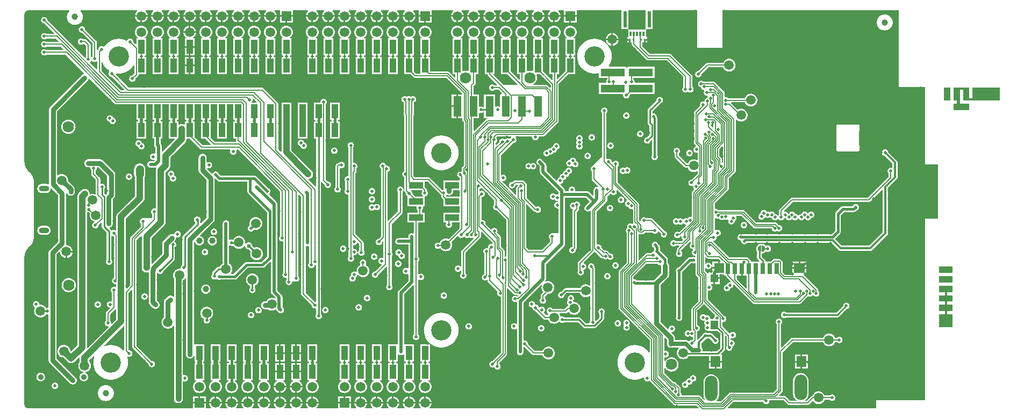
<source format=gbl>
G04*
G04 #@! TF.GenerationSoftware,Altium Limited,Altium Designer,21.1.1 (26)*
G04*
G04 Layer_Physical_Order=4*
G04 Layer_Color=16711680*
%FSLAX24Y24*%
%MOIN*%
G70*
G04*
G04 #@! TF.SameCoordinates,859D0C74-6F1A-4902-9F36-B784FAE930BA*
G04*
G04*
G04 #@! TF.FilePolarity,Positive*
G04*
G01*
G75*
%ADD10C,0.0100*%
%ADD11C,0.0059*%
%ADD12C,0.0200*%
%ADD14C,0.0118*%
%ADD15C,0.0060*%
%ADD24C,0.0080*%
%ADD46R,0.0106X0.0118*%
%ADD53R,0.0874X0.0402*%
%ADD56C,0.0394*%
%ADD57R,0.0402X0.0862*%
%ADD74R,0.1500X0.0500*%
%ADD137R,0.0500X0.1252*%
%ADD267C,0.0354*%
%ADD273C,0.0065*%
%ADD275C,0.0079*%
%ADD285C,0.0591*%
%ADD292C,0.0300*%
%ADD293C,0.0120*%
%ADD296C,0.0157*%
%ADD298C,0.0150*%
%ADD299C,0.0400*%
%ADD301C,0.0250*%
%ADD302C,0.0350*%
%ADD303C,0.0500*%
%ADD309C,0.0701*%
%ADD310R,0.0591X0.0591*%
%ADD311O,0.0630X0.0354*%
%ADD312C,0.0390*%
%ADD313O,0.0787X0.1575*%
%ADD314C,0.1260*%
%ADD315C,0.0197*%
%ADD316C,0.0240*%
%ADD317R,0.0591X0.0669*%
%ADD318R,0.0508X0.0551*%
%ADD319R,0.0508X0.0512*%
%ADD320R,0.0669X0.0591*%
%ADD321R,0.0315X0.0661*%
%ADD322R,0.0630X0.0591*%
%ADD323R,0.0236X0.1024*%
%ADD324R,0.0118X0.0315*%
%ADD325R,0.0440X0.3341*%
%ADD326R,0.0208X0.0300*%
G36*
X38678Y23702D02*
X38678Y23689D01*
X38645Y23652D01*
X37651D01*
X37618Y23689D01*
X37618Y23702D01*
Y24850D01*
X38678D01*
Y23702D01*
D02*
G37*
G36*
X32790Y20216D02*
Y20068D01*
X32744Y20049D01*
X32602Y20190D01*
X32587Y20203D01*
X32570Y20214D01*
X32551Y20222D01*
X32531Y20226D01*
X32511Y20228D01*
X31732D01*
X31720Y20278D01*
X31720Y20278D01*
X31753Y20299D01*
X31783Y20322D01*
X31812Y20348D01*
X31838Y20377D01*
X31861Y20407D01*
X31882Y20440D01*
X31900Y20474D01*
X31914Y20509D01*
X31926Y20546D01*
X31934Y20584D01*
X31939Y20622D01*
X31941Y20660D01*
X31939Y20698D01*
X31934Y20737D01*
X31926Y20774D01*
X31914Y20811D01*
X31901Y20843D01*
X31905Y20855D01*
X31932Y20893D01*
X32114D01*
X32790Y20216D01*
D02*
G37*
G36*
X60643Y19259D02*
X58360D01*
Y19926D01*
X58163D01*
Y19259D01*
X57769D01*
Y20046D01*
X58754D01*
Y19377D01*
X58950D01*
Y20046D01*
X60643D01*
Y19259D01*
D02*
G37*
G36*
X57572D02*
X57179D01*
Y20046D01*
X57572D01*
Y19259D01*
D02*
G37*
G36*
X400Y24850D02*
X2910D01*
X2929Y24805D01*
X2930Y24800D01*
X2902Y24769D01*
X2875Y24735D01*
X2852Y24698D01*
X2832Y24660D01*
X2815Y24620D01*
X2802Y24579D01*
X2793Y24537D01*
X2787Y24494D01*
X2785Y24450D01*
X2787Y24407D01*
X2793Y24364D01*
X2802Y24322D01*
X2815Y24281D01*
X2832Y24241D01*
X2852Y24202D01*
X2875Y24166D01*
X2902Y24131D01*
X2931Y24100D01*
X2963Y24070D01*
X2997Y24044D01*
X3034Y24021D01*
X3072Y24001D01*
X3112Y23984D01*
X3153Y23971D01*
X3195Y23962D01*
X3238Y23956D01*
X3282Y23954D01*
X3325Y23956D01*
X3368Y23962D01*
X3410Y23971D01*
X3451Y23984D01*
X3491Y24001D01*
X3530Y24021D01*
X3566Y24044D01*
X3601Y24070D01*
X3632Y24100D01*
X3662Y24131D01*
X3688Y24166D01*
X3711Y24202D01*
X3731Y24241D01*
X3748Y24281D01*
X3761Y24322D01*
X3770Y24364D01*
X3776Y24407D01*
X3778Y24450D01*
X3776Y24494D01*
X3770Y24537D01*
X3761Y24579D01*
X3748Y24620D01*
X3731Y24660D01*
X3711Y24698D01*
X3688Y24735D01*
X3662Y24769D01*
X3634Y24800D01*
X3634Y24805D01*
X3653Y24850D01*
X7124D01*
X7138Y24826D01*
X7142Y24800D01*
X7120Y24780D01*
X7094Y24751D01*
X7071Y24720D01*
X7051Y24687D01*
X7034Y24652D01*
X7021Y24615D01*
X7012Y24578D01*
X7008Y24550D01*
X7792D01*
X7788Y24578D01*
X7779Y24615D01*
X7766Y24652D01*
X7749Y24687D01*
X7729Y24720D01*
X7706Y24751D01*
X7680Y24780D01*
X7658Y24800D01*
X7662Y24826D01*
X7676Y24850D01*
X8124D01*
X8138Y24826D01*
X8142Y24800D01*
X8120Y24780D01*
X8094Y24751D01*
X8071Y24720D01*
X8051Y24687D01*
X8034Y24652D01*
X8021Y24615D01*
X8012Y24578D01*
X8008Y24550D01*
X8792D01*
X8788Y24578D01*
X8779Y24615D01*
X8766Y24652D01*
X8749Y24687D01*
X8729Y24720D01*
X8706Y24751D01*
X8680Y24780D01*
X8658Y24800D01*
X8662Y24826D01*
X8676Y24850D01*
X9124D01*
X9138Y24826D01*
X9142Y24800D01*
X9120Y24780D01*
X9094Y24751D01*
X9071Y24720D01*
X9051Y24687D01*
X9034Y24652D01*
X9021Y24615D01*
X9012Y24578D01*
X9008Y24550D01*
X9792D01*
X9788Y24578D01*
X9779Y24615D01*
X9766Y24652D01*
X9749Y24687D01*
X9729Y24720D01*
X9706Y24751D01*
X9680Y24780D01*
X9658Y24800D01*
X9662Y24826D01*
X9676Y24850D01*
X10124D01*
X10138Y24826D01*
X10142Y24800D01*
X10120Y24780D01*
X10094Y24751D01*
X10071Y24720D01*
X10051Y24687D01*
X10034Y24652D01*
X10021Y24615D01*
X10012Y24578D01*
X10008Y24550D01*
X10792D01*
X10788Y24578D01*
X10779Y24615D01*
X10766Y24652D01*
X10749Y24687D01*
X10729Y24720D01*
X10706Y24751D01*
X10680Y24780D01*
X10658Y24800D01*
X10662Y24826D01*
X10676Y24850D01*
X11124D01*
X11138Y24826D01*
X11142Y24800D01*
X11120Y24780D01*
X11094Y24751D01*
X11071Y24720D01*
X11051Y24687D01*
X11034Y24652D01*
X11021Y24615D01*
X11012Y24578D01*
X11008Y24550D01*
X11792D01*
X11788Y24578D01*
X11779Y24615D01*
X11766Y24652D01*
X11749Y24687D01*
X11729Y24720D01*
X11706Y24751D01*
X11680Y24780D01*
X11658Y24800D01*
X11662Y24826D01*
X11676Y24850D01*
X12124D01*
X12138Y24826D01*
X12142Y24800D01*
X12120Y24780D01*
X12094Y24751D01*
X12071Y24720D01*
X12051Y24687D01*
X12034Y24652D01*
X12021Y24615D01*
X12012Y24578D01*
X12008Y24550D01*
X12792D01*
X12788Y24578D01*
X12779Y24615D01*
X12766Y24652D01*
X12749Y24687D01*
X12729Y24720D01*
X12706Y24751D01*
X12680Y24780D01*
X12658Y24800D01*
X12662Y24826D01*
X12676Y24850D01*
X13124D01*
X13138Y24826D01*
X13142Y24800D01*
X13120Y24780D01*
X13094Y24751D01*
X13071Y24720D01*
X13051Y24687D01*
X13034Y24652D01*
X13021Y24615D01*
X13012Y24578D01*
X13008Y24550D01*
X13792D01*
X13788Y24578D01*
X13779Y24615D01*
X13766Y24652D01*
X13749Y24687D01*
X13729Y24720D01*
X13706Y24751D01*
X13680Y24780D01*
X13658Y24800D01*
X13662Y24826D01*
X13676Y24850D01*
X14124D01*
X14138Y24826D01*
X14142Y24800D01*
X14120Y24780D01*
X14094Y24751D01*
X14071Y24720D01*
X14051Y24687D01*
X14034Y24652D01*
X14021Y24615D01*
X14012Y24578D01*
X14008Y24550D01*
X14792D01*
X14788Y24578D01*
X14779Y24615D01*
X14766Y24652D01*
X14749Y24687D01*
X14729Y24720D01*
X14706Y24751D01*
X14680Y24780D01*
X14658Y24800D01*
X14662Y24826D01*
X14676Y24850D01*
X15124D01*
X15138Y24826D01*
X15142Y24800D01*
X15120Y24780D01*
X15094Y24751D01*
X15071Y24720D01*
X15051Y24687D01*
X15034Y24652D01*
X15021Y24615D01*
X15012Y24578D01*
X15008Y24550D01*
X15792D01*
X15788Y24578D01*
X15779Y24615D01*
X15766Y24652D01*
X15749Y24687D01*
X15729Y24720D01*
X15706Y24751D01*
X15680Y24780D01*
X15658Y24800D01*
X15662Y24826D01*
X15676Y24850D01*
X16005D01*
Y24550D01*
X16795D01*
Y24850D01*
X17724D01*
X17738Y24826D01*
X17742Y24800D01*
X17720Y24780D01*
X17694Y24751D01*
X17671Y24720D01*
X17651Y24687D01*
X17634Y24652D01*
X17621Y24615D01*
X17612Y24578D01*
X17608Y24550D01*
X18392D01*
X18388Y24578D01*
X18379Y24615D01*
X18366Y24652D01*
X18349Y24687D01*
X18329Y24720D01*
X18306Y24751D01*
X18280Y24780D01*
X18258Y24800D01*
X18262Y24826D01*
X18276Y24850D01*
X18724D01*
X18738Y24826D01*
X18742Y24800D01*
X18720Y24780D01*
X18694Y24751D01*
X18671Y24720D01*
X18651Y24687D01*
X18634Y24652D01*
X18621Y24615D01*
X18612Y24578D01*
X18608Y24550D01*
X19392D01*
X19388Y24578D01*
X19379Y24615D01*
X19366Y24652D01*
X19349Y24687D01*
X19329Y24720D01*
X19306Y24751D01*
X19280Y24780D01*
X19258Y24800D01*
X19262Y24826D01*
X19276Y24850D01*
X19724D01*
X19738Y24826D01*
X19742Y24800D01*
X19720Y24780D01*
X19694Y24751D01*
X19671Y24720D01*
X19651Y24687D01*
X19634Y24652D01*
X19621Y24615D01*
X19612Y24578D01*
X19608Y24550D01*
X20392D01*
X20388Y24578D01*
X20379Y24615D01*
X20366Y24652D01*
X20349Y24687D01*
X20329Y24720D01*
X20306Y24751D01*
X20280Y24780D01*
X20258Y24800D01*
X20262Y24826D01*
X20276Y24850D01*
X20724D01*
X20738Y24826D01*
X20742Y24800D01*
X20720Y24780D01*
X20694Y24751D01*
X20671Y24720D01*
X20651Y24687D01*
X20634Y24652D01*
X20621Y24615D01*
X20612Y24578D01*
X20608Y24550D01*
X21392D01*
X21388Y24578D01*
X21379Y24615D01*
X21366Y24652D01*
X21349Y24687D01*
X21329Y24720D01*
X21306Y24751D01*
X21280Y24780D01*
X21258Y24800D01*
X21262Y24826D01*
X21276Y24850D01*
X21724D01*
X21738Y24826D01*
X21742Y24800D01*
X21720Y24780D01*
X21694Y24751D01*
X21671Y24720D01*
X21651Y24687D01*
X21634Y24652D01*
X21621Y24615D01*
X21612Y24578D01*
X21608Y24550D01*
X22392D01*
X22388Y24578D01*
X22379Y24615D01*
X22366Y24652D01*
X22349Y24687D01*
X22329Y24720D01*
X22306Y24751D01*
X22280Y24780D01*
X22258Y24800D01*
X22262Y24826D01*
X22276Y24850D01*
X22724D01*
X22738Y24826D01*
X22742Y24800D01*
X22720Y24780D01*
X22694Y24751D01*
X22671Y24720D01*
X22651Y24687D01*
X22634Y24652D01*
X22621Y24615D01*
X22612Y24578D01*
X22608Y24550D01*
X23392D01*
X23388Y24578D01*
X23379Y24615D01*
X23366Y24652D01*
X23349Y24687D01*
X23329Y24720D01*
X23306Y24751D01*
X23280Y24780D01*
X23258Y24800D01*
X23262Y24826D01*
X23276Y24850D01*
X23724D01*
X23738Y24826D01*
X23742Y24800D01*
X23720Y24780D01*
X23694Y24751D01*
X23671Y24720D01*
X23651Y24687D01*
X23634Y24652D01*
X23621Y24615D01*
X23612Y24578D01*
X23608Y24550D01*
X24392D01*
X24388Y24578D01*
X24379Y24615D01*
X24366Y24652D01*
X24349Y24687D01*
X24329Y24720D01*
X24306Y24751D01*
X24280Y24780D01*
X24258Y24800D01*
X24262Y24826D01*
X24276Y24850D01*
X24605D01*
Y24550D01*
X25395D01*
Y24850D01*
X26724D01*
X26738Y24826D01*
X26742Y24800D01*
X26720Y24780D01*
X26694Y24751D01*
X26671Y24720D01*
X26651Y24687D01*
X26634Y24652D01*
X26621Y24615D01*
X26612Y24578D01*
X26608Y24550D01*
X27392D01*
X27388Y24578D01*
X27379Y24615D01*
X27366Y24652D01*
X27349Y24687D01*
X27329Y24720D01*
X27306Y24751D01*
X27280Y24780D01*
X27258Y24800D01*
X27262Y24826D01*
X27276Y24850D01*
X27724D01*
X27738Y24826D01*
X27742Y24800D01*
X27720Y24780D01*
X27694Y24751D01*
X27671Y24720D01*
X27651Y24687D01*
X27634Y24652D01*
X27621Y24615D01*
X27612Y24578D01*
X27608Y24550D01*
X28392D01*
X28388Y24578D01*
X28379Y24615D01*
X28366Y24652D01*
X28349Y24687D01*
X28329Y24720D01*
X28306Y24751D01*
X28280Y24780D01*
X28258Y24800D01*
X28262Y24826D01*
X28276Y24850D01*
X28724D01*
X28738Y24826D01*
X28742Y24800D01*
X28720Y24780D01*
X28694Y24751D01*
X28671Y24720D01*
X28651Y24687D01*
X28634Y24652D01*
X28621Y24615D01*
X28612Y24578D01*
X28608Y24550D01*
X29392D01*
X29388Y24578D01*
X29379Y24615D01*
X29366Y24652D01*
X29349Y24687D01*
X29329Y24720D01*
X29306Y24751D01*
X29280Y24780D01*
X29258Y24800D01*
X29262Y24826D01*
X29276Y24850D01*
X29724D01*
X29738Y24826D01*
X29742Y24800D01*
X29720Y24780D01*
X29694Y24751D01*
X29671Y24720D01*
X29651Y24687D01*
X29634Y24652D01*
X29621Y24615D01*
X29612Y24578D01*
X29608Y24550D01*
X30392D01*
X30388Y24578D01*
X30379Y24615D01*
X30366Y24652D01*
X30349Y24687D01*
X30329Y24720D01*
X30306Y24751D01*
X30280Y24780D01*
X30258Y24800D01*
X30262Y24826D01*
X30276Y24850D01*
X30724D01*
X30738Y24826D01*
X30742Y24800D01*
X30720Y24780D01*
X30694Y24751D01*
X30671Y24720D01*
X30651Y24687D01*
X30634Y24652D01*
X30621Y24615D01*
X30612Y24578D01*
X30608Y24550D01*
X31392D01*
X31388Y24578D01*
X31379Y24615D01*
X31366Y24652D01*
X31349Y24687D01*
X31329Y24720D01*
X31306Y24751D01*
X31280Y24780D01*
X31258Y24800D01*
X31262Y24826D01*
X31276Y24850D01*
X31724D01*
X31738Y24826D01*
X31742Y24800D01*
X31720Y24780D01*
X31694Y24751D01*
X31671Y24720D01*
X31651Y24687D01*
X31634Y24652D01*
X31621Y24615D01*
X31612Y24578D01*
X31608Y24550D01*
X32392D01*
X32388Y24578D01*
X32379Y24615D01*
X32366Y24652D01*
X32349Y24687D01*
X32329Y24720D01*
X32306Y24751D01*
X32280Y24780D01*
X32258Y24800D01*
X32262Y24826D01*
X32276Y24850D01*
X32724D01*
X32738Y24826D01*
X32742Y24800D01*
X32720Y24780D01*
X32694Y24751D01*
X32671Y24720D01*
X32651Y24687D01*
X32634Y24652D01*
X32621Y24615D01*
X32612Y24578D01*
X32608Y24550D01*
X33392D01*
X33388Y24578D01*
X33379Y24615D01*
X33366Y24652D01*
X33349Y24687D01*
X33329Y24720D01*
X33306Y24751D01*
X33280Y24780D01*
X33258Y24800D01*
X33262Y24826D01*
X33276Y24850D01*
X33605D01*
Y24550D01*
X34395D01*
Y24850D01*
X37182D01*
Y23689D01*
X37562D01*
X37595Y23652D01*
X37595Y23639D01*
Y23179D01*
X37535D01*
Y23070D01*
X37688D01*
Y23020D01*
X37738D01*
Y22861D01*
X37820D01*
Y22750D01*
X37822Y22730D01*
X37826Y22710D01*
X37834Y22691D01*
X37845Y22674D01*
X37858Y22659D01*
X38738Y21779D01*
X38753Y21766D01*
X38770Y21755D01*
X38789Y21747D01*
X38809Y21743D01*
X38829Y21741D01*
X39995D01*
X41020Y20716D01*
Y20100D01*
X41009Y20091D01*
X40992Y20071D01*
X40978Y20050D01*
X40966Y20026D01*
X40958Y20002D01*
X40953Y19976D01*
X40951Y19950D01*
X40953Y19924D01*
X40958Y19899D01*
X40966Y19874D01*
X40978Y19851D01*
X40992Y19829D01*
X41009Y19810D01*
X41029Y19793D01*
X41051Y19778D01*
X41074Y19767D01*
X41099Y19758D01*
X41124Y19753D01*
X41150Y19752D01*
X41176Y19753D01*
X41201Y19758D01*
X41226Y19767D01*
X41249Y19778D01*
X41271Y19793D01*
X41300Y19806D01*
X41329Y19793D01*
X41351Y19778D01*
X41374Y19767D01*
X41399Y19758D01*
X41424Y19753D01*
X41450Y19752D01*
X41476Y19753D01*
X41501Y19758D01*
X41526Y19767D01*
X41549Y19778D01*
X41571Y19793D01*
X41591Y19810D01*
X41608Y19829D01*
X41622Y19851D01*
X41634Y19874D01*
X41642Y19899D01*
X41647Y19924D01*
X41649Y19950D01*
X41647Y19976D01*
X41642Y20002D01*
X41634Y20026D01*
X41622Y20050D01*
X41608Y20071D01*
X41591Y20091D01*
X41580Y20100D01*
Y20740D01*
X41578Y20760D01*
X41574Y20780D01*
X41566Y20799D01*
X41555Y20816D01*
X41542Y20832D01*
X40272Y22102D01*
X40256Y22115D01*
X40239Y22126D01*
X40220Y22134D01*
X40200Y22138D01*
X40180Y22140D01*
X38941D01*
X38480Y22601D01*
Y22861D01*
X38562D01*
Y23020D01*
X38612D01*
Y23070D01*
X38765D01*
Y23179D01*
X38701D01*
Y23639D01*
X38701Y23652D01*
X38734Y23689D01*
X39114D01*
Y24850D01*
X41877D01*
X41877Y22531D01*
X43451Y22531D01*
X43451Y24850D01*
X54356D01*
Y20105D01*
X56000D01*
Y20105D01*
X56017Y20105D01*
Y15302D01*
X56805D01*
Y11920D01*
X56017D01*
Y656D01*
X54718Y656D01*
Y656D01*
X52956D01*
Y151D01*
X43783D01*
X43763Y197D01*
X44116Y549D01*
X45961D01*
X45966Y534D01*
X45978Y511D01*
X45992Y489D01*
X46009Y469D01*
X46029Y452D01*
X46051Y438D01*
X46074Y426D01*
X46099Y418D01*
X46124Y413D01*
X46150Y411D01*
X46176Y413D01*
X46201Y418D01*
X46226Y426D01*
X46249Y438D01*
X46271Y452D01*
X46291Y469D01*
X46308Y489D01*
X46322Y511D01*
X46334Y534D01*
X46342Y559D01*
X46347Y584D01*
X46349Y610D01*
X46388Y658D01*
X47230D01*
X47487Y400D01*
X47502Y387D01*
X47520Y376D01*
X47539Y369D01*
X47558Y364D01*
X47579Y362D01*
X48720D01*
X48741Y364D01*
X48761Y369D01*
X48779Y376D01*
X48797Y387D01*
X48812Y400D01*
X49010Y598D01*
X49070Y593D01*
X49073Y590D01*
X49094Y562D01*
X49120Y533D01*
X49149Y507D01*
X49180Y484D01*
X49213Y464D01*
X49249Y447D01*
X49285Y434D01*
X49323Y425D01*
X49361Y419D01*
X49400Y417D01*
X49439Y419D01*
X49477Y425D01*
X49515Y434D01*
X49551Y447D01*
X49587Y464D01*
X49620Y484D01*
X49651Y507D01*
X49680Y533D01*
X49706Y562D01*
X49729Y593D01*
X49749Y626D01*
X49766Y662D01*
X49773Y683D01*
X50080D01*
X50089Y672D01*
X50109Y655D01*
X50131Y641D01*
X50154Y629D01*
X50179Y621D01*
X50204Y616D01*
X50230Y614D01*
X50256Y616D01*
X50281Y621D01*
X50306Y629D01*
X50329Y641D01*
X50351Y655D01*
X50371Y672D01*
X50388Y692D01*
X50402Y714D01*
X50414Y737D01*
X50422Y762D01*
X50427Y787D01*
X50429Y813D01*
X50427Y839D01*
X50422Y864D01*
X50414Y889D01*
X50402Y912D01*
X50388Y934D01*
X50371Y954D01*
X50351Y971D01*
X50329Y985D01*
X50306Y997D01*
X50281Y1005D01*
X50256Y1010D01*
X50230Y1012D01*
X50204Y1010D01*
X50179Y1005D01*
X50154Y997D01*
X50131Y985D01*
X50109Y971D01*
X50089Y954D01*
X50080Y943D01*
X49773D01*
X49766Y964D01*
X49749Y1000D01*
X49729Y1033D01*
X49706Y1064D01*
X49680Y1093D01*
X49651Y1119D01*
X49620Y1142D01*
X49587Y1162D01*
X49551Y1179D01*
X49515Y1192D01*
X49477Y1201D01*
X49439Y1207D01*
X49400Y1209D01*
X49361Y1207D01*
X49323Y1201D01*
X49285Y1192D01*
X49249Y1179D01*
X49213Y1162D01*
X49180Y1142D01*
X49149Y1119D01*
X49120Y1093D01*
X49094Y1064D01*
X49071Y1033D01*
X49051Y1000D01*
X49034Y964D01*
X49026Y942D01*
X49021Y941D01*
X49001Y937D01*
X48982Y929D01*
X48965Y918D01*
X48949Y905D01*
X48667Y622D01*
X48577D01*
X48563Y672D01*
X48569Y676D01*
X48603Y702D01*
X48634Y730D01*
X48663Y762D01*
X48688Y795D01*
X48711Y831D01*
X48731Y868D01*
X48747Y907D01*
X48759Y948D01*
X48769Y989D01*
X48774Y1031D01*
X48776Y1073D01*
Y1860D01*
X48774Y1902D01*
X48769Y1944D01*
X48759Y1986D01*
X48747Y2026D01*
X48731Y2065D01*
X48711Y2102D01*
X48688Y2138D01*
X48663Y2171D01*
X48634Y2203D01*
X48603Y2231D01*
X48569Y2257D01*
X48534Y2280D01*
X48496Y2299D01*
X48457Y2315D01*
X48417Y2328D01*
X48376Y2337D01*
X48334Y2343D01*
X48292Y2344D01*
X48250Y2343D01*
X48208Y2337D01*
X48166Y2328D01*
X48126Y2315D01*
X48087Y2299D01*
X48050Y2280D01*
X48014Y2257D01*
X47981Y2231D01*
X47949Y2203D01*
X47921Y2171D01*
X47895Y2138D01*
X47872Y2102D01*
X47853Y2065D01*
X47837Y2026D01*
X47824Y1986D01*
X47815Y1944D01*
X47809Y1902D01*
X47808Y1860D01*
Y1073D01*
X47809Y1031D01*
X47815Y989D01*
X47824Y948D01*
X47837Y907D01*
X47853Y868D01*
X47872Y831D01*
X47895Y795D01*
X47921Y762D01*
X47949Y730D01*
X47981Y702D01*
X48014Y676D01*
X48021Y672D01*
X48006Y622D01*
X47633D01*
X47375Y879D01*
X47360Y893D01*
X47342Y903D01*
X47324Y911D01*
X47304Y916D01*
X47283Y917D01*
X46970D01*
X46950Y964D01*
X47145Y1158D01*
X47158Y1174D01*
X47169Y1191D01*
X47177Y1210D01*
X47182Y1230D01*
X47183Y1250D01*
Y3623D01*
X47830Y4270D01*
X49677D01*
X49684Y4249D01*
X49701Y4214D01*
X49721Y4181D01*
X49744Y4149D01*
X49770Y4121D01*
X49799Y4094D01*
X49830Y4071D01*
X49863Y4051D01*
X49899Y4035D01*
X49935Y4022D01*
X49973Y4012D01*
X50011Y4007D01*
X50050Y4005D01*
X50089Y4007D01*
X50127Y4012D01*
X50165Y4022D01*
X50201Y4035D01*
X50237Y4051D01*
X50270Y4071D01*
X50301Y4094D01*
X50330Y4121D01*
X50356Y4149D01*
X50379Y4181D01*
X50399Y4214D01*
X50416Y4249D01*
X50423Y4270D01*
X50537D01*
X50547Y4259D01*
X50566Y4242D01*
X50588Y4228D01*
X50611Y4216D01*
X50636Y4208D01*
X50661Y4203D01*
X50687Y4201D01*
X50713Y4203D01*
X50739Y4208D01*
X50764Y4216D01*
X50787Y4228D01*
X50808Y4242D01*
X50828Y4259D01*
X50845Y4279D01*
X50860Y4301D01*
X50871Y4324D01*
X50879Y4349D01*
X50885Y4374D01*
X50886Y4400D01*
X50885Y4426D01*
X50879Y4451D01*
X50871Y4476D01*
X50860Y4499D01*
X50845Y4521D01*
X50828Y4541D01*
X50808Y4558D01*
X50787Y4572D01*
X50764Y4584D01*
X50739Y4592D01*
X50713Y4597D01*
X50687Y4599D01*
X50661Y4597D01*
X50636Y4592D01*
X50611Y4584D01*
X50588Y4572D01*
X50566Y4558D01*
X50547Y4541D01*
X50538Y4530D01*
X50423D01*
X50416Y4552D01*
X50399Y4587D01*
X50379Y4620D01*
X50356Y4651D01*
X50330Y4680D01*
X50301Y4706D01*
X50270Y4729D01*
X50237Y4749D01*
X50201Y4766D01*
X50165Y4779D01*
X50127Y4789D01*
X50089Y4794D01*
X50050Y4796D01*
X50011Y4794D01*
X49973Y4789D01*
X49935Y4779D01*
X49899Y4766D01*
X49863Y4749D01*
X49830Y4729D01*
X49799Y4706D01*
X49770Y4680D01*
X49744Y4651D01*
X49721Y4620D01*
X49701Y4587D01*
X49684Y4552D01*
X49677Y4530D01*
X47776D01*
X47756Y4529D01*
X47736Y4524D01*
X47717Y4516D01*
X47700Y4506D01*
X47685Y4492D01*
X47121Y3929D01*
X47075Y3948D01*
Y5370D01*
X47086Y5379D01*
X47103Y5399D01*
X47117Y5421D01*
X47129Y5444D01*
X47137Y5469D01*
X47142Y5494D01*
X47144Y5520D01*
X47142Y5546D01*
X47137Y5571D01*
X47129Y5596D01*
X47117Y5619D01*
X47103Y5641D01*
X47086Y5661D01*
X47066Y5678D01*
X47044Y5692D01*
X47021Y5704D01*
X46996Y5712D01*
X46971Y5717D01*
X46945Y5719D01*
X46919Y5717D01*
X46894Y5712D01*
X46869Y5704D01*
X46846Y5692D01*
X46824Y5678D01*
X46804Y5661D01*
X46787Y5641D01*
X46773Y5619D01*
X46761Y5596D01*
X46753Y5571D01*
X46748Y5546D01*
X46746Y5520D01*
X46748Y5494D01*
X46753Y5469D01*
X46761Y5444D01*
X46773Y5421D01*
X46787Y5399D01*
X46804Y5379D01*
X46815Y5370D01*
Y1349D01*
X46600Y1134D01*
X43927D01*
X43907Y1132D01*
X43887Y1128D01*
X43868Y1120D01*
X43851Y1109D01*
X43835Y1096D01*
X43332Y593D01*
X43103D01*
X43084Y640D01*
X43083Y643D01*
X43111Y673D01*
X43137Y707D01*
X43160Y742D01*
X43179Y780D01*
X43196Y819D01*
X43208Y859D01*
X43217Y900D01*
X43223Y942D01*
X43225Y984D01*
Y1772D01*
X43223Y1814D01*
X43217Y1856D01*
X43208Y1897D01*
X43196Y1937D01*
X43179Y1976D01*
X43160Y2014D01*
X43137Y2049D01*
X43111Y2083D01*
X43083Y2114D01*
X43052Y2143D01*
X43018Y2168D01*
X42983Y2191D01*
X42945Y2210D01*
X42906Y2227D01*
X42866Y2239D01*
X42825Y2248D01*
X42783Y2254D01*
X42741Y2256D01*
X42698Y2254D01*
X42656Y2248D01*
X42615Y2239D01*
X42575Y2227D01*
X42536Y2210D01*
X42498Y2191D01*
X42463Y2168D01*
X42429Y2143D01*
X42398Y2114D01*
X42370Y2083D01*
X42344Y2049D01*
X42321Y2014D01*
X42302Y1976D01*
X42286Y1937D01*
X42273Y1897D01*
X42264Y1856D01*
X42258Y1814D01*
X42256Y1772D01*
Y984D01*
X42258Y942D01*
X42264Y900D01*
X42273Y859D01*
X42286Y819D01*
X42302Y780D01*
X42321Y742D01*
X42334Y723D01*
X42295Y691D01*
X42079Y907D01*
X42063Y920D01*
X42046Y931D01*
X42027Y938D01*
X42007Y943D01*
X41987Y945D01*
X40956D01*
X40941Y955D01*
X40912Y995D01*
X40912Y1000D01*
X40911Y1026D01*
X40906Y1052D01*
X40897Y1076D01*
X40886Y1099D01*
X40871Y1121D01*
X40854Y1141D01*
X40853Y1141D01*
Y1383D01*
X40852Y1403D01*
X40847Y1423D01*
X40839Y1442D01*
X40829Y1459D01*
X40815Y1475D01*
X40543Y1747D01*
X40527Y1761D01*
X40510Y1771D01*
X40491Y1779D01*
X40471Y1784D01*
X40451Y1785D01*
X40407D01*
X39834Y2359D01*
Y2662D01*
X39884Y2674D01*
X39894Y2655D01*
X39915Y2623D01*
X39938Y2592D01*
X39964Y2564D01*
X39992Y2538D01*
X40023Y2515D01*
X40055Y2494D01*
X40089Y2476D01*
X40125Y2461D01*
X40161Y2450D01*
X40199Y2441D01*
X40237Y2436D01*
X40276Y2435D01*
X40314Y2436D01*
X40352Y2441D01*
X40390Y2450D01*
X40426Y2461D01*
X40462Y2476D01*
X40496Y2494D01*
X40528Y2515D01*
X40559Y2538D01*
X40587Y2564D01*
X40613Y2592D01*
X40637Y2623D01*
X40657Y2655D01*
X40675Y2689D01*
X40690Y2725D01*
X40701Y2761D01*
X40710Y2799D01*
X40715Y2837D01*
X40716Y2876D01*
X40715Y2914D01*
X40710Y2952D01*
X40701Y2990D01*
X40690Y3026D01*
X40675Y3062D01*
X40657Y3096D01*
X40637Y3128D01*
X40613Y3159D01*
X40587Y3187D01*
X40559Y3213D01*
X40528Y3237D01*
X40496Y3257D01*
X40462Y3275D01*
X40426Y3290D01*
X40390Y3301D01*
X40352Y3310D01*
X40314Y3315D01*
X40276Y3316D01*
X40237Y3315D01*
X40199Y3310D01*
X40161Y3301D01*
X40125Y3290D01*
X40089Y3275D01*
X40055Y3257D01*
X40023Y3237D01*
X39992Y3213D01*
X39964Y3187D01*
X39938Y3159D01*
X39915Y3128D01*
X39894Y3096D01*
X39884Y3077D01*
X39834Y3089D01*
Y3287D01*
X39848Y3304D01*
X39884Y3325D01*
X39894Y3323D01*
X39920Y3321D01*
X39946Y3323D01*
X39971Y3328D01*
X39996Y3336D01*
X40019Y3348D01*
X40041Y3362D01*
X40061Y3379D01*
X40078Y3399D01*
X40092Y3421D01*
X40104Y3444D01*
X40112Y3469D01*
X40117Y3494D01*
X40119Y3520D01*
X40117Y3546D01*
X40112Y3571D01*
X40104Y3596D01*
X40092Y3619D01*
X40078Y3641D01*
X40061Y3661D01*
X40041Y3678D01*
X40019Y3692D01*
X39996Y3704D01*
X39971Y3712D01*
X39946Y3717D01*
X39920Y3719D01*
X39894Y3717D01*
X39884Y3715D01*
X39848Y3736D01*
X39834Y3753D01*
Y4507D01*
X39880Y4526D01*
X39999Y4407D01*
Y4161D01*
X40000Y4133D01*
X40005Y4106D01*
X40013Y4079D01*
X40024Y4053D01*
X40037Y4028D01*
X40053Y4005D01*
X40072Y3984D01*
X40093Y3965D01*
X40116Y3949D01*
X40141Y3936D01*
X40167Y3925D01*
X40193Y3917D01*
X40221Y3912D01*
X40249Y3911D01*
X40277Y3912D01*
X40305Y3917D01*
X40332Y3925D01*
X40358Y3936D01*
X40358Y3936D01*
X40712D01*
X40732Y3886D01*
X40726Y3880D01*
X40700Y3851D01*
X40676Y3820D01*
X40656Y3787D01*
X40640Y3752D01*
X40627Y3715D01*
X40617Y3678D01*
X40612Y3639D01*
X40610Y3600D01*
X40612Y3562D01*
X40617Y3523D01*
X40627Y3486D01*
X40640Y3449D01*
X40656Y3414D01*
X40676Y3381D01*
X40700Y3349D01*
X40726Y3321D01*
X40754Y3294D01*
X40786Y3271D01*
X40819Y3251D01*
X40854Y3235D01*
X40891Y3222D01*
X40928Y3212D01*
X40967Y3207D01*
X41006Y3205D01*
X41044Y3207D01*
X41083Y3212D01*
X41120Y3222D01*
X41157Y3235D01*
X41192Y3251D01*
X41225Y3271D01*
X41257Y3294D01*
X41285Y3321D01*
X41311Y3349D01*
X41335Y3381D01*
X41343Y3395D01*
X42617D01*
Y3093D01*
X43407D01*
Y3478D01*
X43356D01*
X43337Y3524D01*
X43546Y3733D01*
X43562Y3751D01*
X43574Y3771D01*
X43583Y3793D01*
X43589Y3816D01*
X43590Y3840D01*
Y4650D01*
X43637Y4670D01*
X43689Y4617D01*
Y4031D01*
X43688Y4029D01*
X43676Y4005D01*
X43668Y3981D01*
X43663Y3955D01*
X43661Y3929D01*
X43663Y3903D01*
X43668Y3878D01*
X43676Y3853D01*
X43688Y3830D01*
X43702Y3808D01*
X43719Y3789D01*
X43739Y3772D01*
X43761Y3757D01*
X43784Y3746D01*
X43809Y3737D01*
X43834Y3732D01*
X43860Y3731D01*
X43886Y3732D01*
X43911Y3737D01*
X43936Y3746D01*
X43959Y3757D01*
X43981Y3772D01*
X44001Y3789D01*
X44018Y3808D01*
X44032Y3830D01*
X44044Y3853D01*
X44052Y3878D01*
X44057Y3903D01*
X44059Y3929D01*
X44057Y3955D01*
X44052Y3981D01*
X44048Y3993D01*
X44072Y4001D01*
X44095Y4013D01*
X44117Y4027D01*
X44137Y4044D01*
X44154Y4064D01*
X44168Y4086D01*
X44180Y4109D01*
X44188Y4134D01*
X44193Y4159D01*
X44195Y4185D01*
X44193Y4211D01*
X44188Y4237D01*
X44180Y4261D01*
X44168Y4284D01*
X44154Y4306D01*
X44137Y4326D01*
X44117Y4343D01*
X44095Y4357D01*
X44072Y4369D01*
X44048Y4377D01*
X44022Y4382D01*
X43996Y4384D01*
X43949Y4423D01*
Y4489D01*
X43956Y4497D01*
X43999Y4519D01*
X44004Y4516D01*
X44029Y4508D01*
X44054Y4503D01*
X44080Y4501D01*
X44106Y4503D01*
X44131Y4508D01*
X44156Y4516D01*
X44179Y4528D01*
X44201Y4542D01*
X44221Y4559D01*
X44238Y4579D01*
X44252Y4601D01*
X44264Y4624D01*
X44272Y4649D01*
X44277Y4674D01*
X44279Y4700D01*
X44277Y4726D01*
X44272Y4751D01*
X44264Y4776D01*
X44252Y4799D01*
X44238Y4821D01*
X44221Y4841D01*
X44201Y4858D01*
X44179Y4872D01*
X44156Y4884D01*
X44131Y4892D01*
X44106Y4897D01*
X44080Y4899D01*
X44054Y4897D01*
X44029Y4892D01*
X44004Y4884D01*
X43981Y4872D01*
X43959Y4858D01*
X43939Y4841D01*
X43923Y4822D01*
X43922Y4821D01*
X43863Y4811D01*
X43430Y5244D01*
Y5473D01*
X43480Y5511D01*
X43480Y5511D01*
X43506Y5513D01*
X43531Y5518D01*
X43556Y5526D01*
X43579Y5538D01*
X43601Y5552D01*
X43621Y5569D01*
X43638Y5589D01*
X43652Y5611D01*
X43664Y5634D01*
X43672Y5659D01*
X43677Y5684D01*
X43679Y5710D01*
X43677Y5736D01*
X43672Y5761D01*
X43664Y5786D01*
X43652Y5809D01*
X43638Y5831D01*
X43621Y5851D01*
X43601Y5868D01*
X43579Y5882D01*
X43556Y5894D01*
X43552Y5895D01*
X43320Y6127D01*
X43305Y6141D01*
X43301Y6143D01*
X42540Y6904D01*
Y7425D01*
X42548Y7436D01*
X42590Y7464D01*
X42594Y7463D01*
X42620Y7461D01*
X42646Y7463D01*
X42671Y7468D01*
X42696Y7476D01*
X42719Y7488D01*
X42741Y7502D01*
X42761Y7519D01*
X42778Y7539D01*
X42792Y7561D01*
X42804Y7584D01*
X42812Y7609D01*
X42817Y7634D01*
X42819Y7660D01*
X42817Y7686D01*
X42812Y7711D01*
X42804Y7736D01*
X42792Y7759D01*
X42778Y7781D01*
X42761Y7801D01*
X42741Y7818D01*
X42734Y7822D01*
X42749Y7872D01*
X42879D01*
Y8228D01*
X42929D01*
Y8278D01*
X43283D01*
Y8463D01*
X43522D01*
Y8396D01*
X43650D01*
Y8390D01*
X43651Y8370D01*
X43656Y8350D01*
X43664Y8331D01*
X43674Y8314D01*
X43688Y8299D01*
X43951Y8035D01*
X43942Y8005D01*
X43928Y7988D01*
X43910Y7989D01*
X43884Y7987D01*
X43859Y7982D01*
X43834Y7974D01*
X43811Y7962D01*
X43789Y7948D01*
X43769Y7931D01*
X43752Y7911D01*
X43738Y7889D01*
X43726Y7866D01*
X43718Y7841D01*
X43713Y7819D01*
X43692Y7817D01*
X43667Y7812D01*
X43642Y7804D01*
X43619Y7793D01*
X43597Y7778D01*
X43578Y7761D01*
X43561Y7741D01*
X43546Y7720D01*
X43535Y7696D01*
X43526Y7672D01*
X43521Y7646D01*
X43519Y7620D01*
X43521Y7594D01*
X43526Y7569D01*
X43535Y7544D01*
X43546Y7521D01*
X43561Y7499D01*
X43578Y7480D01*
X43597Y7463D01*
X43619Y7448D01*
X43642Y7437D01*
X43667Y7428D01*
X43692Y7423D01*
X43718Y7421D01*
X43744Y7423D01*
X43770Y7428D01*
X43794Y7437D01*
X43818Y7448D01*
X43839Y7463D01*
X43859Y7480D01*
X43876Y7499D01*
X43890Y7521D01*
X43902Y7544D01*
X43910Y7569D01*
X43915Y7591D01*
X43936Y7593D01*
X43961Y7598D01*
X43986Y7606D01*
X44009Y7618D01*
X44031Y7632D01*
X44051Y7649D01*
X44068Y7669D01*
X44082Y7691D01*
X44094Y7714D01*
X44102Y7739D01*
X44107Y7764D01*
X44109Y7790D01*
X44108Y7808D01*
X44125Y7822D01*
X44155Y7831D01*
X45311Y6675D01*
X45326Y6662D01*
X45344Y6651D01*
X45363Y6644D01*
X45382Y6639D01*
X45403Y6637D01*
X48229D01*
X48249Y6639D01*
X48269Y6644D01*
X48288Y6651D01*
X48305Y6662D01*
X48321Y6675D01*
X48751Y7106D01*
X48759Y7101D01*
X48782Y7090D01*
X48807Y7082D01*
X48832Y7076D01*
X48858Y7075D01*
X48884Y7076D01*
X48910Y7082D01*
X48934Y7090D01*
X48958Y7101D01*
X48979Y7116D01*
X48999Y7133D01*
X49016Y7153D01*
X49027Y7169D01*
X49055Y7173D01*
X49083Y7169D01*
X49094Y7153D01*
X49111Y7133D01*
X49131Y7116D01*
X49153Y7101D01*
X49176Y7090D01*
X49201Y7082D01*
X49226Y7076D01*
X49252Y7075D01*
X49278Y7076D01*
X49303Y7082D01*
X49328Y7090D01*
X49351Y7101D01*
X49373Y7116D01*
X49393Y7133D01*
X49410Y7153D01*
X49424Y7174D01*
X49436Y7198D01*
X49444Y7222D01*
X49449Y7248D01*
X49451Y7274D01*
X49449Y7300D01*
X49444Y7325D01*
X49436Y7350D01*
X49424Y7373D01*
X49410Y7395D01*
X49393Y7414D01*
X49382Y7424D01*
Y7468D01*
X49380Y7488D01*
X49376Y7508D01*
X49368Y7527D01*
X49357Y7544D01*
X49345Y7558D01*
X49337Y7571D01*
X49324Y7587D01*
X48512Y8398D01*
X48497Y8412D01*
X48495Y8413D01*
X48509Y8463D01*
X48643D01*
Y8808D01*
X47774D01*
Y8486D01*
X47774Y8463D01*
X47735Y8436D01*
X47340D01*
X47180Y8597D01*
Y9192D01*
X47178Y9212D01*
X47174Y9232D01*
X47166Y9251D01*
X47155Y9268D01*
X47142Y9284D01*
X47054Y9372D01*
X47038Y9385D01*
X47021Y9396D01*
X47002Y9404D01*
X46982Y9408D01*
X46962Y9410D01*
X46640D01*
X46620Y9408D01*
X46600Y9404D01*
X46581Y9396D01*
X46564Y9385D01*
X46548Y9372D01*
X46434Y9257D01*
X46095D01*
Y9295D01*
X46094Y9319D01*
X46088Y9342D01*
X46079Y9363D01*
X46067Y9384D01*
X46051Y9402D01*
X45884Y9569D01*
Y9725D01*
X45906Y9754D01*
X45949Y9773D01*
X45974Y9781D01*
X46006Y9794D01*
X46036Y9810D01*
X46047Y9818D01*
X46051Y9821D01*
X46052Y9821D01*
X46055Y9824D01*
X46063Y9830D01*
X46089Y9853D01*
X46112Y9878D01*
X46128Y9901D01*
X46129Y9901D01*
X46151Y9887D01*
X46174Y9875D01*
X46199Y9867D01*
X46224Y9862D01*
X46250Y9860D01*
X46276Y9862D01*
X46301Y9867D01*
X46326Y9875D01*
X46349Y9887D01*
X46371Y9901D01*
X46391Y9918D01*
X46408Y9938D01*
X46422Y9960D01*
X46434Y9983D01*
X46442Y10008D01*
X46447Y10033D01*
X46449Y10059D01*
X46447Y10085D01*
X46442Y10111D01*
X46434Y10135D01*
X46422Y10158D01*
X46408Y10180D01*
X46391Y10200D01*
X46371Y10217D01*
X46349Y10231D01*
X46326Y10243D01*
X46301Y10251D01*
X46276Y10256D01*
X46250Y10258D01*
X46224Y10256D01*
X46199Y10251D01*
X46174Y10243D01*
X46151Y10231D01*
X46146Y10228D01*
X46132Y10231D01*
X46112Y10259D01*
X46089Y10285D01*
X46063Y10308D01*
X46036Y10328D01*
X46006Y10344D01*
X45974Y10357D01*
X45949Y10364D01*
X45949Y10364D01*
X45937Y10367D01*
X45917Y10369D01*
X45896Y10367D01*
X45876Y10362D01*
X45857Y10355D01*
X45856Y10354D01*
X45855Y10355D01*
X45836Y10362D01*
X45816Y10367D01*
X45796Y10369D01*
X45776Y10367D01*
X45764Y10364D01*
X45764Y10364D01*
X45739Y10357D01*
X45707Y10344D01*
X45677Y10328D01*
X45660Y10316D01*
X45657Y10313D01*
X45654Y10311D01*
X45649Y10308D01*
X45624Y10285D01*
X45601Y10259D01*
X45581Y10231D01*
X45564Y10201D01*
X45551Y10170D01*
X45542Y10137D01*
X45536Y10103D01*
X45535Y10083D01*
X45534Y10076D01*
X45534Y10074D01*
X45534Y10069D01*
X45536Y10035D01*
X45542Y10001D01*
X45551Y9970D01*
X45551Y9970D01*
X45551Y9970D01*
X45551Y9968D01*
X45552Y9967D01*
X45564Y9936D01*
X45581Y9906D01*
X45583Y9904D01*
Y9507D01*
X45585Y9483D01*
X45590Y9460D01*
X45599Y9438D01*
X45612Y9418D01*
X45627Y9400D01*
X45724Y9304D01*
X45704Y9257D01*
X45209D01*
Y9259D01*
X45207Y9280D01*
X45202Y9300D01*
X45195Y9318D01*
X45184Y9336D01*
X45171Y9351D01*
X45043Y9479D01*
X45027Y9492D01*
X45010Y9503D01*
X44991Y9511D01*
X44971Y9515D01*
X44951Y9517D01*
X43846D01*
X42856Y10507D01*
X42874Y10552D01*
X42878Y10556D01*
X42902Y10558D01*
X42928Y10563D01*
X42952Y10571D01*
X42976Y10583D01*
X42997Y10597D01*
X43017Y10614D01*
X43034Y10634D01*
X43048Y10656D01*
X43060Y10679D01*
X43068Y10704D01*
X43073Y10729D01*
X43075Y10755D01*
X43073Y10781D01*
X43070Y10796D01*
X43089Y10823D01*
X43110Y10840D01*
X43131Y10838D01*
X43157Y10840D01*
X43182Y10845D01*
X43207Y10854D01*
X43230Y10865D01*
X43252Y10879D01*
X43272Y10897D01*
X43289Y10916D01*
X43303Y10938D01*
X43315Y10961D01*
X43323Y10986D01*
X43328Y11011D01*
X43330Y11037D01*
X43328Y11063D01*
X43323Y11089D01*
X43315Y11113D01*
X43303Y11137D01*
X43289Y11158D01*
X43272Y11178D01*
X43252Y11195D01*
X43230Y11209D01*
X43207Y11221D01*
X43182Y11229D01*
X43157Y11234D01*
X43131Y11236D01*
X43105Y11234D01*
X43079Y11229D01*
X43055Y11221D01*
X43032Y11209D01*
X43030Y11209D01*
X42980Y11234D01*
X42980Y11234D01*
Y11935D01*
X42989Y11943D01*
X43030Y11958D01*
X43037Y11951D01*
X43059Y11937D01*
X43082Y11925D01*
X43107Y11917D01*
X43132Y11912D01*
X43158Y11910D01*
X43184Y11912D01*
X43210Y11917D01*
X43234Y11925D01*
X43242Y11929D01*
X43250Y11917D01*
X43267Y11898D01*
X43286Y11881D01*
X43308Y11866D01*
X43331Y11855D01*
X43356Y11846D01*
X43381Y11841D01*
X43407Y11840D01*
X43433Y11841D01*
X43459Y11846D01*
X43483Y11855D01*
X43507Y11866D01*
X43528Y11881D01*
X43532Y11884D01*
X43533Y11882D01*
X43555Y11868D01*
X43578Y11856D01*
X43603Y11848D01*
X43628Y11843D01*
X43654Y11841D01*
X43680Y11843D01*
X43706Y11848D01*
X43730Y11856D01*
X43754Y11868D01*
X43775Y11882D01*
X43777Y11884D01*
X43817Y11853D01*
X43812Y11841D01*
X43803Y11817D01*
X43798Y11791D01*
X43797Y11765D01*
X43798Y11739D01*
X43803Y11714D01*
X43812Y11689D01*
X43823Y11666D01*
X43838Y11644D01*
X43855Y11624D01*
X43874Y11607D01*
X43896Y11593D01*
X43919Y11581D01*
X43944Y11573D01*
X43969Y11568D01*
X43995Y11566D01*
X44021Y11568D01*
X44047Y11573D01*
X44071Y11581D01*
X44095Y11593D01*
X44116Y11607D01*
X44136Y11624D01*
X44153Y11644D01*
X44168Y11666D01*
X44179Y11689D01*
X44187Y11714D01*
X44193Y11739D01*
X44194Y11765D01*
X44194Y11770D01*
X44212Y11778D01*
X44233Y11793D01*
X44253Y11810D01*
X44270Y11830D01*
X44285Y11851D01*
X44296Y11875D01*
X44304Y11899D01*
X44309Y11925D01*
X44311Y11951D01*
X44309Y11977D01*
X44304Y12002D01*
X44296Y12027D01*
X44287Y12044D01*
X44294Y12064D01*
X44315Y12094D01*
X44629D01*
X45363Y11360D01*
X45379Y11347D01*
X45396Y11336D01*
X45415Y11328D01*
X45435Y11323D01*
X45455Y11322D01*
X46491D01*
X46493Y11299D01*
X46498Y11274D01*
X46506Y11249D01*
X46518Y11226D01*
X46532Y11204D01*
X46549Y11185D01*
X46569Y11168D01*
X46591Y11153D01*
X46614Y11142D01*
X46639Y11133D01*
X46664Y11128D01*
X46690Y11127D01*
X46716Y11128D01*
X46741Y11133D01*
X46766Y11142D01*
X46789Y11153D01*
X46811Y11168D01*
X46818Y11173D01*
X46819Y11172D01*
X46841Y11158D01*
X46864Y11146D01*
X46889Y11138D01*
X46914Y11133D01*
X46940Y11131D01*
X46966Y11133D01*
X46991Y11138D01*
X47016Y11146D01*
X47039Y11158D01*
X47061Y11172D01*
X47081Y11189D01*
X47098Y11209D01*
X47112Y11231D01*
X47124Y11254D01*
X47132Y11279D01*
X47137Y11304D01*
X47139Y11330D01*
X47137Y11356D01*
X47132Y11381D01*
X47124Y11406D01*
X47112Y11429D01*
X47098Y11451D01*
X47081Y11471D01*
X47061Y11488D01*
X47039Y11502D01*
X47016Y11514D01*
X46991Y11522D01*
X46966Y11527D01*
X46940Y11529D01*
X46926Y11528D01*
X46802Y11652D01*
X46786Y11665D01*
X46769Y11676D01*
X46750Y11684D01*
X46730Y11688D01*
X46710Y11690D01*
X45554D01*
X44819Y12424D01*
X44804Y12438D01*
X44786Y12448D01*
X44768Y12456D01*
X44748Y12461D01*
X44727Y12462D01*
X43182D01*
X43172Y12473D01*
X43153Y12490D01*
X43131Y12505D01*
X43108Y12516D01*
X43083Y12525D01*
X43058Y12530D01*
X43032Y12531D01*
X43030Y12531D01*
X42987Y12564D01*
X42980Y12576D01*
Y12884D01*
X43789Y13693D01*
X43803Y13709D01*
X43813Y13726D01*
X43821Y13745D01*
X43826Y13765D01*
X43827Y13785D01*
Y14398D01*
X44220Y14790D01*
X44233Y14806D01*
X44244Y14823D01*
X44251Y14842D01*
X44256Y14862D01*
X44258Y14882D01*
Y18065D01*
X44308Y18084D01*
X44320Y18071D01*
X44349Y18044D01*
X44380Y18021D01*
X44413Y18001D01*
X44449Y17985D01*
X44485Y17972D01*
X44523Y17962D01*
X44561Y17957D01*
X44600Y17955D01*
X44639Y17957D01*
X44677Y17962D01*
X44715Y17972D01*
X44751Y17985D01*
X44787Y18001D01*
X44820Y18021D01*
X44851Y18044D01*
X44880Y18071D01*
X44906Y18099D01*
X44929Y18131D01*
X44949Y18164D01*
X44966Y18199D01*
X44979Y18236D01*
X44988Y18273D01*
X44994Y18312D01*
X44996Y18350D01*
X44994Y18389D01*
X44988Y18428D01*
X44979Y18465D01*
X44966Y18502D01*
X44949Y18537D01*
X44929Y18570D01*
X44906Y18601D01*
X44880Y18630D01*
X44851Y18656D01*
X44820Y18679D01*
X44787Y18699D01*
X44751Y18716D01*
X44715Y18729D01*
X44677Y18739D01*
X44639Y18744D01*
X44600Y18746D01*
X44561Y18744D01*
X44523Y18739D01*
X44485Y18729D01*
X44449Y18716D01*
X44413Y18699D01*
X44381Y18680D01*
X43972Y19090D01*
X43992Y19140D01*
X44831D01*
X44834Y19132D01*
X44851Y19097D01*
X44871Y19063D01*
X44894Y19032D01*
X44920Y19003D01*
X44949Y18977D01*
X44980Y18954D01*
X45013Y18934D01*
X45049Y18917D01*
X45085Y18904D01*
X45123Y18895D01*
X45161Y18889D01*
X45200Y18887D01*
X45239Y18889D01*
X45277Y18895D01*
X45315Y18904D01*
X45351Y18917D01*
X45387Y18934D01*
X45420Y18954D01*
X45451Y18977D01*
X45480Y19003D01*
X45506Y19032D01*
X45529Y19063D01*
X45549Y19097D01*
X45566Y19132D01*
X45579Y19168D01*
X45588Y19206D01*
X45594Y19244D01*
X45596Y19283D01*
X45594Y19322D01*
X45588Y19360D01*
X45579Y19398D01*
X45566Y19435D01*
X45549Y19470D01*
X45529Y19503D01*
X45506Y19534D01*
X45480Y19563D01*
X45451Y19589D01*
X45420Y19612D01*
X45387Y19632D01*
X45351Y19649D01*
X45315Y19662D01*
X45277Y19671D01*
X45239Y19677D01*
X45200Y19679D01*
X45161Y19677D01*
X45123Y19671D01*
X45085Y19662D01*
X45049Y19649D01*
X45013Y19632D01*
X44980Y19612D01*
X44949Y19589D01*
X44920Y19563D01*
X44894Y19534D01*
X44871Y19503D01*
X44851Y19470D01*
X44834Y19435D01*
X44822Y19400D01*
X43790D01*
X43781Y19411D01*
X43761Y19428D01*
X43739Y19442D01*
X43716Y19454D01*
X43691Y19462D01*
X43666Y19467D01*
X43640Y19469D01*
X43632Y19468D01*
X43595Y19494D01*
X43582Y19512D01*
Y19698D01*
X43580Y19718D01*
X43576Y19738D01*
X43568Y19757D01*
X43557Y19774D01*
X43544Y19790D01*
X42959Y20375D01*
X42943Y20388D01*
X42926Y20399D01*
X42907Y20407D01*
X42887Y20411D01*
X42867Y20413D01*
X42270D01*
X42261Y20424D01*
X42241Y20441D01*
X42219Y20455D01*
X42196Y20467D01*
X42171Y20475D01*
X42146Y20480D01*
X42120Y20482D01*
X42094Y20480D01*
X42069Y20475D01*
X42044Y20467D01*
X42021Y20455D01*
X41999Y20441D01*
X41979Y20424D01*
X41962Y20404D01*
X41948Y20382D01*
X41936Y20359D01*
X41928Y20334D01*
X41923Y20309D01*
X41921Y20283D01*
X41923Y20257D01*
X41928Y20232D01*
X41936Y20207D01*
X41948Y20184D01*
X41962Y20162D01*
X41979Y20142D01*
X41999Y20125D01*
X42021Y20111D01*
X42044Y20099D01*
X42069Y20091D01*
X42094Y20086D01*
X42098Y20086D01*
X42099Y20080D01*
X42104Y20054D01*
X42112Y20030D01*
X42124Y20006D01*
X42138Y19985D01*
X42155Y19965D01*
X42175Y19948D01*
X42196Y19934D01*
X42220Y19922D01*
X42244Y19914D01*
X42270Y19909D01*
X42285Y19908D01*
X42297Y19897D01*
X42302Y19888D01*
X42311Y19858D01*
X42306Y19851D01*
X42295Y19828D01*
X42287Y19803D01*
X42282Y19777D01*
X42280Y19751D01*
X42282Y19726D01*
X42287Y19700D01*
X42295Y19675D01*
X42306Y19652D01*
X42321Y19630D01*
X42338Y19611D01*
X42358Y19594D01*
X42379Y19579D01*
X42403Y19568D01*
X42427Y19559D01*
X42453Y19554D01*
X42479Y19553D01*
X42500Y19554D01*
X42513Y19541D01*
X42528Y19508D01*
X42521Y19497D01*
X42509Y19473D01*
X42501Y19449D01*
X42496Y19423D01*
X42495Y19417D01*
X42494Y19417D01*
X42469Y19412D01*
X42444Y19404D01*
X42421Y19392D01*
X42399Y19378D01*
X42379Y19361D01*
X42362Y19341D01*
X42348Y19319D01*
X42336Y19296D01*
X42328Y19271D01*
X42323Y19246D01*
X42321Y19220D01*
X42293Y19193D01*
X42280Y19185D01*
X42274Y19184D01*
X42256Y19187D01*
X42230Y19189D01*
X42204Y19187D01*
X42179Y19182D01*
X42154Y19174D01*
X42131Y19162D01*
X42109Y19148D01*
X42089Y19131D01*
X42072Y19111D01*
X42058Y19089D01*
X42046Y19066D01*
X42038Y19041D01*
X42033Y19016D01*
X42031Y18990D01*
X42033Y18964D01*
X42038Y18939D01*
X42045Y18918D01*
X41719Y18592D01*
X41705Y18577D01*
X41695Y18560D01*
X41687Y18541D01*
X41682Y18521D01*
X41681Y18501D01*
Y16627D01*
X41682Y16607D01*
X41687Y16587D01*
X41695Y16568D01*
X41705Y16551D01*
X41719Y16535D01*
X41799Y16455D01*
X41791Y16417D01*
X41783Y16400D01*
X41764Y16394D01*
X41741Y16382D01*
X41719Y16368D01*
X41699Y16351D01*
X41682Y16331D01*
X41668Y16309D01*
X41656Y16286D01*
X41648Y16261D01*
X41643Y16236D01*
X41641Y16210D01*
X41643Y16184D01*
X41648Y16159D01*
X41656Y16134D01*
X41668Y16111D01*
X41682Y16089D01*
X41699Y16069D01*
X41719Y16052D01*
X41741Y16038D01*
X41764Y16026D01*
X41789Y16018D01*
X41814Y16013D01*
X41840Y16011D01*
X41860Y16012D01*
X41869Y16010D01*
X41910Y15975D01*
Y15579D01*
X41860Y15553D01*
X41848Y15560D01*
X41812Y15577D01*
X41776Y15590D01*
X41738Y15599D01*
X41700Y15605D01*
X41661Y15607D01*
X41622Y15605D01*
X41584Y15599D01*
X41546Y15590D01*
X41510Y15577D01*
X41474Y15560D01*
X41441Y15540D01*
X41410Y15517D01*
X41381Y15491D01*
X41355Y15462D01*
X41332Y15431D01*
X41312Y15398D01*
X41295Y15363D01*
X41288Y15341D01*
X41233D01*
X40738Y15836D01*
Y15970D01*
X40748Y15979D01*
X40766Y15999D01*
X40780Y16021D01*
X40792Y16044D01*
X40800Y16069D01*
X40805Y16094D01*
X40807Y16120D01*
X40805Y16146D01*
X40800Y16171D01*
X40792Y16196D01*
X40780Y16219D01*
X40766Y16241D01*
X40748Y16261D01*
X40729Y16278D01*
X40707Y16292D01*
X40684Y16304D01*
X40659Y16312D01*
X40634Y16317D01*
X40608Y16319D01*
X40582Y16317D01*
X40556Y16312D01*
X40532Y16304D01*
X40508Y16292D01*
X40487Y16278D01*
X40467Y16261D01*
X40450Y16241D01*
X40436Y16219D01*
X40424Y16196D01*
X40416Y16171D01*
X40411Y16146D01*
X40409Y16120D01*
X40411Y16094D01*
X40416Y16069D01*
X40424Y16044D01*
X40436Y16021D01*
X40450Y15999D01*
X40467Y15979D01*
X40478Y15970D01*
Y15782D01*
X40480Y15762D01*
X40484Y15742D01*
X40492Y15723D01*
X40503Y15706D01*
X40516Y15690D01*
X41087Y15119D01*
X41102Y15106D01*
X41120Y15095D01*
X41139Y15088D01*
X41158Y15083D01*
X41179Y15081D01*
X41288D01*
X41295Y15060D01*
X41312Y15025D01*
X41332Y14991D01*
X41355Y14960D01*
X41381Y14931D01*
X41410Y14905D01*
X41441Y14882D01*
X41474Y14862D01*
X41510Y14846D01*
X41546Y14833D01*
X41584Y14823D01*
X41622Y14817D01*
X41661Y14816D01*
X41700Y14817D01*
X41738Y14823D01*
X41776Y14833D01*
X41812Y14846D01*
X41848Y14862D01*
X41860Y14870D01*
X41910Y14844D01*
Y14714D01*
X41534Y14338D01*
X41520Y14339D01*
X41494Y14337D01*
X41469Y14332D01*
X41444Y14324D01*
X41421Y14312D01*
X41399Y14298D01*
X41379Y14281D01*
X41362Y14261D01*
X41348Y14239D01*
X41336Y14216D01*
X41328Y14191D01*
X41323Y14166D01*
X41321Y14140D01*
X41323Y14114D01*
X41328Y14089D01*
X41336Y14064D01*
X41348Y14041D01*
X41362Y14019D01*
X41379Y13999D01*
X41399Y13982D01*
X41421Y13968D01*
X41444Y13956D01*
X41469Y13948D01*
X41494Y13943D01*
X41520Y13941D01*
X41546Y13943D01*
X41571Y13948D01*
X41573Y13948D01*
X41606Y13930D01*
X41617Y13921D01*
X41622Y13913D01*
X41623Y13897D01*
X41628Y13871D01*
X41636Y13846D01*
X41648Y13823D01*
X41662Y13802D01*
X41679Y13782D01*
X41687Y13720D01*
X41567Y13601D01*
X41554Y13585D01*
X41544Y13568D01*
X41536Y13549D01*
X41531Y13529D01*
X41529Y13509D01*
Y12055D01*
X41482Y12022D01*
X41479Y12022D01*
X41456Y12027D01*
X41430Y12029D01*
X41404Y12027D01*
X41379Y12022D01*
X41354Y12014D01*
X41331Y12002D01*
X41309Y11988D01*
X41289Y11971D01*
X41272Y11951D01*
X41262Y11935D01*
X41241Y11942D01*
X41216Y11947D01*
X41190Y11949D01*
X41164Y11947D01*
X41139Y11942D01*
X41114Y11934D01*
X41091Y11922D01*
X41069Y11908D01*
X41049Y11891D01*
X41041Y11881D01*
X41010Y11875D01*
X40979Y11881D01*
X40971Y11891D01*
X40951Y11908D01*
X40929Y11922D01*
X40906Y11934D01*
X40881Y11942D01*
X40856Y11947D01*
X40830Y11949D01*
X40804Y11947D01*
X40779Y11942D01*
X40754Y11934D01*
X40731Y11922D01*
X40709Y11908D01*
X40695Y11896D01*
X40681Y11908D01*
X40659Y11922D01*
X40636Y11934D01*
X40611Y11942D01*
X40586Y11947D01*
X40560Y11949D01*
X40534Y11947D01*
X40509Y11942D01*
X40484Y11934D01*
X40461Y11922D01*
X40439Y11908D01*
X40419Y11891D01*
X40402Y11871D01*
X40388Y11849D01*
X40376Y11826D01*
X40368Y11801D01*
X40363Y11776D01*
X40361Y11750D01*
X40363Y11724D01*
X40368Y11699D01*
X40376Y11674D01*
X40388Y11651D01*
X40402Y11629D01*
X40419Y11609D01*
X40439Y11592D01*
X40461Y11578D01*
X40484Y11566D01*
X40509Y11558D01*
X40534Y11553D01*
X40560Y11551D01*
X40586Y11553D01*
X40611Y11558D01*
X40636Y11566D01*
X40659Y11578D01*
X40681Y11592D01*
X40695Y11604D01*
X40709Y11592D01*
X40731Y11578D01*
X40754Y11566D01*
X40779Y11558D01*
X40804Y11553D01*
X40830Y11551D01*
X40856Y11553D01*
X40881Y11558D01*
X40906Y11566D01*
X40929Y11578D01*
X40951Y11592D01*
X40971Y11609D01*
X40979Y11619D01*
X41010Y11625D01*
X41041Y11619D01*
X41049Y11609D01*
X41069Y11592D01*
X41091Y11578D01*
X41114Y11566D01*
X41139Y11558D01*
X41156Y11555D01*
X41168Y11532D01*
X41174Y11502D01*
X40766Y11094D01*
X40717D01*
X40694Y11102D01*
X40669Y11107D01*
X40643Y11109D01*
X40617Y11107D01*
X40592Y11102D01*
X40567Y11094D01*
X40544Y11082D01*
X40522Y11068D01*
X40502Y11051D01*
X40485Y11031D01*
X40471Y11009D01*
X40459Y10986D01*
X40451Y10961D01*
X40446Y10936D01*
X40444Y10910D01*
X40446Y10884D01*
X40451Y10859D01*
X40459Y10834D01*
X40471Y10811D01*
X40485Y10789D01*
X40502Y10769D01*
X40522Y10752D01*
X40544Y10738D01*
X40567Y10726D01*
X40592Y10718D01*
X40617Y10713D01*
X40643Y10711D01*
X40669Y10713D01*
X40694Y10718D01*
X40719Y10726D01*
X40742Y10738D01*
X40764Y10752D01*
X40784Y10769D01*
X40801Y10789D01*
X40815Y10811D01*
X40827Y10834D01*
X40827Y10835D01*
X40840Y10836D01*
X40860Y10841D01*
X40872Y10846D01*
X40881Y10843D01*
X40890Y10838D01*
X40916Y10813D01*
X40915Y10806D01*
X40913Y10780D01*
X40915Y10754D01*
X40920Y10728D01*
X40928Y10704D01*
X40940Y10680D01*
X40954Y10659D01*
X40971Y10639D01*
X40977Y10578D01*
X40919Y10520D01*
X40550D01*
X40541Y10531D01*
X40521Y10548D01*
X40499Y10562D01*
X40476Y10574D01*
X40451Y10582D01*
X40426Y10587D01*
X40400Y10589D01*
X40374Y10587D01*
X40349Y10582D01*
X40324Y10574D01*
X40301Y10562D01*
X40279Y10548D01*
X40259Y10531D01*
X40242Y10511D01*
X40228Y10489D01*
X40216Y10466D01*
X40208Y10441D01*
X40203Y10416D01*
X40201Y10390D01*
X40203Y10364D01*
X40208Y10339D01*
X40216Y10314D01*
X40228Y10291D01*
X40242Y10269D01*
X40259Y10249D01*
X40279Y10232D01*
X40301Y10218D01*
X40324Y10206D01*
X40349Y10198D01*
X40374Y10193D01*
X40400Y10191D01*
X40426Y10193D01*
X40451Y10198D01*
X40476Y10206D01*
X40499Y10218D01*
X40521Y10232D01*
X40541Y10249D01*
X40550Y10260D01*
X40747D01*
X40766Y10214D01*
X40658Y10106D01*
X40645Y10091D01*
X40634Y10073D01*
X40626Y10055D01*
X40622Y10035D01*
X40620Y10014D01*
Y9890D01*
X40609Y9881D01*
X40592Y9861D01*
X40578Y9839D01*
X40566Y9816D01*
X40558Y9791D01*
X40553Y9766D01*
X40551Y9740D01*
X40553Y9714D01*
X40558Y9689D01*
X40566Y9664D01*
X40578Y9641D01*
X40592Y9619D01*
X40609Y9599D01*
X40629Y9582D01*
X40651Y9568D01*
X40674Y9556D01*
X40699Y9548D01*
X40724Y9543D01*
X40750Y9541D01*
X40776Y9543D01*
X40801Y9548D01*
X40826Y9556D01*
X40849Y9568D01*
X40871Y9582D01*
X40891Y9599D01*
X40908Y9619D01*
X40922Y9641D01*
X40934Y9664D01*
X40942Y9689D01*
X40947Y9714D01*
X40949Y9740D01*
X40947Y9766D01*
X40942Y9791D01*
X40934Y9816D01*
X40922Y9839D01*
X40908Y9861D01*
X40891Y9881D01*
X40880Y9890D01*
Y9961D01*
X41435Y10515D01*
X41481Y10496D01*
Y10382D01*
X41470Y10373D01*
X41453Y10353D01*
X41439Y10331D01*
X41427Y10308D01*
X41419Y10283D01*
X41414Y10258D01*
X41412Y10232D01*
X41414Y10206D01*
X41419Y10180D01*
X41427Y10156D01*
X41439Y10133D01*
X41453Y10111D01*
X41470Y10091D01*
X41490Y10074D01*
X41511Y10060D01*
X41535Y10048D01*
X41559Y10040D01*
X41585Y10035D01*
X41611Y10033D01*
X41624Y10000D01*
X41623Y9984D01*
X41607Y9973D01*
X41588Y9956D01*
X41571Y9937D01*
X41556Y9915D01*
X41545Y9892D01*
X41536Y9867D01*
X41531Y9841D01*
X41529Y9815D01*
X41531Y9790D01*
X41536Y9764D01*
X41545Y9739D01*
X41556Y9716D01*
X41571Y9694D01*
X41588Y9675D01*
X41607Y9658D01*
X41629Y9643D01*
X41652Y9632D01*
X41677Y9623D01*
X41702Y9618D01*
X41728Y9617D01*
X41755Y9596D01*
X41760Y9579D01*
X41757Y9563D01*
X41750Y9556D01*
X41706Y9534D01*
X41696Y9537D01*
X41671Y9542D01*
X41645Y9544D01*
X41619Y9542D01*
X41593Y9537D01*
X41569Y9529D01*
X41559Y9524D01*
X41405D01*
X41382Y9523D01*
X41359Y9518D01*
X41337Y9511D01*
X41316Y9500D01*
X41296Y9487D01*
X41279Y9472D01*
X40699Y8892D01*
X40699Y8892D01*
X40674Y8884D01*
X40651Y8872D01*
X40629Y8858D01*
X40609Y8841D01*
X40592Y8821D01*
X40578Y8799D01*
X40566Y8776D01*
X40558Y8751D01*
X40553Y8726D01*
X40551Y8700D01*
X40553Y8674D01*
X40558Y8649D01*
X40566Y8624D01*
X40575Y8607D01*
Y5863D01*
X40566Y5846D01*
X40558Y5821D01*
X40553Y5796D01*
X40551Y5770D01*
X40553Y5744D01*
X40558Y5719D01*
X40566Y5694D01*
X40578Y5671D01*
X40592Y5649D01*
X40609Y5629D01*
X40629Y5612D01*
X40651Y5598D01*
X40674Y5586D01*
X40699Y5578D01*
X40724Y5573D01*
X40750Y5571D01*
X40776Y5573D01*
X40801Y5578D01*
X40826Y5586D01*
X40849Y5598D01*
X40871Y5612D01*
X40891Y5629D01*
X40908Y5649D01*
X40922Y5671D01*
X40934Y5694D01*
X40942Y5719D01*
X40947Y5744D01*
X40949Y5770D01*
X40947Y5796D01*
X40942Y5821D01*
X40934Y5846D01*
X40925Y5863D01*
Y8607D01*
X40930Y8617D01*
X41480Y9166D01*
X41559D01*
X41569Y9162D01*
X41593Y9153D01*
X41619Y9148D01*
X41645Y9146D01*
X41671Y9148D01*
X41696Y9153D01*
X41721Y9162D01*
X41728Y9165D01*
X41769Y9146D01*
X41778Y9135D01*
Y8492D01*
X41779Y8472D01*
X41784Y8452D01*
X41792Y8433D01*
X41803Y8416D01*
X41816Y8401D01*
X41952Y8265D01*
Y6799D01*
X41557Y6403D01*
X41543Y6388D01*
X41533Y6371D01*
X41525Y6352D01*
X41520Y6332D01*
X41519Y6312D01*
Y5061D01*
X41520Y5041D01*
X41521Y5037D01*
X41521Y5034D01*
X41505Y4997D01*
X41490Y4979D01*
X41490Y4979D01*
X41474Y4974D01*
X41451Y4962D01*
X41429Y4948D01*
X41425Y4944D01*
X41421Y4948D01*
X41399Y4962D01*
X41376Y4974D01*
X41351Y4982D01*
X41326Y4987D01*
X41300Y4989D01*
X41274Y4987D01*
X41249Y4982D01*
X41224Y4974D01*
X41201Y4962D01*
X41179Y4948D01*
X41159Y4931D01*
X41142Y4911D01*
X41128Y4889D01*
X41116Y4866D01*
X41108Y4841D01*
X41103Y4816D01*
X41101Y4790D01*
X41103Y4764D01*
X41108Y4739D01*
X41116Y4714D01*
X41128Y4691D01*
X41142Y4669D01*
X41159Y4649D01*
X41179Y4632D01*
X41201Y4618D01*
X41224Y4606D01*
X41249Y4598D01*
X41274Y4593D01*
X41300Y4591D01*
X41326Y4593D01*
X41351Y4598D01*
X41376Y4606D01*
X41399Y4618D01*
X41421Y4632D01*
X41425Y4636D01*
X41429Y4632D01*
X41451Y4618D01*
X41474Y4606D01*
X41499Y4598D01*
X41524Y4593D01*
X41550Y4591D01*
X41597Y4552D01*
Y4435D01*
X41546Y4383D01*
X41531Y4384D01*
X41505Y4382D01*
X41480Y4377D01*
X41455Y4369D01*
X41432Y4357D01*
X41410Y4343D01*
X41391Y4326D01*
X41332Y4319D01*
X41325Y4323D01*
X41305Y4340D01*
X41281Y4357D01*
X41255Y4370D01*
X41227Y4379D01*
X41198Y4385D01*
X41168Y4387D01*
X41168Y4387D01*
X40500D01*
Y4511D01*
X40498Y4539D01*
X40493Y4567D01*
X40486Y4593D01*
X40475Y4619D01*
X40461Y4644D01*
X40445Y4667D01*
X40426Y4688D01*
X40271Y4843D01*
X40293Y4892D01*
X40300Y4891D01*
X40326Y4893D01*
X40351Y4898D01*
X40376Y4906D01*
X40399Y4918D01*
X40421Y4932D01*
X40441Y4949D01*
X40458Y4969D01*
X40472Y4991D01*
X40484Y5014D01*
X40492Y5039D01*
X40497Y5064D01*
X40499Y5090D01*
X40497Y5116D01*
X40492Y5141D01*
X40484Y5166D01*
X40472Y5189D01*
X40458Y5211D01*
X40441Y5231D01*
X40421Y5248D01*
X40399Y5262D01*
X40376Y5274D01*
X40351Y5282D01*
X40326Y5287D01*
X40300Y5289D01*
X40274Y5287D01*
X40249Y5282D01*
X40224Y5274D01*
X40201Y5262D01*
X40179Y5248D01*
X40159Y5231D01*
X40142Y5211D01*
X40128Y5189D01*
X40116Y5166D01*
X40108Y5141D01*
X40103Y5116D01*
X40101Y5090D01*
X40102Y5083D01*
X40053Y5061D01*
X39600Y5514D01*
Y7806D01*
X40052Y8257D01*
X40070Y8278D01*
X40087Y8301D01*
X40100Y8326D01*
X40111Y8352D01*
X40119Y8379D01*
X40123Y8407D01*
X40125Y8435D01*
Y9000D01*
X40123Y9028D01*
X40119Y9056D01*
X40111Y9083D01*
X40100Y9109D01*
X40087Y9133D01*
X40070Y9156D01*
X40052Y9177D01*
X40050Y9179D01*
Y9385D01*
X40048Y9408D01*
X40044Y9431D01*
X40037Y9453D01*
X40026Y9473D01*
X40014Y9492D01*
X39999Y9509D01*
X39560Y9948D01*
Y10171D01*
X39558Y10194D01*
X39554Y10216D01*
X39547Y10238D01*
X39536Y10259D01*
X39524Y10278D01*
X39509Y10295D01*
X39447Y10356D01*
X39441Y10374D01*
X39430Y10397D01*
X39415Y10419D01*
X39398Y10438D01*
X39379Y10455D01*
X39357Y10470D01*
X39334Y10481D01*
X39309Y10490D01*
X39284Y10495D01*
X39258Y10497D01*
X39232Y10495D01*
X39206Y10490D01*
X39182Y10481D01*
X39158Y10470D01*
X39137Y10455D01*
X39117Y10438D01*
X39100Y10419D01*
X39086Y10397D01*
X39074Y10374D01*
X39066Y10349D01*
X39061Y10324D01*
X39059Y10298D01*
X39061Y10272D01*
X39066Y10246D01*
X39074Y10222D01*
X39086Y10198D01*
X39100Y10177D01*
X39117Y10157D01*
X39137Y10140D01*
X39158Y10126D01*
X39182Y10114D01*
X39199Y10108D01*
X39209Y10098D01*
Y10006D01*
X39198Y9989D01*
X39186Y9966D01*
X39178Y9941D01*
X39173Y9916D01*
X39171Y9893D01*
X39171Y9890D01*
X39154Y9858D01*
X39125Y9847D01*
X39124Y9847D01*
X39099Y9842D01*
X39074Y9834D01*
X39051Y9822D01*
X39029Y9808D01*
X39009Y9791D01*
X39000Y9780D01*
X38764D01*
X38743Y9778D01*
X38724Y9774D01*
X38705Y9766D01*
X38687Y9755D01*
X38672Y9742D01*
X38268Y9338D01*
X38222Y9358D01*
Y10926D01*
X38223Y10928D01*
X38246Y10947D01*
X38272Y10960D01*
X38284Y10957D01*
X38304Y10955D01*
X38475D01*
X38495Y10957D01*
X38515Y10962D01*
X38534Y10969D01*
X38551Y10980D01*
X38567Y10993D01*
X38634Y11060D01*
X39100D01*
X39109Y11049D01*
X39129Y11032D01*
X39151Y11018D01*
X39174Y11006D01*
X39199Y10998D01*
X39224Y10993D01*
X39250Y10991D01*
X39276Y10993D01*
X39301Y10998D01*
X39326Y11006D01*
X39349Y11018D01*
X39371Y11032D01*
X39391Y11049D01*
X39408Y11069D01*
X39422Y11091D01*
X39431Y11109D01*
X39444Y11115D01*
X39489Y11122D01*
X39625Y10986D01*
X39623Y10976D01*
X39622Y10950D01*
X39623Y10924D01*
X39628Y10898D01*
X39637Y10874D01*
X39648Y10850D01*
X39663Y10829D01*
X39680Y10809D01*
X39699Y10792D01*
X39721Y10777D01*
X39744Y10766D01*
X39769Y10758D01*
X39794Y10753D01*
X39820Y10751D01*
X39846Y10753D01*
X39872Y10758D01*
X39896Y10766D01*
X39920Y10777D01*
X39941Y10792D01*
X39961Y10809D01*
X39978Y10829D01*
X39993Y10850D01*
X40004Y10874D01*
X40012Y10898D01*
X40017Y10924D01*
X40019Y10950D01*
X40017Y10976D01*
X40012Y11001D01*
X40004Y11026D01*
X39993Y11049D01*
X39978Y11071D01*
X39961Y11090D01*
X39941Y11107D01*
X39920Y11122D01*
X39896Y11133D01*
X39872Y11142D01*
X39866Y11143D01*
X39099Y11909D01*
X39083Y11924D01*
X39064Y11935D01*
X39043Y11944D01*
X39022Y11949D01*
X39000Y11950D01*
X38711D01*
X38711Y11951D01*
X38691Y11968D01*
X38669Y11982D01*
X38646Y11994D01*
X38621Y12002D01*
X38596Y12007D01*
X38570Y12009D01*
X38544Y12007D01*
X38519Y12002D01*
X38494Y11994D01*
X38471Y11982D01*
X38449Y11968D01*
X38429Y11951D01*
X38412Y11931D01*
X38398Y11909D01*
X38386Y11886D01*
X38378Y11861D01*
X38373Y11836D01*
X38371Y11810D01*
X38373Y11784D01*
X38373Y11781D01*
X38327Y11756D01*
X38258Y11826D01*
Y12825D01*
X38257Y12845D01*
X38252Y12865D01*
X38244Y12884D01*
X38233Y12901D01*
X38220Y12917D01*
X36950Y14187D01*
Y15170D01*
X36961Y15179D01*
X36978Y15199D01*
X36992Y15221D01*
X37004Y15244D01*
X37012Y15269D01*
X37017Y15294D01*
X37019Y15320D01*
X37017Y15346D01*
X37012Y15371D01*
X37004Y15396D01*
X36992Y15419D01*
X36978Y15441D01*
X36961Y15461D01*
X36941Y15478D01*
X36919Y15492D01*
X36896Y15504D01*
X36871Y15512D01*
X36846Y15517D01*
X36820Y15519D01*
X36794Y15517D01*
X36769Y15512D01*
X36744Y15504D01*
X36721Y15492D01*
X36699Y15478D01*
X36679Y15461D01*
X36662Y15441D01*
X36658Y15435D01*
X36605Y15431D01*
X36578Y15458D01*
X36577Y15466D01*
X36572Y15491D01*
X36564Y15516D01*
X36552Y15539D01*
X36538Y15561D01*
X36521Y15581D01*
X36501Y15598D01*
X36479Y15612D01*
X36456Y15624D01*
X36431Y15632D01*
X36406Y15637D01*
X36380Y15639D01*
X36354Y15637D01*
X36329Y15632D01*
X36304Y15624D01*
X36300Y15622D01*
X36256Y15645D01*
X36250Y15652D01*
Y18479D01*
X36251Y18479D01*
X36268Y18499D01*
X36282Y18521D01*
X36294Y18544D01*
X36302Y18569D01*
X36307Y18594D01*
X36309Y18620D01*
X36307Y18646D01*
X36302Y18671D01*
X36294Y18696D01*
X36282Y18719D01*
X36268Y18741D01*
X36251Y18761D01*
X36231Y18778D01*
X36209Y18792D01*
X36186Y18804D01*
X36161Y18812D01*
X36136Y18817D01*
X36110Y18819D01*
X36084Y18817D01*
X36059Y18812D01*
X36034Y18804D01*
X36011Y18792D01*
X35989Y18778D01*
X35969Y18761D01*
X35952Y18741D01*
X35938Y18719D01*
X35926Y18696D01*
X35918Y18671D01*
X35913Y18646D01*
X35911Y18620D01*
X35913Y18594D01*
X35918Y18569D01*
X35926Y18544D01*
X35938Y18521D01*
X35952Y18499D01*
X35969Y18479D01*
X35970Y18479D01*
Y15781D01*
X35329Y15151D01*
X35312Y15131D01*
X35298Y15109D01*
X35286Y15086D01*
X35278Y15061D01*
X35273Y15036D01*
X35271Y15010D01*
X35273Y14984D01*
X35278Y14959D01*
X35286Y14934D01*
X35298Y14911D01*
X35312Y14889D01*
X35329Y14869D01*
X35340Y14860D01*
Y14380D01*
X35342Y14360D01*
X35346Y14340D01*
X35354Y14321D01*
X35365Y14304D01*
X35378Y14288D01*
X35728Y13938D01*
X35702Y13894D01*
X35676Y13899D01*
X35650Y13901D01*
X35624Y13899D01*
X35598Y13894D01*
X35573Y13886D01*
X35550Y13874D01*
X35528Y13859D01*
X35508Y13842D01*
X35491Y13822D01*
X35476Y13801D01*
X35465Y13777D01*
X35456Y13752D01*
X35451Y13727D01*
X35450Y13700D01*
Y13369D01*
X35403Y13350D01*
X35192Y13562D01*
X35172Y13579D01*
X35150Y13594D01*
X35126Y13605D01*
X35102Y13614D01*
X35076Y13619D01*
X35050Y13621D01*
X34325D01*
X34292Y13668D01*
X34293Y13671D01*
X34297Y13694D01*
X34299Y13720D01*
X34297Y13746D01*
X34292Y13771D01*
X34284Y13796D01*
X34272Y13819D01*
X34258Y13841D01*
X34241Y13861D01*
X34221Y13878D01*
X34199Y13892D01*
X34176Y13904D01*
X34151Y13912D01*
X34126Y13917D01*
X34100Y13919D01*
X34074Y13917D01*
X34049Y13912D01*
X34024Y13904D01*
X34001Y13892D01*
X33979Y13878D01*
X33959Y13861D01*
X33942Y13841D01*
X33928Y13819D01*
X33916Y13796D01*
X33908Y13771D01*
X33903Y13746D01*
X33901Y13720D01*
X33903Y13694D01*
X33907Y13671D01*
X33908Y13668D01*
X33875Y13621D01*
X33680D01*
Y13660D01*
X33679Y13686D01*
X33674Y13712D01*
X33665Y13737D01*
X33654Y13760D01*
X33639Y13782D01*
X33622Y13802D01*
X33622Y13802D01*
X33392Y14032D01*
X33403Y14072D01*
X33410Y14084D01*
X33431Y14088D01*
X33456Y14096D01*
X33479Y14108D01*
X33501Y14122D01*
X33521Y14139D01*
X33538Y14159D01*
X33552Y14181D01*
X33564Y14204D01*
X33572Y14229D01*
X33577Y14254D01*
X33579Y14280D01*
X33577Y14306D01*
X33601Y14328D01*
X33626Y14336D01*
X33649Y14348D01*
X33671Y14362D01*
X33691Y14379D01*
X33708Y14399D01*
X33722Y14421D01*
X33734Y14444D01*
X33742Y14469D01*
X33747Y14494D01*
X33748Y14512D01*
X33766Y14513D01*
X33791Y14518D01*
X33816Y14526D01*
X33839Y14538D01*
X33861Y14552D01*
X33881Y14569D01*
X33898Y14589D01*
X33912Y14611D01*
X33924Y14634D01*
X33932Y14659D01*
X33937Y14684D01*
X33938Y14693D01*
X33961Y14698D01*
X33986Y14706D01*
X34009Y14718D01*
X34031Y14732D01*
X34051Y14749D01*
X34068Y14769D01*
X34082Y14791D01*
X34094Y14814D01*
X34102Y14839D01*
X34107Y14864D01*
X34109Y14890D01*
X34107Y14916D01*
X34102Y14941D01*
X34094Y14966D01*
X34082Y14989D01*
X34068Y15011D01*
X34051Y15031D01*
X34031Y15048D01*
X34009Y15062D01*
X33986Y15074D01*
X33961Y15082D01*
X33936Y15087D01*
X33910Y15089D01*
X33884Y15087D01*
X33859Y15082D01*
X33834Y15074D01*
X33811Y15062D01*
X33789Y15048D01*
X33769Y15031D01*
X33752Y15011D01*
X33738Y14989D01*
X33726Y14966D01*
X33718Y14941D01*
X33713Y14916D01*
X33712Y14907D01*
X33689Y14902D01*
X33664Y14894D01*
X33641Y14882D01*
X33619Y14868D01*
X33599Y14851D01*
X33582Y14831D01*
X33568Y14809D01*
X33556Y14786D01*
X33548Y14761D01*
X33543Y14736D01*
X33542Y14718D01*
X33524Y14717D01*
X33499Y14712D01*
X33474Y14704D01*
X33451Y14692D01*
X33429Y14678D01*
X33409Y14661D01*
X33392Y14641D01*
X33378Y14619D01*
X33366Y14596D01*
X33358Y14571D01*
X33353Y14546D01*
X33351Y14520D01*
X33353Y14494D01*
X33329Y14472D01*
X33304Y14464D01*
X33281Y14452D01*
X33259Y14438D01*
X33239Y14421D01*
X33222Y14401D01*
X33208Y14379D01*
X33196Y14356D01*
X33188Y14331D01*
X33184Y14310D01*
X33172Y14303D01*
X33132Y14292D01*
X32521Y14903D01*
Y15210D01*
X32519Y15236D01*
X32514Y15262D01*
X32505Y15287D01*
X32494Y15310D01*
X32479Y15332D01*
X32462Y15352D01*
X32293Y15520D01*
X32284Y15540D01*
X32269Y15562D01*
X32252Y15582D01*
X32232Y15599D01*
X32210Y15614D01*
X32187Y15625D01*
X32162Y15634D01*
X32136Y15639D01*
X32110Y15640D01*
X32084Y15639D01*
X32058Y15634D01*
X32033Y15625D01*
X32010Y15614D01*
X31988Y15599D01*
X31968Y15582D01*
X31951Y15562D01*
X31936Y15540D01*
X31925Y15517D01*
X31916Y15492D01*
X31911Y15466D01*
X31910Y15440D01*
Y15420D01*
X31911Y15394D01*
X31916Y15368D01*
X31925Y15344D01*
X31936Y15320D01*
X31951Y15298D01*
X31968Y15278D01*
X32120Y15127D01*
Y14820D01*
X32121Y14794D01*
X32127Y14768D01*
X32135Y14743D01*
X32147Y14720D01*
X32161Y14698D01*
X32178Y14678D01*
X33280Y13577D01*
Y13461D01*
X33257Y13439D01*
X33230Y13424D01*
X33214Y13427D01*
X33188Y13429D01*
X33162Y13427D01*
X33137Y13422D01*
X33112Y13414D01*
X33098Y13406D01*
X33088Y13421D01*
X33071Y13441D01*
X33051Y13458D01*
X33029Y13472D01*
X33006Y13484D01*
X32981Y13492D01*
X32956Y13497D01*
X32930Y13499D01*
X32904Y13497D01*
X32879Y13492D01*
X32854Y13484D01*
X32831Y13472D01*
X32809Y13458D01*
X32789Y13441D01*
X32772Y13421D01*
X32758Y13399D01*
X32746Y13376D01*
X32738Y13351D01*
X32733Y13326D01*
X32731Y13300D01*
X32733Y13274D01*
X32738Y13249D01*
X32746Y13224D01*
X32758Y13201D01*
X32772Y13179D01*
X32789Y13159D01*
X32809Y13142D01*
X32831Y13128D01*
X32854Y13116D01*
X32879Y13108D01*
X32904Y13103D01*
X32930Y13101D01*
X32956Y13103D01*
X32981Y13108D01*
X33006Y13116D01*
X33021Y13124D01*
X33031Y13109D01*
X33048Y13089D01*
X33067Y13072D01*
X33089Y13058D01*
X33112Y13046D01*
X33137Y13038D01*
X33162Y13033D01*
X33188Y13031D01*
X33214Y13033D01*
X33230Y13036D01*
X33237Y13032D01*
X33241Y13010D01*
X33225Y12986D01*
X33204Y12966D01*
X33185Y12964D01*
X33160Y12959D01*
X33135Y12951D01*
X33112Y12939D01*
X33090Y12925D01*
X33071Y12908D01*
X33054Y12888D01*
X33039Y12867D01*
X33028Y12843D01*
X33019Y12819D01*
X33014Y12793D01*
X33013Y12767D01*
X33014Y12741D01*
X33019Y12716D01*
X33028Y12691D01*
X33039Y12668D01*
X33054Y12646D01*
X33071Y12627D01*
X33090Y12609D01*
X33112Y12595D01*
X33135Y12583D01*
X33160Y12575D01*
X33185Y12570D01*
X33211Y12568D01*
X33230Y12569D01*
X33243Y12564D01*
X33280Y12531D01*
Y11009D01*
X32870Y11009D01*
X32845Y11008D01*
X32819Y11003D01*
X32794Y10994D01*
X32771Y10983D01*
X32749Y10968D01*
X32730Y10951D01*
X32713Y10932D01*
X32698Y10910D01*
X32687Y10887D01*
X32678Y10862D01*
X32673Y10836D01*
X32672Y10810D01*
X32673Y10785D01*
X32678Y10759D01*
X32687Y10734D01*
X32698Y10711D01*
X32713Y10689D01*
X32730Y10670D01*
X32741Y10661D01*
Y10484D01*
X32246Y9990D01*
X31424D01*
X31265Y10149D01*
Y12810D01*
X31311Y12829D01*
X31751Y12389D01*
X31766Y12376D01*
X31784Y12365D01*
X31802Y12357D01*
X31822Y12353D01*
X31833Y12352D01*
X31842Y12341D01*
X31862Y12324D01*
X31883Y12309D01*
X31907Y12298D01*
X31931Y12289D01*
X31957Y12284D01*
X31983Y12283D01*
X32009Y12284D01*
X32034Y12289D01*
X32059Y12298D01*
X32082Y12309D01*
X32104Y12324D01*
X32123Y12341D01*
X32141Y12360D01*
X32155Y12382D01*
X32167Y12405D01*
X32175Y12430D01*
X32180Y12455D01*
X32182Y12481D01*
X32180Y12507D01*
X32175Y12533D01*
X32167Y12558D01*
X32155Y12581D01*
X32141Y12602D01*
X32123Y12622D01*
X32104Y12639D01*
X32082Y12654D01*
X32059Y12665D01*
X32034Y12673D01*
X32009Y12679D01*
X31983Y12680D01*
X31957Y12679D01*
X31931Y12673D01*
X31907Y12665D01*
X31883Y12654D01*
X31866Y12642D01*
X31295Y13213D01*
Y14033D01*
X31294Y14054D01*
X31289Y14073D01*
X31281Y14092D01*
X31271Y14110D01*
X31257Y14125D01*
X31126Y14257D01*
X31110Y14270D01*
X31093Y14281D01*
X31074Y14289D01*
X31054Y14294D01*
X31033Y14295D01*
X30556D01*
X30536Y14294D01*
X30516Y14289D01*
X30497Y14281D01*
X30480Y14270D01*
X30464Y14257D01*
X30406Y14199D01*
X30393Y14200D01*
X30367Y14198D01*
X30341Y14193D01*
X30317Y14185D01*
X30293Y14173D01*
X30272Y14159D01*
X30252Y14142D01*
X30235Y14122D01*
X30221Y14100D01*
X30209Y14077D01*
X30201Y14053D01*
X30196Y14027D01*
X30194Y14001D01*
X30196Y13975D01*
X30201Y13950D01*
X30209Y13925D01*
X30221Y13902D01*
X30235Y13880D01*
X30252Y13860D01*
X30272Y13843D01*
X30293Y13829D01*
X30317Y13817D01*
X30341Y13809D01*
X30367Y13804D01*
X30393Y13802D01*
X30419Y13804D01*
X30444Y13809D01*
X30469Y13817D01*
X30492Y13829D01*
X30514Y13843D01*
X30533Y13860D01*
X30550Y13880D01*
X30565Y13902D01*
X30576Y13925D01*
X30585Y13950D01*
X30590Y13975D01*
X30592Y14001D01*
X30632Y14034D01*
X30701D01*
X30726Y14011D01*
X30742Y13984D01*
X30741Y13970D01*
X30742Y13956D01*
X30691Y13905D01*
X30678Y13889D01*
X30667Y13872D01*
X30659Y13853D01*
X30654Y13833D01*
X30653Y13813D01*
Y13409D01*
X30607Y13390D01*
X29790Y14207D01*
X29813Y14252D01*
X29815Y14253D01*
X29840Y14251D01*
X29866Y14253D01*
X29891Y14258D01*
X29916Y14266D01*
X29939Y14278D01*
X29961Y14292D01*
X29981Y14309D01*
X29998Y14329D01*
X30012Y14351D01*
X30024Y14374D01*
X30032Y14399D01*
X30037Y14424D01*
X30039Y14450D01*
X30037Y14476D01*
X30032Y14501D01*
X30024Y14526D01*
X30012Y14549D01*
X29998Y14571D01*
X29981Y14591D01*
X29961Y14608D01*
X29939Y14622D01*
X29916Y14634D01*
X29891Y14642D01*
X29866Y14647D01*
X29840Y14649D01*
X29814Y14647D01*
X29789Y14642D01*
X29764Y14634D01*
X29745Y14624D01*
X29730Y14629D01*
X29695Y14652D01*
Y15860D01*
X30456Y16622D01*
X30471Y16621D01*
X30497Y16623D01*
X30522Y16628D01*
X30547Y16636D01*
X30570Y16648D01*
X30592Y16662D01*
X30611Y16679D01*
X30628Y16699D01*
X30643Y16721D01*
X30654Y16744D01*
X30663Y16769D01*
X30668Y16794D01*
X30669Y16820D01*
X30668Y16846D01*
X30663Y16871D01*
X30654Y16896D01*
X30643Y16919D01*
X30628Y16941D01*
X30611Y16961D01*
X30592Y16978D01*
X30592Y16978D01*
X30607Y17028D01*
X31592D01*
X31631Y16980D01*
X31633Y16954D01*
X31638Y16929D01*
X31646Y16904D01*
X31658Y16881D01*
X31672Y16859D01*
X31689Y16839D01*
X31709Y16822D01*
X31731Y16808D01*
X31754Y16796D01*
X31779Y16788D01*
X31804Y16783D01*
X31830Y16781D01*
X31856Y16783D01*
X31881Y16788D01*
X31906Y16796D01*
X31929Y16808D01*
X31951Y16822D01*
X31971Y16839D01*
X31988Y16859D01*
X32002Y16881D01*
X32014Y16904D01*
X32022Y16929D01*
X32027Y16954D01*
X32029Y16980D01*
X32068Y17028D01*
X32318D01*
X32338Y17029D01*
X32358Y17034D01*
X32377Y17042D01*
X32394Y17052D01*
X32409Y17066D01*
X33248Y17904D01*
X33261Y17920D01*
X33272Y17937D01*
X33280Y17956D01*
X33284Y17976D01*
X33286Y17996D01*
Y20296D01*
X33478Y20489D01*
X33483Y20492D01*
X33499Y20505D01*
X33886Y20893D01*
X34301D01*
Y21955D01*
X34239D01*
X34199Y22000D01*
X34239Y22046D01*
X34301D01*
Y23108D01*
X34211D01*
X34198Y23158D01*
X34220Y23171D01*
X34251Y23194D01*
X34280Y23221D01*
X34306Y23249D01*
X34329Y23281D01*
X34349Y23314D01*
X34366Y23349D01*
X34379Y23386D01*
X34388Y23423D01*
X34394Y23462D01*
X34396Y23500D01*
X34394Y23539D01*
X34388Y23578D01*
X34379Y23615D01*
X34366Y23652D01*
X34349Y23687D01*
X34329Y23720D01*
X34306Y23751D01*
X34280Y23780D01*
X34251Y23806D01*
X34220Y23829D01*
X34187Y23849D01*
X34151Y23866D01*
X34115Y23879D01*
X34077Y23889D01*
X34039Y23894D01*
X34000Y23896D01*
X33961Y23894D01*
X33923Y23889D01*
X33885Y23879D01*
X33849Y23866D01*
X33813Y23849D01*
X33780Y23829D01*
X33749Y23806D01*
X33720Y23780D01*
X33694Y23751D01*
X33671Y23720D01*
X33651Y23687D01*
X33634Y23652D01*
X33621Y23615D01*
X33612Y23578D01*
X33606Y23539D01*
X33604Y23500D01*
X33606Y23462D01*
X33612Y23423D01*
X33621Y23386D01*
X33634Y23349D01*
X33651Y23314D01*
X33671Y23281D01*
X33694Y23249D01*
X33720Y23221D01*
X33749Y23194D01*
X33780Y23171D01*
X33802Y23158D01*
X33789Y23108D01*
X33699D01*
Y22046D01*
X33761D01*
X33801Y22000D01*
X33761Y21955D01*
X33699D01*
Y21073D01*
X33331Y20705D01*
X33326Y20702D01*
X33311Y20689D01*
X33214Y20592D01*
X33168Y20611D01*
Y20893D01*
X33301D01*
Y21955D01*
X33239D01*
X33199Y22000D01*
X33239Y22046D01*
X33301D01*
Y23108D01*
X33211D01*
X33198Y23158D01*
X33220Y23171D01*
X33251Y23194D01*
X33280Y23221D01*
X33306Y23249D01*
X33329Y23281D01*
X33349Y23314D01*
X33366Y23349D01*
X33379Y23386D01*
X33388Y23423D01*
X33394Y23462D01*
X33396Y23500D01*
X33394Y23539D01*
X33388Y23578D01*
X33379Y23615D01*
X33366Y23652D01*
X33349Y23687D01*
X33329Y23720D01*
X33306Y23751D01*
X33280Y23780D01*
X33251Y23806D01*
X33220Y23829D01*
X33187Y23849D01*
X33151Y23866D01*
X33115Y23879D01*
X33077Y23889D01*
X33039Y23894D01*
X33000Y23896D01*
X32961Y23894D01*
X32923Y23889D01*
X32885Y23879D01*
X32849Y23866D01*
X32813Y23849D01*
X32780Y23829D01*
X32749Y23806D01*
X32720Y23780D01*
X32694Y23751D01*
X32671Y23720D01*
X32651Y23687D01*
X32634Y23652D01*
X32621Y23615D01*
X32612Y23578D01*
X32606Y23539D01*
X32604Y23500D01*
X32606Y23462D01*
X32612Y23423D01*
X32621Y23386D01*
X32634Y23349D01*
X32651Y23314D01*
X32671Y23281D01*
X32694Y23249D01*
X32720Y23221D01*
X32749Y23194D01*
X32780Y23171D01*
X32802Y23158D01*
X32789Y23108D01*
X32699D01*
Y22046D01*
X32761D01*
X32801Y22000D01*
X32761Y21955D01*
X32699D01*
Y20893D01*
X32908D01*
Y20531D01*
X32862Y20512D01*
X32301Y21073D01*
Y21955D01*
X32239D01*
X32199Y22000D01*
X32239Y22046D01*
X32301D01*
Y23108D01*
X32211D01*
X32198Y23158D01*
X32220Y23171D01*
X32251Y23194D01*
X32280Y23221D01*
X32306Y23249D01*
X32329Y23281D01*
X32349Y23314D01*
X32366Y23349D01*
X32379Y23386D01*
X32388Y23423D01*
X32394Y23462D01*
X32396Y23500D01*
X32394Y23539D01*
X32388Y23578D01*
X32379Y23615D01*
X32366Y23652D01*
X32349Y23687D01*
X32329Y23720D01*
X32306Y23751D01*
X32280Y23780D01*
X32251Y23806D01*
X32220Y23829D01*
X32187Y23849D01*
X32151Y23866D01*
X32115Y23879D01*
X32077Y23889D01*
X32039Y23894D01*
X32000Y23896D01*
X31961Y23894D01*
X31923Y23889D01*
X31885Y23879D01*
X31849Y23866D01*
X31813Y23849D01*
X31780Y23829D01*
X31749Y23806D01*
X31720Y23780D01*
X31694Y23751D01*
X31671Y23720D01*
X31651Y23687D01*
X31634Y23652D01*
X31621Y23615D01*
X31612Y23578D01*
X31606Y23539D01*
X31604Y23500D01*
X31606Y23462D01*
X31612Y23423D01*
X31621Y23386D01*
X31634Y23349D01*
X31651Y23314D01*
X31671Y23281D01*
X31694Y23249D01*
X31720Y23221D01*
X31749Y23194D01*
X31780Y23171D01*
X31802Y23158D01*
X31789Y23108D01*
X31699D01*
Y22046D01*
X31761D01*
X31801Y22000D01*
X31761Y21955D01*
X31699D01*
Y21108D01*
X31651Y21074D01*
X31614Y21086D01*
X31577Y21094D01*
X31538Y21099D01*
X31500Y21101D01*
X31462Y21099D01*
X31423Y21094D01*
X31386Y21086D01*
X31349Y21074D01*
X31301Y21108D01*
Y21955D01*
X31239D01*
X31199Y22000D01*
X31239Y22046D01*
X31301D01*
Y23108D01*
X31211D01*
X31198Y23158D01*
X31220Y23171D01*
X31251Y23194D01*
X31280Y23221D01*
X31306Y23249D01*
X31329Y23281D01*
X31349Y23314D01*
X31366Y23349D01*
X31379Y23386D01*
X31388Y23423D01*
X31394Y23462D01*
X31396Y23500D01*
X31394Y23539D01*
X31388Y23578D01*
X31379Y23615D01*
X31366Y23652D01*
X31349Y23687D01*
X31329Y23720D01*
X31306Y23751D01*
X31280Y23780D01*
X31251Y23806D01*
X31220Y23829D01*
X31187Y23849D01*
X31151Y23866D01*
X31115Y23879D01*
X31077Y23889D01*
X31039Y23894D01*
X31000Y23896D01*
X30961Y23894D01*
X30923Y23889D01*
X30885Y23879D01*
X30849Y23866D01*
X30813Y23849D01*
X30780Y23829D01*
X30749Y23806D01*
X30720Y23780D01*
X30694Y23751D01*
X30671Y23720D01*
X30651Y23687D01*
X30634Y23652D01*
X30621Y23615D01*
X30612Y23578D01*
X30606Y23539D01*
X30604Y23500D01*
X30606Y23462D01*
X30612Y23423D01*
X30621Y23386D01*
X30634Y23349D01*
X30651Y23314D01*
X30671Y23281D01*
X30694Y23249D01*
X30720Y23221D01*
X30749Y23194D01*
X30780Y23171D01*
X30802Y23158D01*
X30789Y23108D01*
X30699D01*
Y22046D01*
X30761D01*
X30801Y22000D01*
X30761Y21955D01*
X30699D01*
Y20893D01*
X30870D01*
Y20569D01*
X30824Y20550D01*
X30301Y21073D01*
Y21955D01*
X30239D01*
X30199Y22000D01*
X30239Y22046D01*
X30301D01*
Y23108D01*
X30211D01*
X30198Y23158D01*
X30220Y23171D01*
X30251Y23194D01*
X30280Y23221D01*
X30306Y23249D01*
X30329Y23281D01*
X30349Y23314D01*
X30366Y23349D01*
X30379Y23386D01*
X30388Y23423D01*
X30394Y23462D01*
X30396Y23500D01*
X30394Y23539D01*
X30388Y23578D01*
X30379Y23615D01*
X30366Y23652D01*
X30349Y23687D01*
X30329Y23720D01*
X30306Y23751D01*
X30280Y23780D01*
X30251Y23806D01*
X30220Y23829D01*
X30187Y23849D01*
X30151Y23866D01*
X30115Y23879D01*
X30077Y23889D01*
X30039Y23894D01*
X30000Y23896D01*
X29961Y23894D01*
X29923Y23889D01*
X29885Y23879D01*
X29849Y23866D01*
X29813Y23849D01*
X29780Y23829D01*
X29749Y23806D01*
X29720Y23780D01*
X29694Y23751D01*
X29671Y23720D01*
X29651Y23687D01*
X29634Y23652D01*
X29621Y23615D01*
X29612Y23578D01*
X29606Y23539D01*
X29604Y23500D01*
X29606Y23462D01*
X29612Y23423D01*
X29621Y23386D01*
X29634Y23349D01*
X29651Y23314D01*
X29671Y23281D01*
X29694Y23249D01*
X29720Y23221D01*
X29749Y23194D01*
X29780Y23171D01*
X29802Y23158D01*
X29789Y23108D01*
X29699D01*
Y22046D01*
X29761D01*
X29801Y22000D01*
X29761Y21955D01*
X29699D01*
Y20893D01*
X30114D01*
X30741Y20265D01*
X30722Y20219D01*
X29856Y20219D01*
X29229Y20846D01*
X29248Y20893D01*
X29301D01*
Y21955D01*
X29239D01*
X29199Y22000D01*
X29239Y22046D01*
X29301D01*
Y23108D01*
X29211D01*
X29198Y23158D01*
X29220Y23171D01*
X29251Y23194D01*
X29280Y23221D01*
X29306Y23249D01*
X29329Y23281D01*
X29349Y23314D01*
X29366Y23349D01*
X29379Y23386D01*
X29388Y23423D01*
X29394Y23462D01*
X29396Y23500D01*
X29394Y23539D01*
X29388Y23578D01*
X29379Y23615D01*
X29366Y23652D01*
X29349Y23687D01*
X29329Y23720D01*
X29306Y23751D01*
X29280Y23780D01*
X29251Y23806D01*
X29220Y23829D01*
X29187Y23849D01*
X29151Y23866D01*
X29115Y23879D01*
X29077Y23889D01*
X29039Y23894D01*
X29000Y23896D01*
X28961Y23894D01*
X28923Y23889D01*
X28885Y23879D01*
X28849Y23866D01*
X28813Y23849D01*
X28780Y23829D01*
X28749Y23806D01*
X28720Y23780D01*
X28694Y23751D01*
X28671Y23720D01*
X28651Y23687D01*
X28634Y23652D01*
X28621Y23615D01*
X28612Y23578D01*
X28606Y23539D01*
X28604Y23500D01*
X28606Y23462D01*
X28612Y23423D01*
X28621Y23386D01*
X28634Y23349D01*
X28651Y23314D01*
X28671Y23281D01*
X28694Y23249D01*
X28720Y23221D01*
X28749Y23194D01*
X28780Y23171D01*
X28802Y23158D01*
X28789Y23108D01*
X28699D01*
Y22046D01*
X28761D01*
X28801Y22000D01*
X28761Y21955D01*
X28699D01*
Y20893D01*
X28870D01*
Y20891D01*
X28872Y20871D01*
X28876Y20851D01*
X28884Y20832D01*
X28895Y20815D01*
X28908Y20799D01*
X29481Y20226D01*
X29462Y20180D01*
X29310D01*
X29301Y20191D01*
X29281Y20208D01*
X29259Y20222D01*
X29236Y20234D01*
X29211Y20242D01*
X29186Y20247D01*
X29160Y20249D01*
X29134Y20247D01*
X29109Y20242D01*
X29084Y20234D01*
X29061Y20222D01*
X29039Y20208D01*
X29019Y20191D01*
X29002Y20171D01*
X28988Y20149D01*
X28976Y20126D01*
X28968Y20101D01*
X28963Y20076D01*
X28961Y20050D01*
X28963Y20024D01*
X28968Y19999D01*
X28976Y19974D01*
X28988Y19951D01*
X29002Y19929D01*
X29019Y19909D01*
X29039Y19892D01*
X29061Y19878D01*
X29084Y19866D01*
X29109Y19858D01*
X29134Y19853D01*
X29160Y19851D01*
X29186Y19853D01*
X29211Y19858D01*
X29236Y19866D01*
X29259Y19878D01*
X29281Y19892D01*
X29301Y19909D01*
X29310Y19920D01*
X29563D01*
X29725Y19758D01*
Y19616D01*
X29650D01*
Y18882D01*
X29639Y18872D01*
X29600Y18857D01*
X29592Y18862D01*
X29568Y18874D01*
X29544Y18882D01*
X29518Y18887D01*
X29492Y18889D01*
X29466Y18887D01*
X29441Y18882D01*
X29416Y18874D01*
X29400Y18866D01*
X29377Y18874D01*
X29350Y18894D01*
Y19616D01*
X28650D01*
Y18830D01*
X28599D01*
X28591Y18838D01*
X28569Y18852D01*
X28546Y18864D01*
X28521Y18872D01*
X28496Y18877D01*
X28470Y18879D01*
X28444Y18877D01*
X28419Y18872D01*
X28400Y18866D01*
X28381Y18874D01*
X28350Y18898D01*
Y19616D01*
X28010D01*
Y20156D01*
X28092Y20238D01*
X28105Y20254D01*
X28116Y20271D01*
X28124Y20290D01*
X28128Y20310D01*
X28130Y20330D01*
Y20893D01*
X28301D01*
Y21955D01*
X28239D01*
X28199Y22000D01*
X28239Y22046D01*
X28301D01*
Y23108D01*
X28211D01*
X28198Y23158D01*
X28220Y23171D01*
X28251Y23194D01*
X28280Y23221D01*
X28306Y23249D01*
X28329Y23281D01*
X28349Y23314D01*
X28366Y23349D01*
X28379Y23386D01*
X28388Y23423D01*
X28394Y23462D01*
X28396Y23500D01*
X28394Y23539D01*
X28388Y23578D01*
X28379Y23615D01*
X28366Y23652D01*
X28349Y23687D01*
X28329Y23720D01*
X28306Y23751D01*
X28280Y23780D01*
X28251Y23806D01*
X28220Y23829D01*
X28187Y23849D01*
X28151Y23866D01*
X28115Y23879D01*
X28077Y23889D01*
X28039Y23894D01*
X28000Y23896D01*
X27961Y23894D01*
X27923Y23889D01*
X27885Y23879D01*
X27849Y23866D01*
X27813Y23849D01*
X27780Y23829D01*
X27749Y23806D01*
X27720Y23780D01*
X27694Y23751D01*
X27671Y23720D01*
X27651Y23687D01*
X27634Y23652D01*
X27621Y23615D01*
X27612Y23578D01*
X27606Y23539D01*
X27604Y23500D01*
X27606Y23462D01*
X27612Y23423D01*
X27621Y23386D01*
X27634Y23349D01*
X27651Y23314D01*
X27671Y23281D01*
X27694Y23249D01*
X27720Y23221D01*
X27749Y23194D01*
X27780Y23171D01*
X27802Y23158D01*
X27789Y23108D01*
X27699D01*
Y22046D01*
X27761D01*
X27801Y22000D01*
X27761Y21955D01*
X27699D01*
Y21108D01*
X27651Y21074D01*
X27614Y21086D01*
X27577Y21094D01*
X27538Y21099D01*
X27500Y21101D01*
X27462Y21099D01*
X27423Y21094D01*
X27386Y21086D01*
X27349Y21074D01*
X27301Y21108D01*
Y21955D01*
X27239D01*
X27199Y22000D01*
X27239Y22046D01*
X27301D01*
Y23108D01*
X27211D01*
X27198Y23158D01*
X27220Y23171D01*
X27251Y23194D01*
X27280Y23221D01*
X27306Y23249D01*
X27329Y23281D01*
X27349Y23314D01*
X27366Y23349D01*
X27379Y23386D01*
X27388Y23423D01*
X27394Y23462D01*
X27396Y23500D01*
X27394Y23539D01*
X27388Y23578D01*
X27379Y23615D01*
X27366Y23652D01*
X27349Y23687D01*
X27329Y23720D01*
X27306Y23751D01*
X27280Y23780D01*
X27251Y23806D01*
X27220Y23829D01*
X27187Y23849D01*
X27151Y23866D01*
X27115Y23879D01*
X27077Y23889D01*
X27039Y23894D01*
X27000Y23896D01*
X26961Y23894D01*
X26923Y23889D01*
X26885Y23879D01*
X26849Y23866D01*
X26813Y23849D01*
X26780Y23829D01*
X26749Y23806D01*
X26720Y23780D01*
X26694Y23751D01*
X26671Y23720D01*
X26651Y23687D01*
X26634Y23652D01*
X26621Y23615D01*
X26612Y23578D01*
X26606Y23539D01*
X26604Y23500D01*
X26606Y23462D01*
X26612Y23423D01*
X26621Y23386D01*
X26634Y23349D01*
X26651Y23314D01*
X26671Y23281D01*
X26694Y23249D01*
X26720Y23221D01*
X26749Y23194D01*
X26780Y23171D01*
X26802Y23158D01*
X26789Y23108D01*
X26699D01*
Y22046D01*
X26761D01*
X26801Y22000D01*
X26761Y21955D01*
X26699D01*
Y20893D01*
X26870D01*
Y20707D01*
X26824Y20688D01*
X26500Y21012D01*
X26485Y21025D01*
X26467Y21036D01*
X26449Y21044D01*
X26429Y21048D01*
X26408Y21050D01*
X25304D01*
X25301Y21053D01*
Y21955D01*
X25239D01*
X25199Y22000D01*
X25239Y22046D01*
X25301D01*
Y23108D01*
X25211D01*
X25198Y23158D01*
X25220Y23171D01*
X25251Y23194D01*
X25280Y23221D01*
X25306Y23249D01*
X25329Y23281D01*
X25349Y23314D01*
X25366Y23349D01*
X25379Y23386D01*
X25388Y23423D01*
X25394Y23462D01*
X25396Y23500D01*
X25394Y23539D01*
X25388Y23578D01*
X25379Y23615D01*
X25366Y23652D01*
X25349Y23687D01*
X25329Y23720D01*
X25306Y23751D01*
X25280Y23780D01*
X25251Y23806D01*
X25220Y23829D01*
X25187Y23849D01*
X25151Y23866D01*
X25115Y23879D01*
X25077Y23889D01*
X25039Y23894D01*
X25000Y23896D01*
X24961Y23894D01*
X24923Y23889D01*
X24885Y23879D01*
X24849Y23866D01*
X24813Y23849D01*
X24780Y23829D01*
X24749Y23806D01*
X24720Y23780D01*
X24694Y23751D01*
X24671Y23720D01*
X24651Y23687D01*
X24634Y23652D01*
X24621Y23615D01*
X24612Y23578D01*
X24606Y23539D01*
X24604Y23500D01*
X24606Y23462D01*
X24612Y23423D01*
X24621Y23386D01*
X24634Y23349D01*
X24651Y23314D01*
X24671Y23281D01*
X24694Y23249D01*
X24720Y23221D01*
X24749Y23194D01*
X24780Y23171D01*
X24802Y23158D01*
X24789Y23108D01*
X24699D01*
Y22046D01*
X24761D01*
X24801Y22000D01*
X24761Y21955D01*
X24699D01*
Y20932D01*
X24412D01*
X24301Y21043D01*
Y21955D01*
X24239D01*
X24199Y22000D01*
X24239Y22046D01*
X24301D01*
Y23108D01*
X24211D01*
X24198Y23158D01*
X24220Y23171D01*
X24251Y23194D01*
X24280Y23221D01*
X24306Y23249D01*
X24329Y23281D01*
X24349Y23314D01*
X24366Y23349D01*
X24379Y23386D01*
X24388Y23423D01*
X24394Y23462D01*
X24396Y23500D01*
X24394Y23539D01*
X24388Y23578D01*
X24379Y23615D01*
X24366Y23652D01*
X24349Y23687D01*
X24329Y23720D01*
X24306Y23751D01*
X24280Y23780D01*
X24251Y23806D01*
X24220Y23829D01*
X24187Y23849D01*
X24151Y23866D01*
X24115Y23879D01*
X24077Y23889D01*
X24039Y23894D01*
X24000Y23896D01*
X23961Y23894D01*
X23923Y23889D01*
X23885Y23879D01*
X23849Y23866D01*
X23813Y23849D01*
X23780Y23829D01*
X23749Y23806D01*
X23720Y23780D01*
X23694Y23751D01*
X23671Y23720D01*
X23651Y23687D01*
X23634Y23652D01*
X23621Y23615D01*
X23612Y23578D01*
X23606Y23539D01*
X23604Y23500D01*
X23606Y23462D01*
X23612Y23423D01*
X23621Y23386D01*
X23634Y23349D01*
X23651Y23314D01*
X23671Y23281D01*
X23694Y23249D01*
X23720Y23221D01*
X23749Y23194D01*
X23780Y23171D01*
X23802Y23158D01*
X23789Y23108D01*
X23699D01*
Y22046D01*
X23761D01*
X23801Y22000D01*
X23761Y21955D01*
X23699D01*
Y20893D01*
X24084D01*
X24266Y20710D01*
X24282Y20697D01*
X24299Y20686D01*
X24318Y20678D01*
X24338Y20674D01*
X24358Y20672D01*
X26306D01*
X27295Y19682D01*
Y19616D01*
X27050D01*
Y18890D01*
Y18164D01*
X27295D01*
Y18062D01*
X27297Y18042D01*
X27302Y18022D01*
X27309Y18003D01*
X27320Y17986D01*
X27333Y17970D01*
X27396Y17908D01*
Y15223D01*
X27298Y15125D01*
X27285Y15110D01*
X27274Y15092D01*
X27266Y15074D01*
X27262Y15054D01*
X27260Y15033D01*
Y14875D01*
X27252Y14864D01*
X27210Y14836D01*
X27206Y14837D01*
X27180Y14839D01*
X27154Y14837D01*
X27129Y14832D01*
X27104Y14824D01*
X27081Y14812D01*
X27059Y14798D01*
X27039Y14781D01*
X27022Y14761D01*
X27008Y14739D01*
X26996Y14716D01*
X26988Y14691D01*
X26983Y14666D01*
X26981Y14640D01*
X26983Y14614D01*
X26988Y14589D01*
X26996Y14564D01*
X27008Y14541D01*
X27022Y14519D01*
X27039Y14499D01*
X27059Y14482D01*
X27081Y14468D01*
X27104Y14456D01*
X27129Y14448D01*
X27133Y14447D01*
Y14301D01*
X26125D01*
Y13707D01*
X26124Y13707D01*
X26099Y13702D01*
X26074Y13694D01*
X26058Y13686D01*
X25302Y14442D01*
X25287Y14455D01*
X25269Y14466D01*
X25251Y14474D01*
X25231Y14478D01*
X25210Y14480D01*
X24374D01*
X24258Y14596D01*
Y18316D01*
X24278Y18337D01*
X24292Y18352D01*
X24302Y18369D01*
X24310Y18388D01*
X24315Y18408D01*
X24316Y18428D01*
Y19145D01*
X24321Y19146D01*
X24344Y19158D01*
X24366Y19172D01*
X24386Y19189D01*
X24403Y19209D01*
X24417Y19231D01*
X24429Y19254D01*
X24437Y19279D01*
X24442Y19304D01*
X24444Y19330D01*
X24442Y19356D01*
X24437Y19381D01*
X24429Y19406D01*
X24417Y19429D01*
X24403Y19451D01*
X24386Y19471D01*
X24366Y19488D01*
X24344Y19502D01*
X24321Y19514D01*
X24296Y19522D01*
X24271Y19527D01*
X24245Y19529D01*
X24219Y19527D01*
X24193Y19522D01*
X24169Y19514D01*
X24146Y19502D01*
X24124Y19488D01*
X24117Y19482D01*
X24110Y19488D01*
X24088Y19502D01*
X24065Y19514D01*
X24041Y19522D01*
X24015Y19527D01*
X23989Y19529D01*
X23963Y19527D01*
X23938Y19522D01*
X23913Y19514D01*
X23890Y19502D01*
X23868Y19488D01*
X23861Y19482D01*
X23854Y19488D01*
X23833Y19502D01*
X23809Y19514D01*
X23785Y19522D01*
X23759Y19527D01*
X23733Y19529D01*
X23707Y19527D01*
X23682Y19522D01*
X23657Y19514D01*
X23634Y19502D01*
X23612Y19488D01*
X23593Y19471D01*
X23575Y19451D01*
X23561Y19429D01*
X23549Y19406D01*
X23541Y19381D01*
X23536Y19356D01*
X23534Y19330D01*
X23536Y19304D01*
X23541Y19279D01*
X23549Y19254D01*
X23561Y19231D01*
X23575Y19209D01*
X23593Y19189D01*
X23612Y19172D01*
X23634Y19158D01*
X23657Y19146D01*
X23662Y19145D01*
Y18428D01*
X23663Y18408D01*
X23668Y18388D01*
X23676Y18369D01*
X23686Y18352D01*
X23700Y18337D01*
X23720Y18316D01*
Y14880D01*
X23705Y14875D01*
X23682Y14864D01*
X23660Y14849D01*
X23641Y14832D01*
X23624Y14813D01*
X23609Y14791D01*
X23598Y14768D01*
X23589Y14743D01*
X23584Y14717D01*
X23583Y14692D01*
X23584Y14666D01*
X23589Y14640D01*
X23598Y14615D01*
X23609Y14592D01*
X23624Y14570D01*
X23641Y14551D01*
X23660Y14534D01*
X23682Y14519D01*
X23705Y14508D01*
X23720Y14503D01*
Y13650D01*
X23722Y13630D01*
X23726Y13610D01*
X23734Y13591D01*
X23745Y13574D01*
X23758Y13559D01*
X23802Y13515D01*
X23801Y13500D01*
X23803Y13474D01*
X23808Y13449D01*
X23816Y13424D01*
X23828Y13401D01*
X23842Y13379D01*
X23859Y13360D01*
X23879Y13343D01*
X23879Y13342D01*
X23901Y13301D01*
Y12700D01*
X24442D01*
X24447Y12697D01*
X24478Y12652D01*
X24478Y12650D01*
X24473Y12626D01*
X24471Y12600D01*
X24473Y12574D01*
X24478Y12549D01*
X24486Y12524D01*
X24498Y12501D01*
X24512Y12479D01*
X24529Y12459D01*
X24540Y12450D01*
Y12301D01*
X23901D01*
Y11700D01*
X24297D01*
Y11029D01*
X24283Y11015D01*
X24247Y11000D01*
X24237Y11005D01*
X24212Y11014D01*
X24186Y11019D01*
X24160Y11020D01*
X24134Y11019D01*
X24108Y11014D01*
X24083Y11005D01*
X24060Y10994D01*
X24038Y10979D01*
X24018Y10962D01*
X24001Y10942D01*
X23986Y10920D01*
X23975Y10897D01*
X23966Y10872D01*
X23961Y10846D01*
X23960Y10820D01*
Y10710D01*
X23350D01*
X23324Y10709D01*
X23298Y10704D01*
X23273Y10695D01*
X23250Y10684D01*
X23228Y10669D01*
X23208Y10652D01*
X23191Y10632D01*
X23176Y10610D01*
X23165Y10587D01*
X23156Y10562D01*
X23151Y10536D01*
X23150Y10510D01*
X23151Y10484D01*
X23156Y10458D01*
X23165Y10433D01*
X23176Y10410D01*
X23191Y10388D01*
X23208Y10368D01*
X23228Y10351D01*
X23250Y10336D01*
X23273Y10325D01*
X23298Y10316D01*
X23324Y10311D01*
X23350Y10310D01*
X23960D01*
Y8868D01*
X23910Y8842D01*
X23909Y8842D01*
X23886Y8854D01*
X23861Y8862D01*
X23836Y8867D01*
X23810Y8869D01*
X23784Y8867D01*
X23759Y8862D01*
X23734Y8854D01*
X23711Y8842D01*
X23689Y8828D01*
X23669Y8811D01*
X23652Y8791D01*
X23638Y8769D01*
X23626Y8746D01*
X23618Y8721D01*
X23613Y8696D01*
X23611Y8670D01*
X23613Y8644D01*
X23618Y8619D01*
X23626Y8594D01*
X23638Y8571D01*
X23652Y8549D01*
X23669Y8529D01*
X23689Y8512D01*
X23711Y8498D01*
X23734Y8486D01*
X23759Y8478D01*
X23784Y8473D01*
X23810Y8471D01*
X23836Y8473D01*
X23861Y8478D01*
X23886Y8486D01*
X23909Y8498D01*
X23910Y8498D01*
X23960Y8472D01*
Y8063D01*
X23788Y7892D01*
X23788Y7892D01*
X23368Y7472D01*
X23351Y7452D01*
X23336Y7431D01*
X23325Y7407D01*
X23316Y7382D01*
X23311Y7357D01*
X23310Y7330D01*
Y4155D01*
X23301Y4108D01*
X23260Y4108D01*
X22699D01*
Y3046D01*
X22761D01*
X22801Y3000D01*
X22761Y2955D01*
X22699D01*
Y1893D01*
X22789D01*
X22802Y1843D01*
X22780Y1829D01*
X22749Y1806D01*
X22720Y1780D01*
X22694Y1751D01*
X22671Y1720D01*
X22651Y1687D01*
X22634Y1652D01*
X22621Y1615D01*
X22612Y1578D01*
X22606Y1539D01*
X22604Y1500D01*
X22606Y1462D01*
X22612Y1423D01*
X22621Y1386D01*
X22634Y1349D01*
X22651Y1314D01*
X22671Y1281D01*
X22694Y1249D01*
X22720Y1221D01*
X22749Y1194D01*
X22780Y1171D01*
X22813Y1151D01*
X22849Y1135D01*
X22885Y1122D01*
X22923Y1112D01*
X22961Y1107D01*
X23000Y1105D01*
X23039Y1107D01*
X23077Y1112D01*
X23115Y1122D01*
X23151Y1135D01*
X23187Y1151D01*
X23220Y1171D01*
X23251Y1194D01*
X23280Y1221D01*
X23306Y1249D01*
X23329Y1281D01*
X23349Y1314D01*
X23366Y1349D01*
X23379Y1386D01*
X23388Y1423D01*
X23394Y1462D01*
X23396Y1500D01*
X23394Y1539D01*
X23388Y1578D01*
X23379Y1615D01*
X23366Y1652D01*
X23349Y1687D01*
X23329Y1720D01*
X23306Y1751D01*
X23280Y1780D01*
X23251Y1806D01*
X23220Y1829D01*
X23198Y1843D01*
X23211Y1893D01*
X23301D01*
Y2955D01*
X23239D01*
X23199Y3000D01*
X23239Y3046D01*
X23301D01*
Y3491D01*
X23315Y3501D01*
X23351Y3509D01*
X23359Y3499D01*
X23379Y3482D01*
X23401Y3468D01*
X23424Y3456D01*
X23449Y3448D01*
X23474Y3443D01*
X23477Y3443D01*
X23484Y3441D01*
X23510Y3440D01*
X23536Y3441D01*
X23562Y3446D01*
X23587Y3455D01*
X23610Y3466D01*
X23632Y3481D01*
X23649Y3496D01*
X23659Y3495D01*
X23699Y3477D01*
Y3046D01*
X23761D01*
X23801Y3000D01*
X23761Y2955D01*
X23699D01*
Y1893D01*
X23789D01*
X23802Y1843D01*
X23780Y1829D01*
X23749Y1806D01*
X23720Y1780D01*
X23694Y1751D01*
X23671Y1720D01*
X23651Y1687D01*
X23634Y1652D01*
X23621Y1615D01*
X23612Y1578D01*
X23606Y1539D01*
X23604Y1500D01*
X23606Y1462D01*
X23612Y1423D01*
X23621Y1386D01*
X23634Y1349D01*
X23651Y1314D01*
X23671Y1281D01*
X23694Y1249D01*
X23720Y1221D01*
X23749Y1194D01*
X23780Y1171D01*
X23813Y1151D01*
X23849Y1135D01*
X23885Y1122D01*
X23923Y1112D01*
X23961Y1107D01*
X24000Y1105D01*
X24039Y1107D01*
X24077Y1112D01*
X24115Y1122D01*
X24151Y1135D01*
X24187Y1151D01*
X24220Y1171D01*
X24251Y1194D01*
X24280Y1221D01*
X24306Y1249D01*
X24329Y1281D01*
X24349Y1314D01*
X24366Y1349D01*
X24379Y1386D01*
X24388Y1423D01*
X24394Y1462D01*
X24396Y1500D01*
X24394Y1539D01*
X24388Y1578D01*
X24379Y1615D01*
X24366Y1652D01*
X24349Y1687D01*
X24329Y1720D01*
X24306Y1751D01*
X24280Y1780D01*
X24251Y1806D01*
X24220Y1829D01*
X24198Y1843D01*
X24211Y1893D01*
X24301D01*
Y2955D01*
X24239D01*
X24199Y3000D01*
X24239Y3046D01*
X24301D01*
Y4108D01*
X23710D01*
Y7247D01*
X24072Y7609D01*
X24072Y7609D01*
X24251Y7788D01*
X24297Y7769D01*
Y4741D01*
X24297Y4741D01*
X24280Y4721D01*
X24266Y4700D01*
X24254Y4676D01*
X24246Y4652D01*
X24241Y4626D01*
X24239Y4600D01*
X24241Y4574D01*
X24246Y4549D01*
X24254Y4524D01*
X24266Y4501D01*
X24280Y4479D01*
X24297Y4460D01*
X24317Y4443D01*
X24338Y4428D01*
X24362Y4417D01*
X24386Y4408D01*
X24412Y4403D01*
X24438Y4402D01*
X24464Y4403D01*
X24489Y4408D01*
X24514Y4417D01*
X24537Y4428D01*
X24559Y4443D01*
X24578Y4460D01*
X24596Y4479D01*
X24610Y4501D01*
X24622Y4524D01*
X24630Y4549D01*
X24635Y4574D01*
X24637Y4600D01*
X24635Y4626D01*
X24630Y4652D01*
X24622Y4676D01*
X24610Y4700D01*
X24596Y4721D01*
X24578Y4741D01*
X24578Y4741D01*
Y8121D01*
X24598Y8136D01*
X24628Y8146D01*
X24641Y8138D01*
X24664Y8126D01*
X24689Y8118D01*
X24714Y8113D01*
X24740Y8111D01*
X24766Y8113D01*
X24791Y8118D01*
X24816Y8126D01*
X24839Y8138D01*
X24861Y8152D01*
X24881Y8169D01*
X24898Y8189D01*
X24912Y8211D01*
X24924Y8234D01*
X24932Y8259D01*
X24937Y8284D01*
X24939Y8310D01*
X24937Y8336D01*
X24932Y8361D01*
X24924Y8386D01*
X24912Y8409D01*
X24898Y8431D01*
X24881Y8451D01*
X24861Y8468D01*
X24839Y8482D01*
X24816Y8494D01*
X24791Y8502D01*
X24766Y8507D01*
X24740Y8509D01*
X24714Y8507D01*
X24689Y8502D01*
X24664Y8494D01*
X24641Y8482D01*
X24628Y8474D01*
X24598Y8484D01*
X24578Y8499D01*
Y9270D01*
X24578Y9270D01*
X24596Y9289D01*
X24610Y9311D01*
X24622Y9334D01*
X24630Y9359D01*
X24635Y9384D01*
X24637Y9410D01*
X24635Y9436D01*
X24630Y9462D01*
X24622Y9486D01*
X24610Y9510D01*
X24596Y9531D01*
X24578Y9551D01*
X24578Y9551D01*
Y11700D01*
X24975D01*
Y12301D01*
X24800D01*
Y12450D01*
X24811Y12459D01*
X24828Y12479D01*
X24842Y12501D01*
X24854Y12524D01*
X24862Y12549D01*
X24867Y12574D01*
X24869Y12600D01*
X24867Y12626D01*
X24862Y12650D01*
X24862Y12652D01*
X24893Y12697D01*
X24898Y12700D01*
X24975D01*
Y13261D01*
X24979Y13303D01*
X25019Y13315D01*
X25031Y13318D01*
X25056Y13326D01*
X25079Y13338D01*
X25101Y13352D01*
X25121Y13369D01*
X25138Y13389D01*
X25152Y13411D01*
X25164Y13434D01*
X25172Y13459D01*
X25177Y13484D01*
X25179Y13510D01*
X25177Y13536D01*
X25172Y13561D01*
X25164Y13586D01*
X25152Y13609D01*
X25138Y13631D01*
X25121Y13651D01*
X25110Y13660D01*
Y13690D01*
X25108Y13710D01*
X25104Y13730D01*
X25096Y13749D01*
X25085Y13766D01*
X25072Y13782D01*
X24975Y13879D01*
Y14220D01*
X25157D01*
X25959Y13418D01*
X25974Y13405D01*
X25987Y13397D01*
X25992Y13389D01*
X26009Y13369D01*
X26020Y13360D01*
Y13280D01*
X26022Y13260D01*
X26026Y13240D01*
X26034Y13221D01*
X26045Y13204D01*
X26058Y13188D01*
X26125Y13121D01*
Y12700D01*
X27133D01*
Y12301D01*
X26125D01*
Y11700D01*
X26278D01*
X26305Y11650D01*
X26293Y11626D01*
X26285Y11602D01*
X26280Y11576D01*
X26278Y11550D01*
X26280Y11524D01*
X26285Y11499D01*
X26293Y11474D01*
X26305Y11451D01*
X26319Y11429D01*
X26336Y11410D01*
X26356Y11393D01*
X26378Y11378D01*
X26401Y11367D01*
X26426Y11358D01*
X26451Y11353D01*
X26477Y11352D01*
X26503Y11353D01*
X26528Y11358D01*
X26553Y11367D01*
X26576Y11378D01*
X26598Y11393D01*
X26618Y11410D01*
X26635Y11429D01*
X26649Y11451D01*
X26661Y11474D01*
X26669Y11499D01*
X26674Y11524D01*
X26676Y11550D01*
X26674Y11576D01*
X26669Y11602D01*
X26661Y11626D01*
X26649Y11650D01*
X26676Y11700D01*
X27133D01*
Y11334D01*
X26455Y10656D01*
X26434Y10666D01*
X26398Y10679D01*
X26360Y10689D01*
X26322Y10694D01*
X26283Y10696D01*
X26244Y10694D01*
X26206Y10689D01*
X26168Y10679D01*
X26132Y10666D01*
X26096Y10649D01*
X26063Y10629D01*
X26032Y10606D01*
X26003Y10580D01*
X25977Y10551D01*
X25954Y10520D01*
X25934Y10487D01*
X25918Y10453D01*
X25917Y10451D01*
X25916Y10451D01*
X25867Y10424D01*
X25856Y10427D01*
X25841Y10432D01*
X25816Y10437D01*
X25790Y10439D01*
X25764Y10437D01*
X25739Y10432D01*
X25714Y10424D01*
X25691Y10412D01*
X25669Y10398D01*
X25649Y10381D01*
X25632Y10361D01*
X25618Y10339D01*
X25606Y10316D01*
X25598Y10291D01*
X25593Y10266D01*
X25591Y10240D01*
X25593Y10214D01*
X25598Y10189D01*
X25606Y10164D01*
X25618Y10141D01*
X25632Y10119D01*
X25649Y10099D01*
X25669Y10082D01*
X25691Y10068D01*
X25714Y10056D01*
X25739Y10048D01*
X25764Y10043D01*
X25790Y10041D01*
X25816Y10043D01*
X25841Y10048D01*
X25866Y10056D01*
X25889Y10068D01*
X25899Y10074D01*
X25926Y10077D01*
X25965Y10065D01*
X25965Y10065D01*
X25977Y10049D01*
X26003Y10021D01*
X26032Y9994D01*
X26063Y9971D01*
X26096Y9951D01*
X26132Y9935D01*
X26168Y9922D01*
X26206Y9912D01*
X26244Y9907D01*
X26283Y9905D01*
X26322Y9907D01*
X26360Y9912D01*
X26398Y9922D01*
X26434Y9935D01*
X26470Y9951D01*
X26503Y9971D01*
X26534Y9994D01*
X26563Y10021D01*
X26589Y10049D01*
X26612Y10081D01*
X26632Y10114D01*
X26649Y10149D01*
X26662Y10186D01*
X26671Y10223D01*
X26677Y10262D01*
X26679Y10300D01*
X26677Y10339D01*
X26671Y10378D01*
X26662Y10415D01*
X26649Y10452D01*
X26639Y10473D01*
X26998Y10831D01*
X27005Y10833D01*
X27058Y10821D01*
X27058Y10821D01*
X27072Y10799D01*
X27089Y10779D01*
X27109Y10762D01*
X27131Y10748D01*
X27154Y10736D01*
X27179Y10728D01*
X27204Y10723D01*
X27230Y10721D01*
X27256Y10723D01*
X27281Y10728D01*
X27306Y10736D01*
X27329Y10748D01*
X27351Y10762D01*
X27371Y10779D01*
X27388Y10799D01*
X27391Y10803D01*
X27402Y10807D01*
X27438D01*
X27449Y10803D01*
X27452Y10799D01*
X27469Y10779D01*
X27489Y10762D01*
X27511Y10748D01*
X27534Y10736D01*
X27559Y10728D01*
X27584Y10723D01*
X27610Y10721D01*
X27636Y10723D01*
X27661Y10728D01*
X27686Y10736D01*
X27709Y10748D01*
X27731Y10762D01*
X27745Y10774D01*
X27759Y10762D01*
X27781Y10748D01*
X27804Y10736D01*
X27829Y10728D01*
X27854Y10723D01*
X27880Y10721D01*
X27906Y10723D01*
X27931Y10728D01*
X27956Y10736D01*
X27976Y10746D01*
X27981Y10747D01*
X28008Y10736D01*
X28016Y10680D01*
X27278Y9942D01*
X27265Y9926D01*
X27254Y9909D01*
X27246Y9890D01*
X27242Y9870D01*
X27240Y9850D01*
Y8968D01*
X27222Y8956D01*
X27190Y8950D01*
X27181Y8961D01*
X27161Y8978D01*
X27139Y8992D01*
X27116Y9004D01*
X27091Y9012D01*
X27066Y9017D01*
X27040Y9019D01*
X27014Y9017D01*
X26989Y9012D01*
X26964Y9004D01*
X26941Y8992D01*
X26919Y8978D01*
X26899Y8961D01*
X26882Y8941D01*
X26868Y8919D01*
X26856Y8896D01*
X26848Y8871D01*
X26843Y8846D01*
X26841Y8820D01*
X26843Y8794D01*
X26848Y8769D01*
X26856Y8744D01*
X26868Y8721D01*
X26882Y8699D01*
X26899Y8679D01*
X26919Y8662D01*
X26941Y8648D01*
X26964Y8636D01*
X26989Y8628D01*
X27014Y8623D01*
X27040Y8621D01*
X27066Y8623D01*
X27091Y8628D01*
X27116Y8636D01*
X27139Y8648D01*
X27161Y8662D01*
X27181Y8679D01*
X27190Y8690D01*
X27222Y8684D01*
X27240Y8672D01*
Y8540D01*
X27229Y8531D01*
X27212Y8511D01*
X27198Y8489D01*
X27186Y8466D01*
X27178Y8441D01*
X27173Y8416D01*
X27171Y8390D01*
X27173Y8364D01*
X27178Y8339D01*
X27186Y8314D01*
X27198Y8291D01*
X27212Y8269D01*
X27229Y8249D01*
X27249Y8232D01*
X27271Y8218D01*
X27294Y8206D01*
X27319Y8198D01*
X27344Y8193D01*
X27370Y8191D01*
X27396Y8193D01*
X27421Y8198D01*
X27446Y8206D01*
X27469Y8218D01*
X27491Y8232D01*
X27511Y8249D01*
X27528Y8269D01*
X27542Y8291D01*
X27554Y8314D01*
X27562Y8339D01*
X27567Y8364D01*
X27569Y8390D01*
X27567Y8416D01*
X27562Y8441D01*
X27554Y8466D01*
X27542Y8489D01*
X27528Y8511D01*
X27511Y8531D01*
X27500Y8540D01*
Y9796D01*
X28419Y10715D01*
X28432Y10731D01*
X28443Y10748D01*
X28451Y10767D01*
X28455Y10787D01*
X28457Y10807D01*
Y11083D01*
X28457Y11084D01*
X28505Y11106D01*
X29176Y10436D01*
X29172Y10403D01*
X29126Y10367D01*
X29100Y10369D01*
X29074Y10367D01*
X29049Y10362D01*
X29024Y10354D01*
X29001Y10342D01*
X28979Y10328D01*
X28959Y10311D01*
X28942Y10291D01*
X28928Y10269D01*
X28916Y10246D01*
X28908Y10221D01*
X28903Y10196D01*
X28901Y10170D01*
X28902Y10152D01*
X28895Y10143D01*
X28884Y10125D01*
X28876Y10107D01*
X28864Y10087D01*
X28836Y10087D01*
X28810Y10089D01*
X28784Y10087D01*
X28759Y10082D01*
X28734Y10074D01*
X28711Y10062D01*
X28689Y10048D01*
X28669Y10031D01*
X28652Y10011D01*
X28638Y9989D01*
X28626Y9966D01*
X28618Y9941D01*
X28613Y9916D01*
X28611Y9890D01*
X28613Y9864D01*
X28618Y9839D01*
X28626Y9814D01*
X28638Y9791D01*
X28652Y9769D01*
X28669Y9749D01*
X28680Y9740D01*
Y8486D01*
X28662Y8482D01*
X28637Y8474D01*
X28614Y8462D01*
X28592Y8448D01*
X28573Y8431D01*
X28556Y8411D01*
X28541Y8389D01*
X28530Y8366D01*
X28521Y8341D01*
X28516Y8316D01*
X28515Y8290D01*
X28516Y8264D01*
X28521Y8239D01*
X28530Y8214D01*
X28541Y8191D01*
X28556Y8169D01*
X28573Y8149D01*
X28592Y8132D01*
X28614Y8118D01*
X28637Y8106D01*
X28662Y8098D01*
X28688Y8093D01*
X28713Y8091D01*
X28739Y8093D01*
X28765Y8098D01*
X28790Y8106D01*
X28813Y8118D01*
X28820Y8123D01*
X28861Y8106D01*
X28870Y8097D01*
Y8080D01*
X28872Y8060D01*
X28876Y8040D01*
X28884Y8021D01*
X28895Y8004D01*
X28908Y7988D01*
X29497Y7399D01*
X29486Y7376D01*
X29478Y7351D01*
X29473Y7326D01*
X29471Y7300D01*
X29473Y7274D01*
X29478Y7249D01*
X29486Y7224D01*
X29498Y7201D01*
X29512Y7179D01*
X29529Y7159D01*
X29549Y7142D01*
X29571Y7128D01*
X29594Y7116D01*
X29619Y7108D01*
X29644Y7103D01*
X29670Y7101D01*
X29717Y7062D01*
Y3611D01*
X29194Y3088D01*
X29180Y3089D01*
X29154Y3087D01*
X29129Y3082D01*
X29104Y3074D01*
X29081Y3062D01*
X29059Y3048D01*
X29039Y3031D01*
X29022Y3011D01*
X29008Y2989D01*
X28996Y2966D01*
X28988Y2941D01*
X28983Y2916D01*
X28981Y2890D01*
X28983Y2864D01*
X28988Y2839D01*
X28996Y2814D01*
X29008Y2791D01*
X29022Y2769D01*
X29039Y2749D01*
X29059Y2732D01*
X29081Y2718D01*
X29104Y2706D01*
X29129Y2698D01*
X29154Y2693D01*
X29180Y2691D01*
X29206Y2693D01*
X29231Y2698D01*
X29239Y2700D01*
X29260Y2704D01*
X29296Y2684D01*
X29301Y2675D01*
X29308Y2661D01*
X29322Y2639D01*
X29339Y2619D01*
X29359Y2602D01*
X29381Y2588D01*
X29404Y2576D01*
X29429Y2568D01*
X29454Y2563D01*
X29480Y2561D01*
X29506Y2563D01*
X29531Y2568D01*
X29556Y2576D01*
X29579Y2588D01*
X29601Y2602D01*
X29621Y2619D01*
X29638Y2639D01*
X29652Y2661D01*
X29664Y2684D01*
X29672Y2709D01*
X29677Y2734D01*
X29679Y2760D01*
X29677Y2786D01*
X29672Y2811D01*
X29664Y2836D01*
X29652Y2859D01*
X29638Y2881D01*
X29621Y2901D01*
X29610Y2910D01*
Y2983D01*
X30047Y3420D01*
X30061Y3436D01*
X30071Y3453D01*
X30079Y3472D01*
X30084Y3492D01*
X30085Y3512D01*
Y7586D01*
X30132Y7605D01*
X30510Y7226D01*
X30526Y7213D01*
X30543Y7202D01*
X30562Y7195D01*
X30582Y7190D01*
X30602Y7188D01*
X30706D01*
X30716Y7178D01*
X30735Y7160D01*
X30736Y7160D01*
X30741Y7107D01*
X30708Y7092D01*
X30701Y7098D01*
X30679Y7112D01*
X30656Y7124D01*
X30631Y7132D01*
X30606Y7137D01*
X30580Y7139D01*
X30554Y7137D01*
X30529Y7132D01*
X30504Y7124D01*
X30481Y7112D01*
X30459Y7098D01*
X30439Y7081D01*
X30422Y7061D01*
X30408Y7039D01*
X30396Y7016D01*
X30388Y6991D01*
X30383Y6966D01*
X30381Y6940D01*
X30383Y6914D01*
X30388Y6889D01*
X30396Y6864D01*
X30408Y6841D01*
X30422Y6819D01*
X30439Y6799D01*
X30459Y6782D01*
X30481Y6768D01*
X30504Y6756D01*
X30529Y6748D01*
X30554Y6743D01*
X30580Y6741D01*
X30606Y6743D01*
X30631Y6748D01*
X30640Y6751D01*
X30678Y6730D01*
X30690Y6717D01*
Y5422D01*
X30645Y5400D01*
X30640Y5399D01*
X30619Y5413D01*
X30596Y5424D01*
X30571Y5432D01*
X30546Y5438D01*
X30520Y5439D01*
X30494Y5438D01*
X30469Y5432D01*
X30444Y5424D01*
X30421Y5413D01*
X30399Y5398D01*
X30379Y5381D01*
X30362Y5361D01*
X30348Y5340D01*
X30336Y5316D01*
X30328Y5292D01*
X30323Y5266D01*
X30321Y5240D01*
X30323Y5214D01*
X30328Y5189D01*
X30336Y5164D01*
X30348Y5141D01*
X30362Y5119D01*
X30379Y5100D01*
X30399Y5083D01*
X30421Y5068D01*
X30444Y5057D01*
X30469Y5048D01*
X30494Y5043D01*
X30520Y5042D01*
X30546Y5043D01*
X30571Y5048D01*
X30596Y5057D01*
X30619Y5068D01*
X30640Y5082D01*
X30645Y5081D01*
X30690Y5059D01*
Y3640D01*
X30691Y3614D01*
X30696Y3588D01*
X30705Y3563D01*
X30716Y3540D01*
X30731Y3518D01*
X30748Y3498D01*
X30768Y3481D01*
X30790Y3466D01*
X30813Y3455D01*
X30838Y3446D01*
X30864Y3441D01*
X30890Y3440D01*
X30916Y3441D01*
X30942Y3446D01*
X30967Y3455D01*
X30990Y3466D01*
X31012Y3481D01*
X31032Y3498D01*
X31049Y3518D01*
X31064Y3540D01*
X31075Y3563D01*
X31084Y3588D01*
X31089Y3614D01*
X31090Y3640D01*
Y3935D01*
X31098Y3946D01*
X31140Y3974D01*
X31144Y3973D01*
X31170Y3971D01*
X31170Y3971D01*
X31654Y3488D01*
X31671Y3473D01*
X31689Y3462D01*
X31710Y3453D01*
X31731Y3448D01*
X31753Y3446D01*
X32280D01*
X32284Y3435D01*
X32301Y3400D01*
X32321Y3367D01*
X32344Y3336D01*
X32370Y3307D01*
X32399Y3281D01*
X32430Y3258D01*
X32463Y3238D01*
X32499Y3221D01*
X32535Y3208D01*
X32573Y3199D01*
X32611Y3193D01*
X32650Y3191D01*
X32689Y3193D01*
X32727Y3199D01*
X32765Y3208D01*
X32801Y3221D01*
X32837Y3238D01*
X32870Y3258D01*
X32901Y3281D01*
X32930Y3307D01*
X32956Y3336D01*
X32979Y3367D01*
X32999Y3400D01*
X33016Y3435D01*
X33029Y3472D01*
X33038Y3510D01*
X33044Y3548D01*
X33046Y3587D01*
X33044Y3626D01*
X33038Y3664D01*
X33029Y3702D01*
X33016Y3738D01*
X32999Y3773D01*
X32979Y3807D01*
X32956Y3838D01*
X32930Y3867D01*
X32901Y3893D01*
X32870Y3916D01*
X32837Y3936D01*
X32801Y3952D01*
X32765Y3966D01*
X32727Y3975D01*
X32689Y3981D01*
X32650Y3983D01*
X32611Y3981D01*
X32573Y3975D01*
X32535Y3966D01*
X32499Y3952D01*
X32463Y3936D01*
X32430Y3916D01*
X32399Y3893D01*
X32370Y3867D01*
X32344Y3838D01*
X32321Y3807D01*
X32301Y3773D01*
X32284Y3738D01*
X32280Y3727D01*
X31811D01*
X31369Y4170D01*
X31369Y4170D01*
X31367Y4196D01*
X31362Y4221D01*
X31354Y4246D01*
X31342Y4269D01*
X31328Y4291D01*
X31311Y4311D01*
X31291Y4328D01*
X31269Y4342D01*
X31246Y4354D01*
X31221Y4362D01*
X31196Y4367D01*
X31170Y4369D01*
X31144Y4367D01*
X31140Y4366D01*
X31098Y4394D01*
X31090Y4405D01*
Y6707D01*
X32198Y7815D01*
X32242Y7787D01*
X32235Y7769D01*
X32226Y7731D01*
X32220Y7693D01*
X32218Y7654D01*
X32220Y7615D01*
X32226Y7577D01*
X32235Y7539D01*
X32248Y7503D01*
X32265Y7468D01*
X32285Y7434D01*
X32308Y7403D01*
X32334Y7374D01*
X32334Y7373D01*
X32201Y7239D01*
X32186Y7223D01*
X32175Y7204D01*
X32166Y7183D01*
X32161Y7162D01*
X32160Y7140D01*
Y6981D01*
X32159Y6981D01*
X32142Y6961D01*
X32128Y6939D01*
X32116Y6916D01*
X32108Y6891D01*
X32103Y6866D01*
X32101Y6840D01*
X32103Y6814D01*
X32108Y6789D01*
X32116Y6764D01*
X32128Y6741D01*
X32142Y6719D01*
X32159Y6699D01*
X32179Y6682D01*
X32201Y6668D01*
X32224Y6656D01*
X32249Y6648D01*
X32274Y6643D01*
X32300Y6641D01*
X32326Y6643D01*
X32351Y6648D01*
X32376Y6656D01*
X32399Y6668D01*
X32421Y6682D01*
X32441Y6699D01*
X32458Y6719D01*
X32472Y6741D01*
X32484Y6764D01*
X32492Y6789D01*
X32497Y6814D01*
X32499Y6840D01*
X32497Y6866D01*
X32492Y6891D01*
X32484Y6916D01*
X32472Y6939D01*
X32458Y6961D01*
X32441Y6981D01*
X32440Y6981D01*
Y7082D01*
X32615Y7257D01*
X32617Y7259D01*
X32653Y7260D01*
X32691Y7266D01*
X32729Y7276D01*
X32765Y7289D01*
X32800Y7305D01*
X32834Y7325D01*
X32865Y7348D01*
X32894Y7374D01*
X32920Y7403D01*
X32943Y7434D01*
X32963Y7468D01*
X32979Y7503D01*
X32992Y7539D01*
X33002Y7577D01*
X33008Y7615D01*
X33010Y7654D01*
X33008Y7693D01*
X33002Y7731D01*
X32992Y7769D01*
X32979Y7806D01*
X32963Y7841D01*
X32943Y7874D01*
X32920Y7905D01*
X32894Y7934D01*
X32865Y7960D01*
X32834Y7983D01*
X32800Y8003D01*
X32765Y8020D01*
X32729Y8033D01*
X32691Y8042D01*
X32653Y8048D01*
X32614Y8050D01*
X32575Y8048D01*
X32537Y8042D01*
X32499Y8033D01*
X32480Y8026D01*
X32451Y8069D01*
X32459Y8078D01*
X32474Y8100D01*
X32485Y8123D01*
X32494Y8148D01*
X32499Y8174D01*
X32500Y8200D01*
Y9097D01*
X32872Y9468D01*
X33622Y10218D01*
X33639Y10238D01*
X33654Y10260D01*
X33665Y10283D01*
X33674Y10308D01*
X33679Y10334D01*
X33680Y10360D01*
Y13220D01*
X34967D01*
X35207Y12980D01*
X34939Y12712D01*
X34922Y12693D01*
X34907Y12671D01*
X34896Y12647D01*
X34887Y12623D01*
X34882Y12597D01*
X34880Y12571D01*
Y12570D01*
X34882Y12544D01*
X34887Y12518D01*
X34896Y12493D01*
X34907Y12470D01*
X34922Y12448D01*
X34939Y12428D01*
X34959Y12411D01*
X34981Y12396D01*
X35004Y12385D01*
X35029Y12376D01*
X35055Y12371D01*
X35081Y12370D01*
X35107Y12371D01*
X35133Y12376D01*
X35157Y12385D01*
X35181Y12396D01*
X35203Y12411D01*
X35211Y12418D01*
X35250Y12405D01*
X35261Y12396D01*
Y9994D01*
X34508Y9241D01*
X34495Y9226D01*
X34484Y9208D01*
X34476Y9190D01*
X34472Y9170D01*
X34470Y9149D01*
Y8687D01*
X34470Y8684D01*
X34466Y8676D01*
X34458Y8651D01*
X34453Y8626D01*
X34451Y8600D01*
X34453Y8574D01*
X34458Y8549D01*
X34466Y8524D01*
X34478Y8501D01*
X34492Y8479D01*
X34509Y8459D01*
X34529Y8442D01*
X34551Y8428D01*
X34574Y8416D01*
X34599Y8408D01*
X34624Y8403D01*
X34650Y8401D01*
X34676Y8403D01*
X34701Y8408D01*
X34726Y8416D01*
X34749Y8428D01*
X34771Y8442D01*
X34791Y8459D01*
X34808Y8479D01*
X34822Y8501D01*
X34834Y8524D01*
X34842Y8549D01*
X34847Y8574D01*
X34849Y8600D01*
X34847Y8626D01*
X34842Y8651D01*
X34834Y8676D01*
X34822Y8699D01*
X34819Y8704D01*
X34819Y8710D01*
X34833Y8750D01*
X34841Y8759D01*
X34842Y8759D01*
X34867Y8767D01*
X34890Y8779D01*
X34912Y8793D01*
X34931Y8810D01*
X34949Y8830D01*
X34963Y8851D01*
X34975Y8875D01*
X34983Y8899D01*
X34988Y8925D01*
X34990Y8951D01*
X34988Y8977D01*
X34983Y9002D01*
X34975Y9027D01*
X34963Y9050D01*
X34949Y9072D01*
X34931Y9091D01*
X34912Y9109D01*
X34890Y9123D01*
X34867Y9135D01*
X34846Y9141D01*
X34840Y9154D01*
X34831Y9196D01*
X35482Y9848D01*
X35485Y9851D01*
X35529Y9859D01*
X35549Y9857D01*
X35905Y9501D01*
X35922Y9487D01*
X35940Y9475D01*
X35961Y9467D01*
X35982Y9462D01*
X36004Y9460D01*
X36049D01*
X36049Y9460D01*
X36069Y9443D01*
X36091Y9428D01*
X36114Y9417D01*
X36139Y9408D01*
X36164Y9403D01*
X36190Y9402D01*
X36216Y9403D01*
X36241Y9408D01*
X36266Y9417D01*
X36289Y9428D01*
X36311Y9443D01*
X36319Y9449D01*
X36322Y9449D01*
X36339Y9429D01*
X36359Y9412D01*
X36381Y9398D01*
X36404Y9386D01*
X36429Y9378D01*
X36454Y9373D01*
X36480Y9371D01*
X36506Y9373D01*
X36531Y9378D01*
X36556Y9386D01*
X36579Y9398D01*
X36601Y9412D01*
X36621Y9429D01*
X36638Y9449D01*
X36652Y9471D01*
X36664Y9494D01*
X36672Y9519D01*
X36677Y9544D01*
X36679Y9570D01*
X36677Y9596D01*
X36672Y9621D01*
X36664Y9646D01*
X36652Y9669D01*
X36638Y9691D01*
X36621Y9711D01*
X36601Y9728D01*
X36579Y9742D01*
X36556Y9754D01*
X36531Y9762D01*
X36506Y9767D01*
X36480Y9769D01*
X36466Y9768D01*
X36332Y9902D01*
X36316Y9915D01*
X36299Y9926D01*
X36280Y9934D01*
X36260Y9938D01*
X36240Y9940D01*
X36114D01*
X35948Y10106D01*
X35949Y10120D01*
X35947Y10146D01*
X35942Y10171D01*
X35934Y10196D01*
X35922Y10219D01*
X35908Y10241D01*
X35891Y10261D01*
X35871Y10278D01*
X35849Y10292D01*
X35826Y10304D01*
X35801Y10312D01*
X35776Y10317D01*
X35750Y10319D01*
X35724Y10317D01*
X35700Y10312D01*
X35698Y10312D01*
X35653Y10342D01*
X35650Y10348D01*
Y12353D01*
X36248Y12952D01*
X36262Y12968D01*
X36274Y12987D01*
X36282Y13007D01*
X36287Y13029D01*
X36289Y13051D01*
Y13261D01*
X36483Y13455D01*
X36544Y13449D01*
X36564Y13432D01*
X36585Y13418D01*
X36609Y13406D01*
X36633Y13398D01*
X36659Y13393D01*
X36685Y13391D01*
X36711Y13393D01*
X36736Y13398D01*
X36761Y13406D01*
X36784Y13418D01*
X36806Y13432D01*
X36825Y13449D01*
X36842Y13469D01*
X36857Y13491D01*
X36868Y13514D01*
X36877Y13539D01*
X36882Y13564D01*
X36883Y13590D01*
X36882Y13616D01*
X36877Y13641D01*
X36868Y13666D01*
X36857Y13689D01*
X36897Y13719D01*
X37518Y13098D01*
X37516Y13065D01*
X37506Y13040D01*
X37491Y13032D01*
X37469Y13018D01*
X37449Y13001D01*
X37432Y12981D01*
X37418Y12959D01*
X37406Y12936D01*
X37398Y12911D01*
X37393Y12886D01*
X37391Y12860D01*
X37393Y12834D01*
X37398Y12809D01*
X37406Y12784D01*
X37418Y12761D01*
X37432Y12739D01*
X37449Y12719D01*
X37469Y12702D01*
X37491Y12688D01*
X37514Y12676D01*
X37539Y12668D01*
X37564Y12663D01*
X37590Y12661D01*
X37597Y12662D01*
X37598Y12659D01*
X37606Y12634D01*
X37618Y12611D01*
X37632Y12589D01*
X37649Y12569D01*
X37669Y12552D01*
X37691Y12538D01*
X37714Y12526D01*
X37739Y12518D01*
X37764Y12513D01*
X37790Y12511D01*
X37816Y12513D01*
X37840Y12518D01*
X37842Y12518D01*
X37887Y12488D01*
X37890Y12482D01*
Y11727D01*
X37892Y11707D01*
X37896Y11687D01*
X37904Y11669D01*
X37904Y11668D01*
X37897Y11631D01*
X37893Y11621D01*
X37885Y11609D01*
X37871Y11602D01*
X37849Y11588D01*
X37845Y11584D01*
X37841Y11588D01*
X37819Y11602D01*
X37796Y11614D01*
X37771Y11622D01*
X37746Y11627D01*
X37720Y11629D01*
X37694Y11627D01*
X37669Y11622D01*
X37644Y11614D01*
X37621Y11602D01*
X37599Y11588D01*
X37579Y11571D01*
X37562Y11551D01*
X37548Y11529D01*
X37536Y11506D01*
X37528Y11481D01*
X37523Y11456D01*
X37521Y11430D01*
X37523Y11404D01*
X37528Y11379D01*
X37536Y11354D01*
X37540Y11345D01*
X37529Y11338D01*
X37509Y11321D01*
X37492Y11301D01*
X37478Y11279D01*
X37466Y11256D01*
X37458Y11231D01*
X37453Y11206D01*
X37451Y11180D01*
X37453Y11154D01*
X37458Y11129D01*
X37466Y11104D01*
X37478Y11081D01*
X37490Y11062D01*
Y9172D01*
X37047Y8729D01*
X37034Y8714D01*
X37023Y8696D01*
X37015Y8677D01*
X37010Y8658D01*
X37009Y8637D01*
Y6351D01*
X37010Y6331D01*
X37015Y6311D01*
X37023Y6292D01*
X37034Y6275D01*
X37047Y6259D01*
X38925Y4382D01*
Y3642D01*
X38875Y3626D01*
X38847Y3664D01*
X38805Y3713D01*
X38760Y3761D01*
X38713Y3805D01*
X38663Y3847D01*
X38611Y3885D01*
X38556Y3921D01*
X38500Y3953D01*
X38441Y3981D01*
X38381Y4006D01*
X38320Y4027D01*
X38257Y4045D01*
X38194Y4058D01*
X38130Y4068D01*
X38065Y4074D01*
X38000Y4076D01*
X37935Y4074D01*
X37870Y4068D01*
X37806Y4058D01*
X37743Y4045D01*
X37680Y4027D01*
X37619Y4006D01*
X37559Y3981D01*
X37500Y3953D01*
X37444Y3921D01*
X37389Y3885D01*
X37337Y3847D01*
X37287Y3805D01*
X37240Y3761D01*
X37195Y3713D01*
X37153Y3664D01*
X37115Y3611D01*
X37080Y3557D01*
X37048Y3500D01*
X37019Y3442D01*
X36995Y3382D01*
X36973Y3320D01*
X36956Y3258D01*
X36942Y3194D01*
X36932Y3130D01*
X36927Y3065D01*
X36925Y3000D01*
X36927Y2935D01*
X36932Y2871D01*
X36942Y2807D01*
X36956Y2743D01*
X36973Y2680D01*
X36995Y2619D01*
X37019Y2559D01*
X37048Y2501D01*
X37080Y2444D01*
X37115Y2390D01*
X37153Y2337D01*
X37195Y2287D01*
X37240Y2240D01*
X37287Y2195D01*
X37337Y2154D01*
X37389Y2115D01*
X37444Y2080D01*
X37500Y2048D01*
X37559Y2020D01*
X37619Y1995D01*
X37680Y1974D01*
X37743Y1956D01*
X37806Y1943D01*
X37870Y1933D01*
X37935Y1927D01*
X38000Y1925D01*
X38065Y1927D01*
X38130Y1933D01*
X38194Y1943D01*
X38257Y1956D01*
X38320Y1974D01*
X38381Y1995D01*
X38441Y2020D01*
X38500Y2048D01*
X38536Y2069D01*
X38565Y2055D01*
X38582Y2039D01*
X38582Y2038D01*
X38581Y2020D01*
X38583Y1994D01*
X38588Y1969D01*
X38596Y1944D01*
X38608Y1921D01*
X38622Y1899D01*
X38639Y1879D01*
X38659Y1862D01*
X38681Y1848D01*
X38704Y1836D01*
X38729Y1828D01*
X38754Y1823D01*
X38780Y1821D01*
X38806Y1823D01*
X38831Y1828D01*
X38856Y1836D01*
X38879Y1848D01*
X38885Y1851D01*
X38885Y1851D01*
X38913Y1849D01*
X38931Y1844D01*
X38946Y1835D01*
X38949Y1830D01*
X38963Y1814D01*
X40406Y370D01*
X40422Y357D01*
X40439Y347D01*
X40458Y339D01*
X40478Y334D01*
X40498Y332D01*
X41826D01*
X41962Y197D01*
X41943Y151D01*
X25276D01*
X25262Y175D01*
X25258Y201D01*
X25280Y221D01*
X25306Y249D01*
X25329Y281D01*
X25349Y314D01*
X25366Y349D01*
X25379Y386D01*
X25388Y423D01*
X25392Y450D01*
X24608D01*
X24612Y423D01*
X24621Y386D01*
X24634Y349D01*
X24651Y314D01*
X24671Y281D01*
X24694Y249D01*
X24720Y221D01*
X24742Y201D01*
X24738Y175D01*
X24724Y151D01*
X24276D01*
X24262Y175D01*
X24258Y201D01*
X24280Y221D01*
X24306Y249D01*
X24329Y281D01*
X24349Y314D01*
X24366Y349D01*
X24379Y386D01*
X24388Y423D01*
X24392Y450D01*
X23608D01*
X23612Y423D01*
X23621Y386D01*
X23634Y349D01*
X23651Y314D01*
X23671Y281D01*
X23694Y249D01*
X23720Y221D01*
X23742Y201D01*
X23738Y175D01*
X23724Y151D01*
X23276D01*
X23262Y175D01*
X23258Y201D01*
X23280Y221D01*
X23306Y249D01*
X23329Y281D01*
X23349Y314D01*
X23366Y349D01*
X23379Y386D01*
X23388Y423D01*
X23392Y450D01*
X22608D01*
X22612Y423D01*
X22621Y386D01*
X22634Y349D01*
X22651Y314D01*
X22671Y281D01*
X22694Y249D01*
X22720Y221D01*
X22742Y201D01*
X22738Y175D01*
X22724Y151D01*
X22276D01*
X22262Y175D01*
X22258Y201D01*
X22280Y221D01*
X22306Y249D01*
X22329Y281D01*
X22349Y314D01*
X22366Y349D01*
X22379Y386D01*
X22388Y423D01*
X22392Y450D01*
X21608D01*
X21612Y423D01*
X21621Y386D01*
X21634Y349D01*
X21651Y314D01*
X21671Y281D01*
X21694Y249D01*
X21720Y221D01*
X21742Y201D01*
X21738Y175D01*
X21724Y151D01*
X21276D01*
X21262Y175D01*
X21258Y201D01*
X21280Y221D01*
X21306Y249D01*
X21329Y281D01*
X21349Y314D01*
X21366Y349D01*
X21379Y386D01*
X21388Y423D01*
X21392Y450D01*
X20608D01*
X20612Y423D01*
X20621Y386D01*
X20634Y349D01*
X20651Y314D01*
X20671Y281D01*
X20694Y249D01*
X20720Y221D01*
X20742Y201D01*
X20738Y175D01*
X20724Y151D01*
X20395D01*
Y450D01*
X19605D01*
Y151D01*
X18276D01*
X18262Y175D01*
X18258Y201D01*
X18280Y221D01*
X18306Y249D01*
X18329Y281D01*
X18349Y314D01*
X18366Y349D01*
X18379Y386D01*
X18388Y423D01*
X18392Y450D01*
X17608D01*
X17612Y423D01*
X17621Y386D01*
X17634Y349D01*
X17651Y314D01*
X17671Y281D01*
X17694Y249D01*
X17720Y221D01*
X17742Y201D01*
X17738Y175D01*
X17724Y151D01*
X17276D01*
X17262Y175D01*
X17258Y201D01*
X17280Y221D01*
X17306Y249D01*
X17329Y281D01*
X17349Y314D01*
X17366Y349D01*
X17379Y386D01*
X17388Y423D01*
X17392Y450D01*
X16608D01*
X16612Y423D01*
X16621Y386D01*
X16634Y349D01*
X16651Y314D01*
X16671Y281D01*
X16694Y249D01*
X16720Y221D01*
X16742Y201D01*
X16738Y175D01*
X16724Y151D01*
X16276D01*
X16262Y175D01*
X16258Y201D01*
X16280Y221D01*
X16306Y249D01*
X16329Y281D01*
X16349Y314D01*
X16366Y349D01*
X16379Y386D01*
X16388Y423D01*
X16392Y450D01*
X15608D01*
X15612Y423D01*
X15621Y386D01*
X15634Y349D01*
X15651Y314D01*
X15671Y281D01*
X15694Y249D01*
X15720Y221D01*
X15742Y201D01*
X15738Y175D01*
X15724Y151D01*
X15276D01*
X15262Y175D01*
X15258Y201D01*
X15280Y221D01*
X15306Y249D01*
X15329Y281D01*
X15349Y314D01*
X15366Y349D01*
X15379Y386D01*
X15388Y423D01*
X15392Y450D01*
X14608D01*
X14612Y423D01*
X14621Y386D01*
X14634Y349D01*
X14651Y314D01*
X14671Y281D01*
X14694Y249D01*
X14720Y221D01*
X14742Y201D01*
X14738Y175D01*
X14724Y151D01*
X14276D01*
X14262Y175D01*
X14258Y201D01*
X14280Y221D01*
X14306Y249D01*
X14329Y281D01*
X14349Y314D01*
X14366Y349D01*
X14379Y386D01*
X14388Y423D01*
X14392Y450D01*
X13608D01*
X13612Y423D01*
X13621Y386D01*
X13634Y349D01*
X13651Y314D01*
X13671Y281D01*
X13694Y249D01*
X13720Y221D01*
X13742Y201D01*
X13738Y175D01*
X13724Y151D01*
X13276D01*
X13262Y175D01*
X13258Y201D01*
X13280Y221D01*
X13306Y249D01*
X13329Y281D01*
X13349Y314D01*
X13366Y349D01*
X13379Y386D01*
X13388Y423D01*
X13392Y450D01*
X12608D01*
X12612Y423D01*
X12621Y386D01*
X12634Y349D01*
X12651Y314D01*
X12671Y281D01*
X12694Y249D01*
X12720Y221D01*
X12742Y201D01*
X12738Y175D01*
X12724Y151D01*
X12276D01*
X12262Y175D01*
X12258Y201D01*
X12280Y221D01*
X12306Y249D01*
X12329Y281D01*
X12349Y314D01*
X12366Y349D01*
X12379Y386D01*
X12388Y423D01*
X12392Y450D01*
X11608D01*
X11612Y423D01*
X11621Y386D01*
X11634Y349D01*
X11651Y314D01*
X11671Y281D01*
X11694Y249D01*
X11720Y221D01*
X11742Y201D01*
X11738Y175D01*
X11724Y151D01*
X11395D01*
Y450D01*
X10605D01*
Y151D01*
X400D01*
X397Y151D01*
X372Y152D01*
X344Y157D01*
X317Y165D01*
X292Y175D01*
X267Y189D01*
X244Y205D01*
X223Y224D01*
X205Y245D01*
X188Y267D01*
X175Y292D01*
X164Y318D01*
X156Y345D01*
X152Y372D01*
X150Y398D01*
X150Y400D01*
Y9496D01*
X150Y9500D01*
X152Y9556D01*
X158Y9616D01*
X168Y9676D01*
X181Y9734D01*
X199Y9792D01*
X220Y9848D01*
X245Y9903D01*
X273Y9956D01*
X305Y10007D01*
X340Y10056D01*
X378Y10103D01*
X417Y10144D01*
X420Y10146D01*
X485Y10212D01*
X485Y10212D01*
X526Y10255D01*
X563Y10301D01*
X598Y10349D01*
X629Y10399D01*
X657Y10452D01*
X682Y10506D01*
X702Y10561D01*
X720Y10618D01*
X733Y10675D01*
X743Y10734D01*
X749Y10793D01*
X750Y10852D01*
X750D01*
Y10926D01*
X750Y14075D01*
X750Y14076D01*
Y14149D01*
X750D01*
X748Y14208D01*
X743Y14267D01*
X733Y14325D01*
X720Y14383D01*
X702Y14440D01*
X682Y14495D01*
X657Y14549D01*
X629Y14601D01*
X598Y14652D01*
X563Y14700D01*
X526Y14746D01*
X485Y14789D01*
X485Y14789D01*
X420Y14855D01*
X417Y14857D01*
X378Y14898D01*
X340Y14945D01*
X305Y14994D01*
X273Y15045D01*
X245Y15098D01*
X220Y15153D01*
X199Y15209D01*
X181Y15266D01*
X168Y15325D01*
X158Y15384D01*
X152Y15444D01*
X150Y15500D01*
X150Y15504D01*
Y24600D01*
X150Y24603D01*
X152Y24628D01*
X156Y24656D01*
X164Y24683D01*
X175Y24709D01*
X188Y24733D01*
X205Y24756D01*
X223Y24777D01*
X244Y24796D01*
X267Y24812D01*
X292Y24826D01*
X317Y24836D01*
X344Y24844D01*
X372Y24849D01*
X397Y24850D01*
X400Y24850D01*
D02*
G37*
G36*
X58754Y18668D02*
X57769D01*
Y19062D01*
X58754D01*
Y18668D01*
D02*
G37*
G36*
X28650Y18164D02*
X28851D01*
X28853Y18114D01*
X28835Y18113D01*
X28816Y18108D01*
X28797Y18100D01*
X28779Y18089D01*
X28764Y18076D01*
X28056Y17368D01*
X28010Y17388D01*
Y18164D01*
X28350D01*
Y18462D01*
X28381Y18486D01*
X28400Y18494D01*
X28419Y18488D01*
X28444Y18483D01*
X28470Y18481D01*
X28496Y18483D01*
X28521Y18488D01*
X28546Y18496D01*
X28569Y18508D01*
X28591Y18522D01*
X28599Y18530D01*
X28650D01*
Y18164D01*
D02*
G37*
G36*
X42887Y17882D02*
Y17723D01*
X42887Y17723D01*
X42879Y17704D01*
X42874Y17684D01*
X42873Y17664D01*
Y17597D01*
X42827Y17578D01*
X42714Y17690D01*
X42715Y17741D01*
X42723Y17748D01*
X42740Y17767D01*
X42755Y17789D01*
X42766Y17812D01*
X42775Y17837D01*
X42780Y17862D01*
X42782Y17888D01*
X42809Y17921D01*
X42846Y17922D01*
X42887Y17882D01*
D02*
G37*
G36*
X30349Y16978D02*
X30349Y16978D01*
X30330Y16961D01*
X30313Y16941D01*
X30298Y16919D01*
X30290Y16902D01*
X30270Y16891D01*
X30231Y16884D01*
X30219Y16892D01*
X30196Y16904D01*
X30171Y16912D01*
X30146Y16917D01*
X30120Y16919D01*
X30094Y16917D01*
X30069Y16912D01*
X30044Y16904D01*
X30021Y16892D01*
X29999Y16878D01*
X29985Y16866D01*
X29950Y16846D01*
X29921Y16858D01*
X29899Y16872D01*
X29876Y16884D01*
X29851Y16892D01*
X29826Y16897D01*
X29800Y16899D01*
X29774Y16897D01*
X29749Y16892D01*
X29724Y16884D01*
X29701Y16872D01*
X29679Y16858D01*
X29659Y16841D01*
X29642Y16821D01*
X29628Y16799D01*
X29616Y16776D01*
X29608Y16751D01*
X29603Y16726D01*
X29601Y16700D01*
X29602Y16686D01*
X29416Y16500D01*
X29370Y16519D01*
Y16637D01*
X29370Y16637D01*
X29392Y16651D01*
X29412Y16668D01*
X29429Y16688D01*
X29443Y16710D01*
X29455Y16733D01*
X29463Y16758D01*
X29468Y16783D01*
X29470Y16809D01*
X29468Y16835D01*
X29463Y16860D01*
X29455Y16885D01*
X29443Y16908D01*
X29429Y16930D01*
X29417Y16943D01*
X29501Y17028D01*
X30334D01*
X30349Y16978D01*
D02*
G37*
G36*
X43457Y16374D02*
Y15412D01*
X43407Y15380D01*
X43398Y15385D01*
Y15608D01*
X43396Y15628D01*
X43391Y15648D01*
X43384Y15667D01*
X43373Y15684D01*
X43360Y15700D01*
X43253Y15807D01*
Y16236D01*
X43410Y16394D01*
X43457Y16374D01*
D02*
G37*
G36*
X27133Y13301D02*
X26313D01*
X26297Y13317D01*
X26291Y13369D01*
X26308Y13389D01*
X26340Y13405D01*
X26370Y13395D01*
X26371Y13394D01*
X26397Y13384D01*
X26424Y13376D01*
X26452Y13371D01*
X26480Y13370D01*
X26508Y13371D01*
X26536Y13376D01*
X26563Y13384D01*
X26589Y13394D01*
X26613Y13408D01*
X26636Y13424D01*
X26657Y13443D01*
X26676Y13464D01*
X26692Y13487D01*
X26706Y13511D01*
X26716Y13537D01*
X26724Y13564D01*
X26729Y13592D01*
X26730Y13620D01*
Y13700D01*
X27133D01*
Y13301D01*
D02*
G37*
G36*
X24838Y13649D02*
X24822Y13631D01*
X24808Y13609D01*
X24796Y13586D01*
X24788Y13561D01*
X24783Y13536D01*
X24781Y13510D01*
X24783Y13484D01*
X24788Y13459D01*
X24796Y13434D01*
X24808Y13411D01*
X24822Y13389D01*
X24839Y13369D01*
X24859Y13352D01*
X24861Y13351D01*
X24845Y13301D01*
X24383D01*
X24198Y13486D01*
X24199Y13500D01*
X24197Y13526D01*
X24192Y13552D01*
X24184Y13576D01*
X24172Y13600D01*
X24158Y13621D01*
X24141Y13641D01*
X24131Y13650D01*
X24139Y13685D01*
X24149Y13700D01*
X24787D01*
X24838Y13649D01*
D02*
G37*
G36*
X45826Y10239D02*
X45826Y9900D01*
X45814Y9879D01*
X45794Y9872D01*
X45754Y9884D01*
X45718Y9907D01*
X45685Y9939D01*
X45652Y9993D01*
X45642Y10021D01*
X45640Y10108D01*
X45651Y10145D01*
X45674Y10184D01*
X45695Y10207D01*
X45724Y10236D01*
X45750Y10253D01*
X45796Y10268D01*
X45826Y10239D01*
D02*
G37*
G36*
X45958Y10254D02*
X45994Y10231D01*
X46027Y10199D01*
X46060Y10145D01*
X46070Y10117D01*
X46072Y10030D01*
X46061Y9993D01*
X46038Y9954D01*
X46017Y9931D01*
X45988Y9902D01*
X45963Y9885D01*
X45916Y9870D01*
X45887Y9899D01*
X45887Y10238D01*
X45898Y10259D01*
X45918Y10266D01*
X45958Y10254D01*
D02*
G37*
G36*
X28530Y13817D02*
X29275Y13071D01*
Y12803D01*
X29264Y12794D01*
X29247Y12774D01*
X29232Y12753D01*
X29221Y12729D01*
X29213Y12705D01*
X29208Y12679D01*
X29206Y12653D01*
X29208Y12627D01*
X29213Y12602D01*
X29221Y12577D01*
X29232Y12554D01*
X29247Y12532D01*
X29264Y12513D01*
X29284Y12496D01*
X29305Y12481D01*
X29329Y12470D01*
X29353Y12461D01*
X29379Y12456D01*
X29405Y12454D01*
X29419Y12455D01*
X30029Y11845D01*
Y11042D01*
X30031Y11021D01*
X30031Y11021D01*
Y9596D01*
X29981Y9559D01*
X29980Y9559D01*
X29975Y9559D01*
X29935Y9588D01*
X29925Y9602D01*
Y9917D01*
X29924Y9938D01*
X29919Y9957D01*
X29911Y9976D01*
X29901Y9994D01*
X29887Y10009D01*
X29716Y10180D01*
Y10728D01*
X29715Y10749D01*
X29710Y10769D01*
X29702Y10787D01*
X29692Y10805D01*
X29678Y10820D01*
X29457Y11042D01*
X29462Y11051D01*
X29474Y11074D01*
X29482Y11099D01*
X29487Y11124D01*
X29489Y11150D01*
X29487Y11176D01*
X29482Y11201D01*
X29474Y11226D01*
X29462Y11249D01*
X29448Y11271D01*
X29431Y11291D01*
X29411Y11308D01*
X29389Y11322D01*
X29366Y11334D01*
X29341Y11342D01*
X29316Y11347D01*
X29290Y11349D01*
X29264Y11347D01*
X29239Y11342D01*
X29214Y11334D01*
X29191Y11322D01*
X29169Y11308D01*
X29149Y11291D01*
X29138Y11278D01*
X29119Y11271D01*
X29075Y11271D01*
X28745Y11601D01*
X28747Y11614D01*
X28749Y11640D01*
X28747Y11666D01*
X28742Y11691D01*
X28734Y11716D01*
X28722Y11739D01*
X28708Y11761D01*
X28691Y11781D01*
X28671Y11798D01*
X28649Y11812D01*
X28626Y11824D01*
X28601Y11832D01*
X28576Y11837D01*
X28550Y11839D01*
X28544Y11838D01*
X28505Y11866D01*
X28494Y11882D01*
Y13218D01*
X28510Y13261D01*
X28536Y13263D01*
X28561Y13268D01*
X28586Y13276D01*
X28609Y13288D01*
X28631Y13302D01*
X28651Y13319D01*
X28668Y13339D01*
X28682Y13361D01*
X28694Y13384D01*
X28702Y13409D01*
X28707Y13434D01*
X28709Y13460D01*
X28707Y13486D01*
X28702Y13511D01*
X28694Y13536D01*
X28682Y13559D01*
X28668Y13581D01*
X28651Y13601D01*
X28631Y13618D01*
X28609Y13632D01*
X28586Y13644D01*
X28561Y13652D01*
X28536Y13657D01*
X28510Y13659D01*
X28484Y13657D01*
X28459Y13652D01*
X28434Y13644D01*
X28414Y13634D01*
X28401Y13638D01*
X28364Y13661D01*
Y13757D01*
X28371Y13758D01*
X28396Y13766D01*
X28419Y13778D01*
X28441Y13792D01*
X28461Y13809D01*
X28463Y13812D01*
X28514Y13820D01*
X28530Y13817D01*
D02*
G37*
G36*
X42462Y9476D02*
X42478Y9463D01*
X42495Y9452D01*
X42514Y9444D01*
X42534Y9439D01*
X42554Y9438D01*
X43198D01*
X43336Y9300D01*
X43317Y9254D01*
X43274D01*
Y8858D01*
X43224D01*
Y8808D01*
X42809D01*
Y8584D01*
X42575D01*
Y8520D01*
X42526Y8508D01*
X42515Y8526D01*
X42502Y8541D01*
X42362Y8681D01*
Y8846D01*
X42382Y8858D01*
X42412Y8864D01*
X42422Y8852D01*
X42442Y8835D01*
X42464Y8821D01*
X42487Y8809D01*
X42512Y8801D01*
X42537Y8796D01*
X42563Y8794D01*
X42589Y8796D01*
X42614Y8801D01*
X42639Y8809D01*
X42662Y8821D01*
X42684Y8835D01*
X42704Y8852D01*
X42721Y8872D01*
X42735Y8893D01*
X42747Y8917D01*
X42755Y8941D01*
X42760Y8967D01*
X42809Y8962D01*
Y8908D01*
X43174D01*
Y9254D01*
X42809D01*
Y9023D01*
X42760Y9019D01*
X42755Y9044D01*
X42747Y9069D01*
X42735Y9092D01*
X42721Y9114D01*
X42704Y9133D01*
X42684Y9151D01*
X42662Y9165D01*
X42639Y9177D01*
X42614Y9185D01*
X42589Y9190D01*
X42563Y9192D01*
X42537Y9190D01*
X42512Y9185D01*
X42487Y9177D01*
X42464Y9165D01*
X42442Y9151D01*
X42422Y9133D01*
X42412Y9122D01*
X42382Y9128D01*
X42362Y9140D01*
Y9511D01*
X42409Y9530D01*
X42462Y9476D01*
D02*
G37*
G36*
X57691Y8550D02*
X56884D01*
Y8944D01*
X57691D01*
Y8550D01*
D02*
G37*
G36*
X39419Y9099D02*
X39439Y9082D01*
X39461Y9068D01*
X39484Y9056D01*
X39509Y9048D01*
X39534Y9043D01*
X39560Y9041D01*
X39577Y9042D01*
X39585Y9040D01*
X39593Y9035D01*
X39624Y9001D01*
X39624Y9001D01*
X39624Y9000D01*
Y8538D01*
X39173Y8087D01*
X39171Y8085D01*
X38132D01*
X38128Y8091D01*
X38111Y8111D01*
X38091Y8128D01*
X38069Y8142D01*
X38046Y8154D01*
X38021Y8162D01*
X37996Y8167D01*
X37970Y8169D01*
X37968Y8169D01*
X37925Y8201D01*
X37918Y8213D01*
Y8314D01*
X38714Y9110D01*
X39410D01*
X39419Y9099D01*
D02*
G37*
G36*
X57691Y7959D02*
X56884D01*
Y8353D01*
X57691D01*
Y7959D01*
D02*
G37*
G36*
X44696Y8396D02*
X44949D01*
Y7623D01*
X44903Y7604D01*
X44343Y8164D01*
Y8396D01*
X44596D01*
Y8827D01*
X44696D01*
Y8396D01*
D02*
G37*
G36*
X42333Y6591D02*
X42972Y5951D01*
X42969Y5891D01*
X42952Y5871D01*
X42938Y5849D01*
X42926Y5826D01*
X42918Y5801D01*
X42913Y5776D01*
X42911Y5750D01*
X42872Y5702D01*
X42724D01*
X42677Y5735D01*
X42676Y5761D01*
X42670Y5787D01*
X42662Y5811D01*
X42651Y5835D01*
X42636Y5856D01*
X42619Y5876D01*
X42599Y5893D01*
X42578Y5907D01*
X42555Y5919D01*
X42530Y5927D01*
X42504Y5932D01*
X42478Y5934D01*
X42452Y5932D01*
X42427Y5927D01*
X42402Y5919D01*
X42401Y5918D01*
X42399Y5922D01*
X42382Y5941D01*
X42362Y5958D01*
X42340Y5973D01*
X42317Y5984D01*
X42292Y5993D01*
X42267Y5998D01*
X42241Y5999D01*
X42215Y5998D01*
X42189Y5993D01*
X42165Y5984D01*
X42142Y5973D01*
X42120Y5958D01*
X42100Y5941D01*
X42083Y5922D01*
X42069Y5900D01*
X42057Y5877D01*
X42049Y5852D01*
X42044Y5827D01*
X42042Y5801D01*
X42044Y5775D01*
X42049Y5749D01*
X42057Y5724D01*
X42069Y5701D01*
X42083Y5680D01*
X42100Y5660D01*
X42120Y5643D01*
X42142Y5628D01*
X42165Y5617D01*
X42189Y5608D01*
X42215Y5603D01*
X42241Y5602D01*
X42267Y5603D01*
X42292Y5608D01*
X42308Y5614D01*
X42328Y5594D01*
X42340Y5572D01*
X42338Y5569D01*
X42326Y5546D01*
X42318Y5521D01*
X42313Y5496D01*
X42311Y5470D01*
X42313Y5444D01*
X42318Y5419D01*
X42326Y5394D01*
X42338Y5371D01*
X42352Y5349D01*
X42369Y5326D01*
X42362Y5291D01*
X42348Y5269D01*
X42336Y5246D01*
X42328Y5221D01*
X42323Y5196D01*
X42321Y5170D01*
X42323Y5144D01*
X42328Y5119D01*
X42336Y5094D01*
X42348Y5071D01*
X42362Y5049D01*
X42379Y5029D01*
X42399Y5012D01*
X42421Y4998D01*
X42444Y4986D01*
X42469Y4978D01*
X42494Y4973D01*
X42520Y4971D01*
X42525Y4971D01*
X42575Y4951D01*
Y4951D01*
X43116D01*
X43290Y4778D01*
Y3902D01*
X43084Y3696D01*
X42247D01*
X42210Y3737D01*
X42207Y3746D01*
X42209Y3770D01*
X42207Y3799D01*
X42201Y3828D01*
X42192Y3856D01*
X42179Y3882D01*
X42162Y3907D01*
X42143Y3929D01*
Y4187D01*
X42409Y4453D01*
X42431Y4458D01*
X42456Y4466D01*
X42479Y4478D01*
X42498Y4490D01*
X42636D01*
X42804Y4322D01*
X42808Y4300D01*
X42817Y4275D01*
X42828Y4252D01*
X42843Y4231D01*
X42860Y4211D01*
X42879Y4194D01*
X42901Y4179D01*
X42924Y4168D01*
X42949Y4160D01*
X42974Y4154D01*
X43000Y4153D01*
X43026Y4154D01*
X43052Y4160D01*
X43076Y4168D01*
X43100Y4179D01*
X43121Y4194D01*
X43141Y4211D01*
X43158Y4231D01*
X43173Y4252D01*
X43184Y4275D01*
X43192Y4300D01*
X43198Y4326D01*
X43199Y4352D01*
X43198Y4378D01*
X43192Y4403D01*
X43184Y4428D01*
X43173Y4451D01*
X43158Y4473D01*
X43141Y4492D01*
X43121Y4509D01*
X43100Y4524D01*
X43076Y4535D01*
X43052Y4544D01*
X43029Y4548D01*
X42815Y4763D01*
X42796Y4779D01*
X42774Y4792D01*
X42751Y4802D01*
X42727Y4808D01*
X42702Y4810D01*
X42498D01*
X42479Y4822D01*
X42456Y4834D01*
X42431Y4842D01*
X42406Y4847D01*
X42380Y4849D01*
X42354Y4847D01*
X42329Y4842D01*
X42304Y4834D01*
X42281Y4822D01*
X42259Y4808D01*
X42239Y4791D01*
X42222Y4771D01*
X42208Y4749D01*
X42196Y4726D01*
X42188Y4701D01*
X42183Y4679D01*
X41907Y4403D01*
X41857Y4423D01*
Y4933D01*
X41881Y4938D01*
X41906Y4946D01*
X41929Y4958D01*
X41951Y4972D01*
X41971Y4989D01*
X41988Y5009D01*
X42002Y5031D01*
X42014Y5054D01*
X42022Y5079D01*
X42027Y5104D01*
X42029Y5130D01*
X42027Y5156D01*
X42022Y5181D01*
X42014Y5206D01*
X42002Y5229D01*
X41988Y5251D01*
X41971Y5271D01*
X41951Y5288D01*
X41929Y5302D01*
X41906Y5314D01*
X41887Y5320D01*
Y6213D01*
X42282Y6608D01*
X42333Y6591D01*
D02*
G37*
G36*
X57691Y7369D02*
X57356D01*
Y7172D01*
X57691D01*
Y6778D01*
X57356D01*
Y6582D01*
X57691D01*
Y6188D01*
X57356D01*
Y5991D01*
X57691D01*
Y5204D01*
X56884D01*
Y5991D01*
X57238D01*
Y6188D01*
X56884D01*
Y6582D01*
X57238D01*
Y6778D01*
X56884D01*
Y7172D01*
X57238D01*
Y7369D01*
X56884D01*
Y7763D01*
X57691D01*
Y7369D01*
D02*
G37*
%LPC*%
G36*
X33392Y24450D02*
X33050D01*
Y24108D01*
X33077Y24112D01*
X33115Y24122D01*
X33151Y24135D01*
X33187Y24151D01*
X33220Y24171D01*
X33251Y24194D01*
X33280Y24221D01*
X33306Y24249D01*
X33329Y24281D01*
X33349Y24314D01*
X33366Y24349D01*
X33379Y24386D01*
X33388Y24423D01*
X33392Y24450D01*
D02*
G37*
G36*
X32392D02*
X32050D01*
Y24108D01*
X32077Y24112D01*
X32115Y24122D01*
X32151Y24135D01*
X32187Y24151D01*
X32220Y24171D01*
X32251Y24194D01*
X32280Y24221D01*
X32306Y24249D01*
X32329Y24281D01*
X32349Y24314D01*
X32366Y24349D01*
X32379Y24386D01*
X32388Y24423D01*
X32392Y24450D01*
D02*
G37*
G36*
X31392D02*
X31050D01*
Y24108D01*
X31077Y24112D01*
X31115Y24122D01*
X31151Y24135D01*
X31187Y24151D01*
X31220Y24171D01*
X31251Y24194D01*
X31280Y24221D01*
X31306Y24249D01*
X31329Y24281D01*
X31349Y24314D01*
X31366Y24349D01*
X31379Y24386D01*
X31388Y24423D01*
X31392Y24450D01*
D02*
G37*
G36*
X30392D02*
X30050D01*
Y24108D01*
X30077Y24112D01*
X30115Y24122D01*
X30151Y24135D01*
X30187Y24151D01*
X30220Y24171D01*
X30251Y24194D01*
X30280Y24221D01*
X30306Y24249D01*
X30329Y24281D01*
X30349Y24314D01*
X30366Y24349D01*
X30379Y24386D01*
X30388Y24423D01*
X30392Y24450D01*
D02*
G37*
G36*
X29392D02*
X29050D01*
Y24108D01*
X29077Y24112D01*
X29115Y24122D01*
X29151Y24135D01*
X29187Y24151D01*
X29220Y24171D01*
X29251Y24194D01*
X29280Y24221D01*
X29306Y24249D01*
X29329Y24281D01*
X29349Y24314D01*
X29366Y24349D01*
X29379Y24386D01*
X29388Y24423D01*
X29392Y24450D01*
D02*
G37*
G36*
X28392D02*
X28050D01*
Y24108D01*
X28077Y24112D01*
X28115Y24122D01*
X28151Y24135D01*
X28187Y24151D01*
X28220Y24171D01*
X28251Y24194D01*
X28280Y24221D01*
X28306Y24249D01*
X28329Y24281D01*
X28349Y24314D01*
X28366Y24349D01*
X28379Y24386D01*
X28388Y24423D01*
X28392Y24450D01*
D02*
G37*
G36*
X27392D02*
X27050D01*
Y24108D01*
X27077Y24112D01*
X27115Y24122D01*
X27151Y24135D01*
X27187Y24151D01*
X27220Y24171D01*
X27251Y24194D01*
X27280Y24221D01*
X27306Y24249D01*
X27329Y24281D01*
X27349Y24314D01*
X27366Y24349D01*
X27379Y24386D01*
X27388Y24423D01*
X27392Y24450D01*
D02*
G37*
G36*
X32950D02*
X32608D01*
X32612Y24423D01*
X32621Y24386D01*
X32634Y24349D01*
X32651Y24314D01*
X32671Y24281D01*
X32694Y24249D01*
X32720Y24221D01*
X32749Y24194D01*
X32780Y24171D01*
X32813Y24151D01*
X32849Y24135D01*
X32885Y24122D01*
X32923Y24112D01*
X32950Y24108D01*
Y24450D01*
D02*
G37*
G36*
X31950D02*
X31608D01*
X31612Y24423D01*
X31621Y24386D01*
X31634Y24349D01*
X31651Y24314D01*
X31671Y24281D01*
X31694Y24249D01*
X31720Y24221D01*
X31749Y24194D01*
X31780Y24171D01*
X31813Y24151D01*
X31849Y24135D01*
X31885Y24122D01*
X31923Y24112D01*
X31950Y24108D01*
Y24450D01*
D02*
G37*
G36*
X30950D02*
X30608D01*
X30612Y24423D01*
X30621Y24386D01*
X30634Y24349D01*
X30651Y24314D01*
X30671Y24281D01*
X30694Y24249D01*
X30720Y24221D01*
X30749Y24194D01*
X30780Y24171D01*
X30813Y24151D01*
X30849Y24135D01*
X30885Y24122D01*
X30923Y24112D01*
X30950Y24108D01*
Y24450D01*
D02*
G37*
G36*
X29950D02*
X29608D01*
X29612Y24423D01*
X29621Y24386D01*
X29634Y24349D01*
X29651Y24314D01*
X29671Y24281D01*
X29694Y24249D01*
X29720Y24221D01*
X29749Y24194D01*
X29780Y24171D01*
X29813Y24151D01*
X29849Y24135D01*
X29885Y24122D01*
X29923Y24112D01*
X29950Y24108D01*
Y24450D01*
D02*
G37*
G36*
X28950D02*
X28608D01*
X28612Y24423D01*
X28621Y24386D01*
X28634Y24349D01*
X28651Y24314D01*
X28671Y24281D01*
X28694Y24249D01*
X28720Y24221D01*
X28749Y24194D01*
X28780Y24171D01*
X28813Y24151D01*
X28849Y24135D01*
X28885Y24122D01*
X28923Y24112D01*
X28950Y24108D01*
Y24450D01*
D02*
G37*
G36*
X27950D02*
X27608D01*
X27612Y24423D01*
X27621Y24386D01*
X27634Y24349D01*
X27651Y24314D01*
X27671Y24281D01*
X27694Y24249D01*
X27720Y24221D01*
X27749Y24194D01*
X27780Y24171D01*
X27813Y24151D01*
X27849Y24135D01*
X27885Y24122D01*
X27923Y24112D01*
X27950Y24108D01*
Y24450D01*
D02*
G37*
G36*
X26950D02*
X26608D01*
X26612Y24423D01*
X26621Y24386D01*
X26634Y24349D01*
X26651Y24314D01*
X26671Y24281D01*
X26694Y24249D01*
X26720Y24221D01*
X26749Y24194D01*
X26780Y24171D01*
X26813Y24151D01*
X26849Y24135D01*
X26885Y24122D01*
X26923Y24112D01*
X26950Y24108D01*
Y24450D01*
D02*
G37*
G36*
X24392Y24450D02*
X24050D01*
Y24108D01*
X24077Y24112D01*
X24115Y24122D01*
X24151Y24135D01*
X24187Y24151D01*
X24220Y24171D01*
X24251Y24194D01*
X24280Y24221D01*
X24306Y24249D01*
X24329Y24281D01*
X24349Y24314D01*
X24366Y24349D01*
X24379Y24386D01*
X24388Y24423D01*
X24392Y24450D01*
D02*
G37*
G36*
X23392D02*
X23050D01*
Y24108D01*
X23077Y24112D01*
X23115Y24122D01*
X23151Y24135D01*
X23187Y24151D01*
X23220Y24171D01*
X23251Y24194D01*
X23280Y24221D01*
X23306Y24249D01*
X23329Y24281D01*
X23349Y24314D01*
X23366Y24349D01*
X23379Y24386D01*
X23388Y24423D01*
X23392Y24450D01*
D02*
G37*
G36*
X22392D02*
X22050D01*
Y24108D01*
X22077Y24112D01*
X22115Y24122D01*
X22151Y24135D01*
X22187Y24151D01*
X22220Y24171D01*
X22251Y24194D01*
X22280Y24221D01*
X22306Y24249D01*
X22329Y24281D01*
X22349Y24314D01*
X22366Y24349D01*
X22379Y24386D01*
X22388Y24423D01*
X22392Y24450D01*
D02*
G37*
G36*
X21392D02*
X21050D01*
Y24108D01*
X21077Y24112D01*
X21115Y24122D01*
X21151Y24135D01*
X21187Y24151D01*
X21220Y24171D01*
X21251Y24194D01*
X21280Y24221D01*
X21306Y24249D01*
X21329Y24281D01*
X21349Y24314D01*
X21366Y24349D01*
X21379Y24386D01*
X21388Y24423D01*
X21392Y24450D01*
D02*
G37*
G36*
X20392D02*
X20050D01*
Y24108D01*
X20077Y24112D01*
X20115Y24122D01*
X20151Y24135D01*
X20187Y24151D01*
X20220Y24171D01*
X20251Y24194D01*
X20280Y24221D01*
X20306Y24249D01*
X20329Y24281D01*
X20349Y24314D01*
X20366Y24349D01*
X20379Y24386D01*
X20388Y24423D01*
X20392Y24450D01*
D02*
G37*
G36*
X19392D02*
X19050D01*
Y24108D01*
X19077Y24112D01*
X19115Y24122D01*
X19151Y24135D01*
X19187Y24151D01*
X19220Y24171D01*
X19251Y24194D01*
X19280Y24221D01*
X19306Y24249D01*
X19329Y24281D01*
X19349Y24314D01*
X19366Y24349D01*
X19379Y24386D01*
X19388Y24423D01*
X19392Y24450D01*
D02*
G37*
G36*
X18392D02*
X18050D01*
Y24108D01*
X18077Y24112D01*
X18115Y24122D01*
X18151Y24135D01*
X18187Y24151D01*
X18220Y24171D01*
X18251Y24194D01*
X18280Y24221D01*
X18306Y24249D01*
X18329Y24281D01*
X18349Y24314D01*
X18366Y24349D01*
X18379Y24386D01*
X18388Y24423D01*
X18392Y24450D01*
D02*
G37*
G36*
X15792D02*
X15450D01*
Y24108D01*
X15477Y24112D01*
X15515Y24122D01*
X15551Y24135D01*
X15587Y24151D01*
X15620Y24171D01*
X15651Y24194D01*
X15680Y24221D01*
X15706Y24249D01*
X15729Y24281D01*
X15749Y24314D01*
X15766Y24349D01*
X15779Y24386D01*
X15788Y24423D01*
X15792Y24450D01*
D02*
G37*
G36*
X14792D02*
X14450D01*
Y24108D01*
X14477Y24112D01*
X14515Y24122D01*
X14551Y24135D01*
X14587Y24151D01*
X14620Y24171D01*
X14651Y24194D01*
X14680Y24221D01*
X14706Y24249D01*
X14729Y24281D01*
X14749Y24314D01*
X14766Y24349D01*
X14779Y24386D01*
X14788Y24423D01*
X14792Y24450D01*
D02*
G37*
G36*
X13792D02*
X13450D01*
Y24108D01*
X13477Y24112D01*
X13515Y24122D01*
X13551Y24135D01*
X13587Y24151D01*
X13620Y24171D01*
X13651Y24194D01*
X13680Y24221D01*
X13706Y24249D01*
X13729Y24281D01*
X13749Y24314D01*
X13766Y24349D01*
X13779Y24386D01*
X13788Y24423D01*
X13792Y24450D01*
D02*
G37*
G36*
X12792D02*
X12450D01*
Y24108D01*
X12477Y24112D01*
X12515Y24122D01*
X12551Y24135D01*
X12587Y24151D01*
X12620Y24171D01*
X12651Y24194D01*
X12680Y24221D01*
X12706Y24249D01*
X12729Y24281D01*
X12749Y24314D01*
X12766Y24349D01*
X12779Y24386D01*
X12788Y24423D01*
X12792Y24450D01*
D02*
G37*
G36*
X11792D02*
X11450D01*
Y24108D01*
X11477Y24112D01*
X11515Y24122D01*
X11551Y24135D01*
X11587Y24151D01*
X11620Y24171D01*
X11651Y24194D01*
X11680Y24221D01*
X11706Y24249D01*
X11729Y24281D01*
X11749Y24314D01*
X11766Y24349D01*
X11779Y24386D01*
X11788Y24423D01*
X11792Y24450D01*
D02*
G37*
G36*
X10792D02*
X10450D01*
Y24108D01*
X10477Y24112D01*
X10515Y24122D01*
X10551Y24135D01*
X10587Y24151D01*
X10620Y24171D01*
X10651Y24194D01*
X10680Y24221D01*
X10706Y24249D01*
X10729Y24281D01*
X10749Y24314D01*
X10766Y24349D01*
X10779Y24386D01*
X10788Y24423D01*
X10792Y24450D01*
D02*
G37*
G36*
X9792D02*
X9450D01*
Y24108D01*
X9477Y24112D01*
X9515Y24122D01*
X9551Y24135D01*
X9587Y24151D01*
X9620Y24171D01*
X9651Y24194D01*
X9680Y24221D01*
X9706Y24249D01*
X9729Y24281D01*
X9749Y24314D01*
X9766Y24349D01*
X9779Y24386D01*
X9788Y24423D01*
X9792Y24450D01*
D02*
G37*
G36*
X8792D02*
X8450D01*
Y24108D01*
X8477Y24112D01*
X8515Y24122D01*
X8551Y24135D01*
X8587Y24151D01*
X8620Y24171D01*
X8651Y24194D01*
X8680Y24221D01*
X8706Y24249D01*
X8729Y24281D01*
X8749Y24314D01*
X8766Y24349D01*
X8779Y24386D01*
X8788Y24423D01*
X8792Y24450D01*
D02*
G37*
G36*
X7792D02*
X7450D01*
Y24108D01*
X7477Y24112D01*
X7515Y24122D01*
X7551Y24135D01*
X7587Y24151D01*
X7620Y24171D01*
X7651Y24194D01*
X7680Y24221D01*
X7706Y24249D01*
X7729Y24281D01*
X7749Y24314D01*
X7766Y24349D01*
X7779Y24386D01*
X7788Y24423D01*
X7792Y24450D01*
D02*
G37*
G36*
X23950D02*
X23608D01*
X23612Y24423D01*
X23621Y24386D01*
X23634Y24349D01*
X23651Y24314D01*
X23671Y24281D01*
X23694Y24249D01*
X23720Y24221D01*
X23749Y24194D01*
X23780Y24171D01*
X23813Y24151D01*
X23849Y24135D01*
X23885Y24122D01*
X23923Y24112D01*
X23950Y24108D01*
Y24450D01*
D02*
G37*
G36*
X22950D02*
X22608D01*
X22612Y24423D01*
X22621Y24386D01*
X22634Y24349D01*
X22651Y24314D01*
X22671Y24281D01*
X22694Y24249D01*
X22720Y24221D01*
X22749Y24194D01*
X22780Y24171D01*
X22813Y24151D01*
X22849Y24135D01*
X22885Y24122D01*
X22923Y24112D01*
X22950Y24108D01*
Y24450D01*
D02*
G37*
G36*
X21950D02*
X21608D01*
X21612Y24423D01*
X21621Y24386D01*
X21634Y24349D01*
X21651Y24314D01*
X21671Y24281D01*
X21694Y24249D01*
X21720Y24221D01*
X21749Y24194D01*
X21780Y24171D01*
X21813Y24151D01*
X21849Y24135D01*
X21885Y24122D01*
X21923Y24112D01*
X21950Y24108D01*
Y24450D01*
D02*
G37*
G36*
X20950D02*
X20608D01*
X20612Y24423D01*
X20621Y24386D01*
X20634Y24349D01*
X20651Y24314D01*
X20671Y24281D01*
X20694Y24249D01*
X20720Y24221D01*
X20749Y24194D01*
X20780Y24171D01*
X20813Y24151D01*
X20849Y24135D01*
X20885Y24122D01*
X20923Y24112D01*
X20950Y24108D01*
Y24450D01*
D02*
G37*
G36*
X19950D02*
X19608D01*
X19612Y24423D01*
X19621Y24386D01*
X19634Y24349D01*
X19651Y24314D01*
X19671Y24281D01*
X19694Y24249D01*
X19720Y24221D01*
X19749Y24194D01*
X19780Y24171D01*
X19813Y24151D01*
X19849Y24135D01*
X19885Y24122D01*
X19923Y24112D01*
X19950Y24108D01*
Y24450D01*
D02*
G37*
G36*
X18950D02*
X18608D01*
X18612Y24423D01*
X18621Y24386D01*
X18634Y24349D01*
X18651Y24314D01*
X18671Y24281D01*
X18694Y24249D01*
X18720Y24221D01*
X18749Y24194D01*
X18780Y24171D01*
X18813Y24151D01*
X18849Y24135D01*
X18885Y24122D01*
X18923Y24112D01*
X18950Y24108D01*
Y24450D01*
D02*
G37*
G36*
X17950D02*
X17608D01*
X17612Y24423D01*
X17621Y24386D01*
X17634Y24349D01*
X17651Y24314D01*
X17671Y24281D01*
X17694Y24249D01*
X17720Y24221D01*
X17749Y24194D01*
X17780Y24171D01*
X17813Y24151D01*
X17849Y24135D01*
X17885Y24122D01*
X17923Y24112D01*
X17950Y24108D01*
Y24450D01*
D02*
G37*
G36*
X15350D02*
X15008D01*
X15012Y24423D01*
X15021Y24386D01*
X15034Y24349D01*
X15051Y24314D01*
X15071Y24281D01*
X15094Y24249D01*
X15120Y24221D01*
X15149Y24194D01*
X15180Y24171D01*
X15213Y24151D01*
X15249Y24135D01*
X15285Y24122D01*
X15323Y24112D01*
X15350Y24108D01*
Y24450D01*
D02*
G37*
G36*
X14350D02*
X14008D01*
X14012Y24423D01*
X14021Y24386D01*
X14034Y24349D01*
X14051Y24314D01*
X14071Y24281D01*
X14094Y24249D01*
X14120Y24221D01*
X14149Y24194D01*
X14180Y24171D01*
X14213Y24151D01*
X14249Y24135D01*
X14285Y24122D01*
X14323Y24112D01*
X14350Y24108D01*
Y24450D01*
D02*
G37*
G36*
X13350D02*
X13008D01*
X13012Y24423D01*
X13021Y24386D01*
X13034Y24349D01*
X13051Y24314D01*
X13071Y24281D01*
X13094Y24249D01*
X13120Y24221D01*
X13149Y24194D01*
X13180Y24171D01*
X13213Y24151D01*
X13249Y24135D01*
X13285Y24122D01*
X13323Y24112D01*
X13350Y24108D01*
Y24450D01*
D02*
G37*
G36*
X12350D02*
X12008D01*
X12012Y24423D01*
X12021Y24386D01*
X12034Y24349D01*
X12051Y24314D01*
X12071Y24281D01*
X12094Y24249D01*
X12120Y24221D01*
X12149Y24194D01*
X12180Y24171D01*
X12213Y24151D01*
X12249Y24135D01*
X12285Y24122D01*
X12323Y24112D01*
X12350Y24108D01*
Y24450D01*
D02*
G37*
G36*
X11350D02*
X11008D01*
X11012Y24423D01*
X11021Y24386D01*
X11034Y24349D01*
X11051Y24314D01*
X11071Y24281D01*
X11094Y24249D01*
X11120Y24221D01*
X11149Y24194D01*
X11180Y24171D01*
X11213Y24151D01*
X11249Y24135D01*
X11285Y24122D01*
X11323Y24112D01*
X11350Y24108D01*
Y24450D01*
D02*
G37*
G36*
X10350D02*
X10008D01*
X10012Y24423D01*
X10021Y24386D01*
X10034Y24349D01*
X10051Y24314D01*
X10071Y24281D01*
X10094Y24249D01*
X10120Y24221D01*
X10149Y24194D01*
X10180Y24171D01*
X10213Y24151D01*
X10249Y24135D01*
X10285Y24122D01*
X10323Y24112D01*
X10350Y24108D01*
Y24450D01*
D02*
G37*
G36*
X9350D02*
X9008D01*
X9012Y24423D01*
X9021Y24386D01*
X9034Y24349D01*
X9051Y24314D01*
X9071Y24281D01*
X9094Y24249D01*
X9120Y24221D01*
X9149Y24194D01*
X9180Y24171D01*
X9213Y24151D01*
X9249Y24135D01*
X9285Y24122D01*
X9323Y24112D01*
X9350Y24108D01*
Y24450D01*
D02*
G37*
G36*
X8350D02*
X8008D01*
X8012Y24423D01*
X8021Y24386D01*
X8034Y24349D01*
X8051Y24314D01*
X8071Y24281D01*
X8094Y24249D01*
X8120Y24221D01*
X8149Y24194D01*
X8180Y24171D01*
X8213Y24151D01*
X8249Y24135D01*
X8285Y24122D01*
X8323Y24112D01*
X8350Y24108D01*
Y24450D01*
D02*
G37*
G36*
X7350D02*
X7008D01*
X7012Y24423D01*
X7021Y24386D01*
X7034Y24349D01*
X7051Y24314D01*
X7071Y24281D01*
X7094Y24249D01*
X7120Y24221D01*
X7149Y24194D01*
X7180Y24171D01*
X7213Y24151D01*
X7249Y24135D01*
X7285Y24122D01*
X7323Y24112D01*
X7350Y24108D01*
Y24450D01*
D02*
G37*
G36*
X34395Y24450D02*
X34050D01*
Y24105D01*
X34395D01*
Y24450D01*
D02*
G37*
G36*
X33950D02*
X33605D01*
Y24105D01*
X33950D01*
Y24450D01*
D02*
G37*
G36*
X25395Y24450D02*
X25050D01*
Y24105D01*
X25395D01*
Y24450D01*
D02*
G37*
G36*
X24950D02*
X24605D01*
Y24105D01*
X24950D01*
Y24450D01*
D02*
G37*
G36*
X16795D02*
X16450D01*
Y24105D01*
X16795D01*
Y24450D01*
D02*
G37*
G36*
X16350D02*
X16005D01*
Y24105D01*
X16350D01*
Y24450D01*
D02*
G37*
G36*
X53500Y24596D02*
X53457Y24594D01*
X53414Y24589D01*
X53372Y24579D01*
X53330Y24566D01*
X53290Y24550D01*
X53252Y24530D01*
X53215Y24506D01*
X53181Y24480D01*
X53149Y24451D01*
X53120Y24419D01*
X53094Y24385D01*
X53070Y24348D01*
X53050Y24310D01*
X53034Y24270D01*
X53021Y24228D01*
X53011Y24186D01*
X53006Y24143D01*
X53004Y24100D01*
X53006Y24057D01*
X53011Y24014D01*
X53021Y23972D01*
X53034Y23930D01*
X53050Y23890D01*
X53070Y23852D01*
X53094Y23815D01*
X53120Y23781D01*
X53149Y23749D01*
X53181Y23720D01*
X53215Y23694D01*
X53252Y23670D01*
X53290Y23650D01*
X53330Y23634D01*
X53372Y23621D01*
X53414Y23611D01*
X53457Y23606D01*
X53500Y23604D01*
X53543Y23606D01*
X53586Y23611D01*
X53628Y23621D01*
X53670Y23634D01*
X53710Y23650D01*
X53748Y23670D01*
X53785Y23694D01*
X53819Y23720D01*
X53851Y23749D01*
X53880Y23781D01*
X53906Y23815D01*
X53930Y23852D01*
X53950Y23890D01*
X53966Y23930D01*
X53979Y23972D01*
X53989Y24014D01*
X53994Y24057D01*
X53996Y24100D01*
X53994Y24143D01*
X53989Y24186D01*
X53979Y24228D01*
X53966Y24270D01*
X53950Y24310D01*
X53930Y24348D01*
X53906Y24385D01*
X53880Y24419D01*
X53851Y24451D01*
X53819Y24480D01*
X53785Y24506D01*
X53748Y24530D01*
X53710Y24550D01*
X53670Y24566D01*
X53628Y24579D01*
X53586Y24589D01*
X53543Y24594D01*
X53500Y24596D01*
D02*
G37*
G36*
X10450Y23893D02*
Y23550D01*
X10792D01*
X10788Y23578D01*
X10779Y23615D01*
X10766Y23652D01*
X10749Y23687D01*
X10729Y23720D01*
X10706Y23751D01*
X10680Y23780D01*
X10651Y23806D01*
X10620Y23829D01*
X10587Y23849D01*
X10551Y23866D01*
X10515Y23879D01*
X10477Y23889D01*
X10450Y23893D01*
D02*
G37*
G36*
X10350D02*
X10323Y23889D01*
X10285Y23879D01*
X10249Y23866D01*
X10213Y23849D01*
X10180Y23829D01*
X10149Y23806D01*
X10120Y23780D01*
X10094Y23751D01*
X10071Y23720D01*
X10051Y23687D01*
X10034Y23652D01*
X10021Y23615D01*
X10012Y23578D01*
X10008Y23550D01*
X10350D01*
Y23893D01*
D02*
G37*
G36*
X1380Y24439D02*
X1354Y24438D01*
X1328Y24432D01*
X1304Y24424D01*
X1280Y24413D01*
X1259Y24398D01*
X1239Y24381D01*
X1222Y24361D01*
X1208Y24340D01*
X1196Y24316D01*
X1188Y24292D01*
X1183Y24266D01*
X1181Y24240D01*
X1183Y24214D01*
X1188Y24189D01*
X1196Y24164D01*
X1208Y24141D01*
X1222Y24119D01*
X1239Y24100D01*
X1259Y24083D01*
X1280Y24068D01*
X1304Y24057D01*
X1328Y24048D01*
X1354Y24043D01*
X1380Y24042D01*
X1380Y24042D01*
X1995Y23427D01*
X1975Y23381D01*
X1521D01*
X1520Y23381D01*
X1501Y23398D01*
X1479Y23413D01*
X1456Y23424D01*
X1431Y23432D01*
X1406Y23438D01*
X1380Y23439D01*
X1354Y23438D01*
X1328Y23432D01*
X1304Y23424D01*
X1280Y23413D01*
X1259Y23398D01*
X1239Y23381D01*
X1222Y23361D01*
X1208Y23340D01*
X1196Y23316D01*
X1188Y23292D01*
X1183Y23266D01*
X1181Y23240D01*
X1183Y23214D01*
X1188Y23189D01*
X1196Y23164D01*
X1208Y23141D01*
X1222Y23119D01*
X1239Y23100D01*
X1259Y23083D01*
X1280Y23068D01*
X1304Y23057D01*
X1328Y23048D01*
X1354Y23043D01*
X1380Y23042D01*
X1406Y23043D01*
X1431Y23048D01*
X1456Y23057D01*
X1479Y23068D01*
X1501Y23083D01*
X1520Y23100D01*
X1521Y23100D01*
X2106D01*
X2279Y22927D01*
X2260Y22881D01*
X1521D01*
X1520Y22881D01*
X1501Y22898D01*
X1479Y22913D01*
X1456Y22924D01*
X1431Y22932D01*
X1406Y22938D01*
X1380Y22939D01*
X1354Y22938D01*
X1328Y22932D01*
X1304Y22924D01*
X1280Y22913D01*
X1259Y22898D01*
X1239Y22881D01*
X1222Y22861D01*
X1208Y22840D01*
X1196Y22816D01*
X1188Y22792D01*
X1183Y22766D01*
X1181Y22740D01*
X1183Y22714D01*
X1188Y22689D01*
X1196Y22664D01*
X1208Y22641D01*
X1222Y22619D01*
X1239Y22600D01*
X1259Y22583D01*
X1280Y22568D01*
X1304Y22557D01*
X1328Y22548D01*
X1354Y22543D01*
X1380Y22542D01*
X1406Y22543D01*
X1431Y22548D01*
X1456Y22557D01*
X1479Y22568D01*
X1501Y22583D01*
X1520Y22600D01*
X1521Y22600D01*
X2410D01*
X2583Y22427D01*
X2563Y22381D01*
X1521D01*
X1520Y22381D01*
X1501Y22398D01*
X1479Y22413D01*
X1456Y22424D01*
X1431Y22432D01*
X1406Y22438D01*
X1380Y22439D01*
X1354Y22438D01*
X1328Y22432D01*
X1304Y22424D01*
X1280Y22413D01*
X1259Y22398D01*
X1239Y22381D01*
X1222Y22361D01*
X1208Y22340D01*
X1196Y22316D01*
X1188Y22292D01*
X1183Y22266D01*
X1181Y22240D01*
X1183Y22214D01*
X1188Y22189D01*
X1196Y22164D01*
X1208Y22141D01*
X1222Y22119D01*
X1239Y22100D01*
X1259Y22083D01*
X1280Y22068D01*
X1304Y22057D01*
X1328Y22048D01*
X1354Y22043D01*
X1380Y22042D01*
X1406Y22043D01*
X1431Y22048D01*
X1456Y22057D01*
X1479Y22068D01*
X1501Y22083D01*
X1520Y22100D01*
X1521Y22100D01*
X2702D01*
X3852Y20949D01*
X3852Y20937D01*
X3835Y20896D01*
X3824Y20895D01*
X3797Y20887D01*
X3771Y20876D01*
X3747Y20862D01*
X3724Y20846D01*
X3703Y20827D01*
X1747Y18872D01*
X1729Y18851D01*
X1712Y18828D01*
X1699Y18803D01*
X1688Y18777D01*
X1680Y18750D01*
X1676Y18723D01*
X1674Y18695D01*
Y14450D01*
Y14079D01*
X1637Y14052D01*
X1624Y14049D01*
X1624Y14050D01*
X1595Y14062D01*
X1565Y14070D01*
X1534Y14075D01*
X1503Y14077D01*
X1227D01*
X1196Y14075D01*
X1166Y14070D01*
X1136Y14062D01*
X1107Y14050D01*
X1080Y14035D01*
X1054Y14017D01*
X1031Y13996D01*
X1010Y13973D01*
X992Y13947D01*
X977Y13920D01*
X965Y13891D01*
X957Y13861D01*
X952Y13831D01*
X950Y13800D01*
X952Y13769D01*
X957Y13738D01*
X965Y13708D01*
X977Y13679D01*
X992Y13652D01*
X1010Y13627D01*
X1031Y13603D01*
X1054Y13583D01*
X1080Y13565D01*
X1107Y13549D01*
X1136Y13538D01*
X1166Y13529D01*
X1196Y13524D01*
X1227Y13522D01*
X1503D01*
X1534Y13524D01*
X1565Y13529D01*
X1595Y13538D01*
X1624Y13549D01*
X1651Y13565D01*
X1676Y13583D01*
X1699Y13603D01*
X1720Y13627D01*
X1738Y13652D01*
X1753Y13679D01*
X1765Y13708D01*
X1774Y13738D01*
X1779Y13769D01*
X1780Y13780D01*
X1827Y13800D01*
X1830Y13800D01*
X2229Y13401D01*
Y10497D01*
X1723Y9990D01*
X1704Y9970D01*
X1688Y9947D01*
X1674Y9922D01*
X1664Y9896D01*
X1656Y9869D01*
X1651Y9841D01*
X1650Y9813D01*
Y6418D01*
X1620Y6388D01*
X1600Y6378D01*
X1584Y6379D01*
X1558Y6378D01*
X1532Y6372D01*
X1507Y6364D01*
X1503Y6366D01*
X1499Y6375D01*
X1479Y6408D01*
X1456Y6439D01*
X1430Y6468D01*
X1401Y6494D01*
X1370Y6517D01*
X1337Y6537D01*
X1301Y6554D01*
X1265Y6567D01*
X1227Y6576D01*
X1189Y6582D01*
X1150Y6584D01*
X1127Y6583D01*
X1099Y6599D01*
X1078Y6628D01*
X1077Y6636D01*
X1072Y6662D01*
X1064Y6686D01*
X1052Y6710D01*
X1038Y6731D01*
X1021Y6751D01*
X1001Y6768D01*
X979Y6783D01*
X956Y6794D01*
X931Y6802D01*
X906Y6808D01*
X880Y6809D01*
X854Y6808D01*
X829Y6802D01*
X804Y6794D01*
X781Y6783D01*
X759Y6768D01*
X739Y6751D01*
X722Y6731D01*
X708Y6710D01*
X696Y6686D01*
X688Y6662D01*
X683Y6636D01*
X681Y6610D01*
X683Y6584D01*
X688Y6559D01*
X696Y6534D01*
X708Y6511D01*
X722Y6489D01*
X739Y6470D01*
X759Y6453D01*
X781Y6438D01*
X781Y6438D01*
X783Y6437D01*
X802Y6387D01*
X801Y6375D01*
X801Y6375D01*
X784Y6340D01*
X771Y6303D01*
X762Y6265D01*
X756Y6227D01*
X754Y6188D01*
X756Y6149D01*
X762Y6111D01*
X771Y6073D01*
X784Y6037D01*
X801Y6002D01*
X821Y5968D01*
X844Y5937D01*
X870Y5908D01*
X899Y5882D01*
X930Y5859D01*
X963Y5839D01*
X999Y5823D01*
X1035Y5809D01*
X1073Y5800D01*
X1111Y5794D01*
X1150Y5792D01*
X1189Y5794D01*
X1227Y5800D01*
X1265Y5809D01*
X1301Y5823D01*
X1337Y5839D01*
X1370Y5859D01*
X1401Y5882D01*
X1430Y5908D01*
X1456Y5937D01*
X1479Y5968D01*
X1499Y6001D01*
X1507Y5997D01*
X1532Y5988D01*
X1558Y5983D01*
X1584Y5982D01*
X1600Y5983D01*
X1620Y5972D01*
X1650Y5943D01*
Y3133D01*
X1651Y3105D01*
X1656Y3078D01*
X1664Y3051D01*
X1674Y3025D01*
X1688Y3000D01*
X1704Y2977D01*
X1723Y2956D01*
X2973Y1706D01*
X2994Y1688D01*
X3017Y1671D01*
X3041Y1658D01*
X3067Y1647D01*
X3094Y1639D01*
X3122Y1635D01*
X3150Y1633D01*
X3178Y1635D01*
X3206Y1639D01*
X3233Y1647D01*
X3259Y1658D01*
X3283Y1671D01*
X3306Y1688D01*
X3327Y1706D01*
X3346Y1727D01*
X3362Y1750D01*
X3376Y1775D01*
X3386Y1801D01*
X3394Y1828D01*
X3399Y1855D01*
X3400Y1883D01*
X3399Y1911D01*
X3394Y1939D01*
X3386Y1966D01*
X3376Y1992D01*
X3362Y2017D01*
X3346Y2040D01*
X3327Y2061D01*
X2150Y3237D01*
Y9710D01*
X2305Y9864D01*
X2356Y9845D01*
X2356Y9844D01*
X2362Y9805D01*
X2371Y9768D01*
X2384Y9731D01*
X2401Y9696D01*
X2421Y9663D01*
X2444Y9632D01*
X2470Y9603D01*
X2499Y9577D01*
X2530Y9554D01*
X2563Y9534D01*
X2599Y9517D01*
X2635Y9504D01*
X2673Y9495D01*
X2700Y9491D01*
Y9883D01*
X2750D01*
Y9933D01*
X3142D01*
X3138Y9960D01*
X3129Y9998D01*
X3116Y10034D01*
X3099Y10069D01*
X3079Y10103D01*
X3056Y10134D01*
X3030Y10163D01*
X3001Y10189D01*
X2970Y10212D01*
X2937Y10232D01*
X2901Y10248D01*
X2865Y10261D01*
X2827Y10271D01*
X2789Y10277D01*
X2757Y10278D01*
X2744Y10288D01*
X2721Y10327D01*
X2724Y10337D01*
X2728Y10365D01*
X2730Y10393D01*
Y13505D01*
X2728Y13533D01*
X2729Y13534D01*
X2780Y13532D01*
X2783Y13523D01*
X2785Y13518D01*
X2795Y13492D01*
X2809Y13467D01*
X2825Y13444D01*
X2844Y13423D01*
X2865Y13405D01*
X2888Y13388D01*
X2912Y13375D01*
X2938Y13364D01*
X2965Y13356D01*
X2993Y13352D01*
X3021Y13350D01*
X3049Y13352D01*
X3077Y13356D01*
X3104Y13364D01*
X3130Y13375D01*
X3154Y13388D01*
X3177Y13405D01*
X3198Y13423D01*
X3217Y13444D01*
X3233Y13467D01*
X3247Y13492D01*
X3257Y13518D01*
X3265Y13545D01*
X3270Y13572D01*
X3271Y13600D01*
Y13739D01*
X3270Y13767D01*
X3265Y13795D01*
X3257Y13822D01*
X3247Y13848D01*
X3233Y13873D01*
X3217Y13895D01*
X3198Y13916D01*
X2854Y14261D01*
X2854Y14262D01*
X2856Y14300D01*
X2854Y14339D01*
X2848Y14378D01*
X2839Y14415D01*
X2826Y14452D01*
X2809Y14487D01*
X2789Y14520D01*
X2766Y14551D01*
X2740Y14580D01*
X2711Y14606D01*
X2680Y14629D01*
X2647Y14649D01*
X2611Y14666D01*
X2575Y14679D01*
X2537Y14689D01*
X2499Y14694D01*
X2460Y14696D01*
X2421Y14694D01*
X2383Y14689D01*
X2345Y14679D01*
X2309Y14666D01*
X2273Y14649D01*
X2240Y14629D01*
X2225Y14618D01*
X2180Y14637D01*
X2175Y14643D01*
Y18591D01*
X4057Y20473D01*
X4076Y20494D01*
X4092Y20517D01*
X4106Y20542D01*
X4116Y20568D01*
X4124Y20595D01*
X4126Y20605D01*
X4166Y20623D01*
X4179Y20623D01*
X5751Y19051D01*
X5767Y19037D01*
X5786Y19025D01*
X5807Y19017D01*
X5828Y19012D01*
X5850Y19010D01*
X7099D01*
Y18046D01*
X7200D01*
Y17955D01*
X7099D01*
Y16893D01*
X7701D01*
Y17955D01*
X7600D01*
Y18046D01*
X7701D01*
Y19010D01*
X8099D01*
Y18046D01*
X8200D01*
Y17955D01*
X8099D01*
Y16893D01*
X8200D01*
Y16500D01*
X8201Y16474D01*
X8206Y16448D01*
X8215Y16423D01*
X8226Y16400D01*
X8241Y16378D01*
X8258Y16358D01*
X8260Y16357D01*
Y15983D01*
X8254Y15976D01*
X8210Y15952D01*
X8206Y15954D01*
X8181Y15962D01*
X8156Y15968D01*
X8130Y15969D01*
X8104Y15968D01*
X8079Y15962D01*
X8054Y15954D01*
X8031Y15943D01*
X8009Y15928D01*
X7989Y15911D01*
X7972Y15891D01*
X7958Y15870D01*
X7946Y15846D01*
X7938Y15822D01*
X7933Y15796D01*
X7931Y15770D01*
X7933Y15744D01*
X7938Y15719D01*
X7946Y15694D01*
X7958Y15671D01*
X7972Y15649D01*
X7989Y15630D01*
X8009Y15613D01*
X8031Y15598D01*
X8054Y15587D01*
X8079Y15578D01*
X8104Y15573D01*
X8130Y15572D01*
X8156Y15573D01*
X8167Y15575D01*
X8203Y15558D01*
X8223Y15540D01*
X8226Y15524D01*
X8186Y15484D01*
X7968D01*
X7942Y15482D01*
X7916Y15477D01*
X7891Y15468D01*
X7868Y15457D01*
X7846Y15442D01*
X7826Y15425D01*
X7809Y15405D01*
X7794Y15384D01*
X7783Y15360D01*
X7774Y15335D01*
X7769Y15309D01*
X7767Y15283D01*
X7769Y15257D01*
X7774Y15231D01*
X7783Y15207D01*
X7794Y15183D01*
X7809Y15161D01*
X7826Y15142D01*
X7846Y15124D01*
X7868Y15110D01*
X7891Y15098D01*
X7916Y15090D01*
X7942Y15085D01*
X7968Y15083D01*
X8269D01*
X8291Y15084D01*
X8308Y15069D01*
X8325Y15040D01*
X8316Y15020D01*
X8307Y14987D01*
X8301Y14954D01*
X8300Y14920D01*
Y12578D01*
X8297Y12573D01*
X8252Y12543D01*
X8250Y12543D01*
X8226Y12548D01*
X8200Y12549D01*
X8174Y12548D01*
X8149Y12542D01*
X8124Y12534D01*
X8101Y12523D01*
X8079Y12508D01*
X8059Y12491D01*
X8042Y12471D01*
X8028Y12450D01*
X8016Y12426D01*
X8008Y12402D01*
X8003Y12376D01*
X8001Y12350D01*
X8003Y12324D01*
X8008Y12299D01*
X8016Y12274D01*
X8028Y12251D01*
X8042Y12229D01*
X8059Y12210D01*
X8060Y12210D01*
Y11940D01*
X7558D01*
X7551Y11942D01*
X7526Y11948D01*
X7500Y11949D01*
X7474Y11948D01*
X7449Y11942D01*
X7424Y11934D01*
X7401Y11923D01*
X7379Y11908D01*
X7359Y11891D01*
X7342Y11871D01*
X7328Y11850D01*
X7316Y11826D01*
X7308Y11802D01*
X7303Y11776D01*
X7301Y11750D01*
X7303Y11724D01*
X7308Y11699D01*
X7316Y11674D01*
X7328Y11651D01*
X7342Y11629D01*
X7359Y11610D01*
X7360Y11610D01*
Y11418D01*
X6742Y10800D01*
X6727Y10783D01*
X6716Y10764D01*
X6707Y10744D01*
X6702Y10722D01*
X6701Y10700D01*
Y7799D01*
X6497Y7595D01*
X6450Y7614D01*
Y11926D01*
X7512Y12988D01*
X7535Y13013D01*
X7554Y13041D01*
X7571Y13070D01*
X7584Y13101D01*
X7593Y13134D01*
X7599Y13167D01*
X7600Y13200D01*
Y14521D01*
X7609Y14535D01*
X7624Y14566D01*
X7635Y14599D01*
X7644Y14632D01*
X7649Y14666D01*
X7650Y14700D01*
Y15000D01*
X7649Y15035D01*
X7644Y15069D01*
X7635Y15102D01*
X7624Y15135D01*
X7609Y15166D01*
X7591Y15195D01*
X7571Y15223D01*
X7548Y15248D01*
X7522Y15271D01*
X7495Y15292D01*
X7465Y15309D01*
X7434Y15324D01*
X7402Y15336D01*
X7368Y15344D01*
X7334Y15349D01*
X7300Y15351D01*
X7266Y15349D01*
X7232Y15344D01*
X7198Y15336D01*
X7166Y15324D01*
X7135Y15309D01*
X7105Y15292D01*
X7078Y15271D01*
X7052Y15248D01*
X7029Y15223D01*
X7009Y15195D01*
X6991Y15166D01*
X6976Y15135D01*
X6965Y15102D01*
X6956Y15069D01*
X6951Y15035D01*
X6950Y15000D01*
Y14700D01*
X6951Y14666D01*
X6956Y14632D01*
X6965Y14599D01*
X6976Y14566D01*
X6991Y14535D01*
X7000Y14521D01*
Y13325D01*
X5938Y12263D01*
X5915Y12238D01*
X5896Y12210D01*
X5879Y12181D01*
X5866Y12150D01*
X5857Y12117D01*
X5851Y12084D01*
X5850Y12050D01*
Y11940D01*
Y11221D01*
X5835Y11208D01*
X5800Y11195D01*
X5789Y11202D01*
X5766Y11214D01*
X5741Y11222D01*
X5716Y11227D01*
X5690Y11229D01*
X5664Y11227D01*
X5639Y11222D01*
X5614Y11214D01*
X5591Y11202D01*
X5588Y11200D01*
X5580Y11198D01*
X5571Y11199D01*
X5538Y11207D01*
X5524Y11215D01*
X5522Y11219D01*
X5506Y11237D01*
X5424Y11319D01*
X5429Y11350D01*
X5440Y11374D01*
X5459Y11379D01*
X5485Y11390D01*
X5509Y11403D01*
X5532Y11420D01*
X5553Y11438D01*
X5572Y11459D01*
X5588Y11482D01*
X5602Y11507D01*
X5612Y11533D01*
X5620Y11560D01*
X5625Y11587D01*
X5626Y11615D01*
Y13129D01*
X5707Y13209D01*
X5725Y13230D01*
X5742Y13253D01*
X5755Y13277D01*
X5766Y13303D01*
X5774Y13330D01*
X5778Y13358D01*
X5780Y13386D01*
Y14667D01*
X5778Y14695D01*
X5774Y14723D01*
X5766Y14750D01*
X5755Y14776D01*
X5742Y14801D01*
X5725Y14823D01*
X5707Y14844D01*
X5014Y15537D01*
X4993Y15556D01*
X4970Y15572D01*
X4945Y15586D01*
X4919Y15597D01*
X4892Y15605D01*
X4864Y15609D01*
X4836Y15611D01*
X4115D01*
X4087Y15609D01*
X4059Y15605D01*
X4032Y15597D01*
X4006Y15586D01*
X3982Y15572D01*
X3959Y15556D01*
X3938Y15537D01*
X3919Y15517D01*
X3903Y15494D01*
X3889Y15469D01*
X3879Y15443D01*
X3871Y15416D01*
X3866Y15388D01*
X3865Y15360D01*
X3866Y15332D01*
X3871Y15305D01*
X3879Y15278D01*
X3889Y15252D01*
X3903Y15227D01*
X3919Y15204D01*
X3938Y15183D01*
X3959Y15165D01*
X3982Y15148D01*
X4006Y15135D01*
X4032Y15124D01*
X4059Y15116D01*
X4087Y15112D01*
X4115Y15110D01*
X4204D01*
X4223Y15095D01*
X4247Y15060D01*
X4246Y15050D01*
X4248Y15024D01*
X4253Y14999D01*
X4261Y14974D01*
X4273Y14951D01*
X4287Y14929D01*
X4304Y14910D01*
X4305Y14910D01*
Y14675D01*
X4306Y14653D01*
X4311Y14632D01*
X4320Y14611D01*
X4331Y14592D01*
X4346Y14576D01*
X4575Y14347D01*
Y13445D01*
X4535Y13419D01*
X4525Y13416D01*
X4496Y13429D01*
X4463Y13441D01*
X4429Y13450D01*
X4395Y13455D01*
X4360Y13457D01*
X4325Y13455D01*
X4291Y13450D01*
X4257Y13441D01*
X4249Y13438D01*
X4200Y13470D01*
X4199Y13504D01*
X4193Y13537D01*
X4184Y13569D01*
X4171Y13600D01*
X4154Y13630D01*
X4135Y13657D01*
X4112Y13682D01*
X4087Y13705D01*
X4060Y13724D01*
X4030Y13741D01*
X3999Y13754D01*
X3967Y13763D01*
X3934Y13769D01*
X3900Y13770D01*
X3866Y13769D01*
X3833Y13763D01*
X3801Y13754D01*
X3770Y13741D01*
X3740Y13724D01*
X3713Y13705D01*
X3688Y13682D01*
X3513Y13508D01*
X3491Y13483D01*
X3471Y13455D01*
X3455Y13426D01*
X3442Y13395D01*
X3432Y13362D01*
X3427Y13329D01*
X3425Y13295D01*
Y4060D01*
X3045Y3680D01*
X2994Y3731D01*
X2994Y3739D01*
X2988Y3778D01*
X2979Y3815D01*
X2966Y3852D01*
X2949Y3887D01*
X2929Y3920D01*
X2906Y3951D01*
X2880Y3980D01*
X2851Y4006D01*
X2820Y4029D01*
X2787Y4049D01*
X2751Y4066D01*
X2715Y4079D01*
X2677Y4089D01*
X2639Y4094D01*
X2600Y4096D01*
X2561Y4094D01*
X2523Y4089D01*
X2485Y4079D01*
X2449Y4066D01*
X2413Y4049D01*
X2380Y4029D01*
X2349Y4006D01*
X2320Y3980D01*
X2294Y3951D01*
X2271Y3920D01*
X2251Y3887D01*
X2234Y3852D01*
X2221Y3815D01*
X2212Y3778D01*
X2206Y3739D01*
X2204Y3700D01*
X2206Y3662D01*
X2212Y3623D01*
X2221Y3586D01*
X2234Y3549D01*
X2251Y3514D01*
X2271Y3481D01*
X2294Y3449D01*
X2320Y3421D01*
X2349Y3394D01*
X2380Y3371D01*
X2413Y3351D01*
X2449Y3335D01*
X2485Y3322D01*
X2523Y3312D01*
X2561Y3307D01*
X2569Y3306D01*
X2828Y3048D01*
X2853Y3025D01*
X2880Y3006D01*
X2910Y2990D01*
X2941Y2977D01*
X2973Y2967D01*
X3006Y2962D01*
X3040Y2960D01*
X3050D01*
X3084Y2962D01*
X3117Y2967D01*
X3149Y2977D01*
X3180Y2990D01*
X3210Y3006D01*
X3237Y3025D01*
X3262Y3048D01*
X3537Y3323D01*
X3586Y3301D01*
X3585Y3286D01*
Y3057D01*
X3580Y3051D01*
X3556Y3020D01*
X3536Y2987D01*
X3520Y2952D01*
X3507Y2915D01*
X3497Y2878D01*
X3492Y2839D01*
X3490Y2800D01*
X3492Y2762D01*
X3497Y2723D01*
X3507Y2686D01*
X3520Y2649D01*
X3536Y2614D01*
X3556Y2581D01*
X3580Y2549D01*
X3606Y2521D01*
X3634Y2494D01*
X3666Y2471D01*
X3699Y2451D01*
X3734Y2435D01*
X3771Y2422D01*
X3797Y2415D01*
X3795Y2364D01*
X3779Y2361D01*
X3750Y2353D01*
X3722Y2341D01*
X3696Y2327D01*
X3672Y2310D01*
X3649Y2290D01*
X3629Y2267D01*
X3612Y2243D01*
X3598Y2217D01*
X3586Y2189D01*
X3578Y2160D01*
X3573Y2130D01*
X3571Y2100D01*
X3573Y2070D01*
X3578Y2041D01*
X3586Y2012D01*
X3598Y1984D01*
X3612Y1958D01*
X3629Y1934D01*
X3649Y1911D01*
X3672Y1891D01*
X3696Y1874D01*
X3722Y1859D01*
X3750Y1848D01*
X3779Y1840D01*
X3809Y1834D01*
X3839Y1833D01*
X3869Y1834D01*
X3898Y1840D01*
X3927Y1848D01*
X3955Y1859D01*
X3981Y1874D01*
X4005Y1891D01*
X4028Y1911D01*
X4048Y1934D01*
X4065Y1958D01*
X4080Y1984D01*
X4091Y2012D01*
X4099Y2041D01*
X4104Y2070D01*
X4106Y2100D01*
X4104Y2130D01*
X4099Y2160D01*
X4091Y2189D01*
X4080Y2217D01*
X4065Y2243D01*
X4048Y2267D01*
X4028Y2290D01*
X4005Y2310D01*
X3981Y2327D01*
X3955Y2341D01*
X3927Y2353D01*
X3916Y2356D01*
X3922Y2406D01*
X3924Y2407D01*
X3963Y2412D01*
X4000Y2422D01*
X4037Y2435D01*
X4072Y2451D01*
X4105Y2471D01*
X4137Y2494D01*
X4165Y2521D01*
X4191Y2549D01*
X4215Y2581D01*
X4235Y2614D01*
X4251Y2649D01*
X4264Y2686D01*
X4274Y2723D01*
X4279Y2762D01*
X4281Y2800D01*
X4279Y2839D01*
X4274Y2878D01*
X4264Y2915D01*
X4251Y2952D01*
X4235Y2987D01*
X4215Y3020D01*
X4191Y3051D01*
X4186Y3057D01*
Y3161D01*
X4259Y3235D01*
X4259Y3235D01*
X4462Y3438D01*
X4462Y3438D01*
X4465Y3440D01*
X4507Y3412D01*
X4495Y3382D01*
X4473Y3320D01*
X4456Y3258D01*
X4442Y3194D01*
X4432Y3130D01*
X4427Y3065D01*
X4425Y3000D01*
X4427Y2935D01*
X4432Y2871D01*
X4442Y2807D01*
X4456Y2743D01*
X4473Y2680D01*
X4495Y2619D01*
X4519Y2559D01*
X4548Y2501D01*
X4580Y2444D01*
X4615Y2390D01*
X4653Y2337D01*
X4695Y2287D01*
X4740Y2240D01*
X4787Y2195D01*
X4837Y2154D01*
X4889Y2115D01*
X4944Y2080D01*
X5000Y2048D01*
X5059Y2020D01*
X5119Y1995D01*
X5180Y1974D01*
X5243Y1956D01*
X5306Y1943D01*
X5370Y1933D01*
X5435Y1927D01*
X5500Y1925D01*
X5565Y1927D01*
X5630Y1933D01*
X5694Y1943D01*
X5757Y1956D01*
X5820Y1974D01*
X5881Y1995D01*
X5941Y2020D01*
X6000Y2048D01*
X6056Y2080D01*
X6111Y2115D01*
X6163Y2154D01*
X6213Y2195D01*
X6260Y2240D01*
X6305Y2287D01*
X6347Y2337D01*
X6385Y2390D01*
X6420Y2444D01*
X6452Y2501D01*
X6481Y2559D01*
X6506Y2619D01*
X6527Y2680D01*
X6544Y2743D01*
X6558Y2807D01*
X6568Y2871D01*
X6573Y2935D01*
X6575Y3000D01*
X6573Y3065D01*
X6568Y3130D01*
X6558Y3194D01*
X6544Y3258D01*
X6527Y3320D01*
X6521Y3338D01*
X6533Y3355D01*
X6561Y3373D01*
X6574Y3367D01*
X6599Y3358D01*
X6624Y3353D01*
X6650Y3352D01*
X6676Y3353D01*
X6701Y3358D01*
X6726Y3367D01*
X6749Y3378D01*
X6771Y3393D01*
X6791Y3410D01*
X6808Y3429D01*
X6822Y3451D01*
X6834Y3474D01*
X6842Y3499D01*
X6847Y3524D01*
X6849Y3550D01*
X6847Y3576D01*
X6842Y3602D01*
X6834Y3626D01*
X6822Y3650D01*
X6808Y3671D01*
X6791Y3691D01*
X6771Y3708D01*
X6749Y3723D01*
X6726Y3734D01*
X6701Y3742D01*
X6676Y3748D01*
X6650Y3749D01*
X6650Y3749D01*
X6610Y3789D01*
Y7312D01*
X6793Y7495D01*
X6840Y7476D01*
Y3974D01*
X6841Y3952D01*
X6846Y3930D01*
X6855Y3910D01*
X6866Y3891D01*
X6881Y3874D01*
X7853Y2902D01*
X7853Y2902D01*
X7854Y2876D01*
X7860Y2851D01*
X7868Y2826D01*
X7879Y2803D01*
X7894Y2781D01*
X7911Y2761D01*
X7931Y2744D01*
X7952Y2730D01*
X7975Y2718D01*
X8000Y2710D01*
X8026Y2705D01*
X8052Y2703D01*
X8078Y2705D01*
X8103Y2710D01*
X8128Y2718D01*
X8151Y2730D01*
X8173Y2744D01*
X8192Y2761D01*
X8209Y2781D01*
X8224Y2803D01*
X8235Y2826D01*
X8244Y2851D01*
X8249Y2876D01*
X8250Y2902D01*
X8249Y2928D01*
X8244Y2953D01*
X8235Y2978D01*
X8224Y3001D01*
X8209Y3023D01*
X8192Y3043D01*
X8173Y3060D01*
X8151Y3074D01*
X8128Y3086D01*
X8103Y3094D01*
X8078Y3099D01*
X8052Y3101D01*
X8051Y3101D01*
X7120Y4032D01*
Y10585D01*
X7373Y10837D01*
X7406Y10828D01*
X7422Y10816D01*
Y8878D01*
X7424Y8844D01*
X7430Y8811D01*
X7439Y8779D01*
X7452Y8747D01*
X7468Y8718D01*
X7488Y8690D01*
X7510Y8665D01*
X7535Y8643D01*
X7563Y8623D01*
X7592Y8607D01*
X7623Y8594D01*
X7656Y8585D01*
X7689Y8579D01*
X7723Y8577D01*
X7756Y8579D01*
X7790Y8585D01*
X7820Y8594D01*
X7822Y8594D01*
X7870Y8560D01*
Y6740D01*
X7871Y6712D01*
X7876Y6684D01*
X7884Y6657D01*
X7894Y6631D01*
X7908Y6607D01*
X7924Y6584D01*
X7943Y6563D01*
X8103Y6403D01*
X8124Y6384D01*
X8147Y6368D01*
X8171Y6354D01*
X8197Y6344D01*
X8224Y6336D01*
X8252Y6331D01*
X8280Y6330D01*
X8308Y6331D01*
X8336Y6336D01*
X8363Y6344D01*
X8389Y6354D01*
X8413Y6368D01*
X8436Y6384D01*
X8457Y6403D01*
X8476Y6424D01*
X8492Y6447D01*
X8506Y6471D01*
X8516Y6497D01*
X8524Y6524D01*
X8529Y6552D01*
X8530Y6580D01*
X8529Y6608D01*
X8524Y6636D01*
X8516Y6663D01*
X8506Y6689D01*
X8492Y6713D01*
X8476Y6736D01*
X8457Y6757D01*
X8370Y6844D01*
Y8540D01*
X8386Y8550D01*
X8420Y8558D01*
X8429Y8548D01*
X8449Y8530D01*
X8471Y8516D01*
X8494Y8504D01*
X8519Y8496D01*
X8544Y8491D01*
X8570Y8489D01*
X8596Y8491D01*
X8621Y8496D01*
X8646Y8504D01*
X8669Y8516D01*
X8691Y8530D01*
X8711Y8548D01*
X8728Y8567D01*
X8742Y8589D01*
X8754Y8612D01*
X8762Y8637D01*
X8767Y8662D01*
X8768Y8673D01*
X9429Y9334D01*
X9444Y9352D01*
X9457Y9372D01*
X9466Y9394D01*
X9471Y9417D01*
X9473Y9441D01*
Y10141D01*
X9491Y10153D01*
X9511Y10170D01*
X9528Y10189D01*
X9542Y10211D01*
X9554Y10234D01*
X9562Y10259D01*
X9567Y10284D01*
X9569Y10310D01*
X9567Y10336D01*
X9562Y10362D01*
X9554Y10386D01*
X9542Y10410D01*
X9528Y10431D01*
X9511Y10451D01*
X9491Y10468D01*
X9474Y10479D01*
X9469Y10489D01*
X9463Y10539D01*
X9467Y10543D01*
X9486Y10564D01*
X9502Y10587D01*
X9516Y10611D01*
X9526Y10637D01*
X9534Y10664D01*
X9539Y10692D01*
X9540Y10720D01*
X9539Y10738D01*
X9557Y10758D01*
X9585Y10773D01*
X9599Y10768D01*
X9624Y10763D01*
X9650Y10762D01*
X9676Y10763D01*
X9701Y10768D01*
X9726Y10777D01*
X9749Y10788D01*
X9771Y10803D01*
X9791Y10820D01*
X9808Y10839D01*
X9822Y10861D01*
X9834Y10884D01*
X9842Y10909D01*
X9847Y10934D01*
X9849Y10960D01*
X9847Y10986D01*
X9842Y11012D01*
X9834Y11036D01*
X9822Y11060D01*
X9808Y11081D01*
X9791Y11101D01*
X9771Y11118D01*
X9749Y11133D01*
X9726Y11144D01*
X9701Y11152D01*
X9676Y11158D01*
X9650Y11159D01*
X9624Y11158D01*
X9599Y11152D01*
X9574Y11144D01*
X9551Y11133D01*
X9529Y11118D01*
X9509Y11101D01*
X9492Y11081D01*
X9478Y11060D01*
X9466Y11036D01*
X9458Y11012D01*
X9453Y10986D01*
X9452Y10973D01*
X9448Y10968D01*
X9426Y10952D01*
X9402Y10944D01*
X9399Y10946D01*
X9373Y10956D01*
X9346Y10964D01*
X9318Y10969D01*
X9290Y10970D01*
X9262Y10969D01*
X9234Y10964D01*
X9207Y10956D01*
X9181Y10946D01*
X9157Y10932D01*
X9134Y10916D01*
X9113Y10897D01*
X8763Y10547D01*
X8744Y10526D01*
X8728Y10503D01*
X8714Y10479D01*
X8704Y10453D01*
X8696Y10426D01*
X8691Y10398D01*
X8690Y10370D01*
Y9754D01*
X8069Y9133D01*
X8023Y9153D01*
Y10699D01*
X8812Y11488D01*
X8835Y11513D01*
X8854Y11541D01*
X8871Y11570D01*
X8884Y11601D01*
X8893Y11634D01*
X8899Y11667D01*
X8900Y11700D01*
Y14796D01*
X9107Y15003D01*
X9130Y15028D01*
X9149Y15056D01*
X9166Y15085D01*
X9179Y15116D01*
X9188Y15149D01*
X9194Y15182D01*
X9195Y15215D01*
Y15711D01*
X10112Y16628D01*
X10135Y16653D01*
X10154Y16681D01*
X10171Y16710D01*
X10184Y16741D01*
X10193Y16774D01*
X10199Y16807D01*
X10200Y16840D01*
Y16893D01*
X10409D01*
X11051Y16251D01*
X11067Y16237D01*
X11086Y16225D01*
X11107Y16217D01*
X11128Y16212D01*
X11150Y16210D01*
X12898D01*
X12905Y16205D01*
X12928Y16160D01*
X12926Y16156D01*
X12918Y16132D01*
X12913Y16106D01*
X12911Y16080D01*
X12913Y16054D01*
X12918Y16029D01*
X12926Y16004D01*
X12938Y15981D01*
X12952Y15959D01*
X12969Y15940D01*
X12989Y15923D01*
X13011Y15908D01*
X13034Y15897D01*
X13059Y15888D01*
X13084Y15883D01*
X13110Y15882D01*
X13136Y15883D01*
X13161Y15888D01*
X13186Y15897D01*
X13209Y15908D01*
X13231Y15923D01*
X13251Y15940D01*
X13268Y15959D01*
X13282Y15981D01*
X13294Y16004D01*
X13302Y16029D01*
X13307Y16054D01*
X13309Y16080D01*
X13307Y16106D01*
X13302Y16132D01*
X13294Y16156D01*
X13292Y16160D01*
X13315Y16205D01*
X13322Y16210D01*
X13397D01*
X16010Y13598D01*
Y10860D01*
X15999Y10851D01*
X15982Y10831D01*
X15968Y10809D01*
X15956Y10786D01*
X15948Y10761D01*
X15943Y10736D01*
X15941Y10710D01*
X15943Y10684D01*
X15948Y10659D01*
X15956Y10634D01*
X15968Y10611D01*
X15982Y10589D01*
X15999Y10569D01*
X16019Y10552D01*
X16041Y10538D01*
X16064Y10526D01*
X16089Y10518D01*
X16114Y10513D01*
X16140Y10511D01*
X16160Y10512D01*
X16170Y10509D01*
X16210Y10474D01*
Y8586D01*
X16209Y8586D01*
X16192Y8566D01*
X16178Y8544D01*
X16166Y8521D01*
X16158Y8496D01*
X16153Y8471D01*
X16151Y8445D01*
X16153Y8419D01*
X16158Y8394D01*
X16166Y8369D01*
X16178Y8346D01*
X16192Y8324D01*
X16209Y8304D01*
X16229Y8287D01*
X16251Y8273D01*
X16274Y8261D01*
X16299Y8253D01*
X16324Y8248D01*
X16350Y8246D01*
X16360Y8247D01*
X16395Y8223D01*
X16410Y8204D01*
Y8141D01*
X16409Y8141D01*
X16392Y8121D01*
X16378Y8100D01*
X16366Y8076D01*
X16358Y8052D01*
X16353Y8026D01*
X16351Y8000D01*
X16353Y7974D01*
X16358Y7949D01*
X16366Y7924D01*
X16378Y7901D01*
X16392Y7879D01*
X16409Y7860D01*
X16429Y7843D01*
X16451Y7828D01*
X16474Y7817D01*
X16499Y7808D01*
X16524Y7803D01*
X16550Y7802D01*
X16576Y7803D01*
X16601Y7808D01*
X16626Y7817D01*
X16649Y7828D01*
X16671Y7843D01*
X16691Y7860D01*
X16708Y7879D01*
X16722Y7901D01*
X16734Y7924D01*
X16742Y7949D01*
X16747Y7974D01*
X16749Y8000D01*
X16756Y8008D01*
X17009Y8008D01*
X17009Y8010D01*
X17026Y8011D01*
X17051Y8016D01*
X17076Y8024D01*
X17099Y8036D01*
X17121Y8050D01*
X17141Y8068D01*
X17158Y8087D01*
X17172Y8109D01*
X17184Y8132D01*
X17192Y8157D01*
X17197Y8182D01*
X17199Y8208D01*
X17197Y8234D01*
X17192Y8260D01*
X17184Y8284D01*
X17172Y8308D01*
X17158Y8329D01*
X17141Y8349D01*
X17140Y8349D01*
Y13396D01*
X17187Y13415D01*
X17310Y13292D01*
Y7265D01*
X17311Y7243D01*
X17316Y7221D01*
X17325Y7201D01*
X17336Y7182D01*
X17351Y7165D01*
X17970Y6546D01*
X17970Y6546D01*
X17971Y6520D01*
X17976Y6495D01*
X17985Y6470D01*
X17996Y6447D01*
X18011Y6425D01*
X18028Y6405D01*
X18047Y6388D01*
X18069Y6374D01*
X18092Y6362D01*
X18117Y6354D01*
X18143Y6349D01*
X18169Y6347D01*
X18194Y6349D01*
X18200Y6350D01*
X18241Y6324D01*
X18250Y6311D01*
Y6009D01*
X18242Y6001D01*
X18228Y5979D01*
X18216Y5956D01*
X18208Y5931D01*
X18203Y5906D01*
X18201Y5880D01*
X18203Y5854D01*
X18208Y5829D01*
X18216Y5804D01*
X18228Y5781D01*
X18242Y5759D01*
X18259Y5739D01*
X18279Y5722D01*
X18301Y5708D01*
X18324Y5696D01*
X18349Y5688D01*
X18374Y5683D01*
X18400Y5681D01*
X18426Y5683D01*
X18451Y5688D01*
X18476Y5696D01*
X18499Y5708D01*
X18521Y5722D01*
X18541Y5739D01*
X18558Y5759D01*
X18572Y5781D01*
X18584Y5804D01*
X18592Y5829D01*
X18597Y5854D01*
X18599Y5880D01*
X18597Y5906D01*
X18592Y5931D01*
X18584Y5956D01*
X18572Y5979D01*
X18558Y6001D01*
X18550Y6009D01*
X18550Y14183D01*
X18600Y14201D01*
X18601Y14201D01*
X18771Y14030D01*
X18771Y14030D01*
X18773Y14004D01*
X18778Y13979D01*
X18786Y13954D01*
X18798Y13931D01*
X18812Y13909D01*
X18829Y13889D01*
X18849Y13872D01*
X18871Y13858D01*
X18894Y13846D01*
X18919Y13838D01*
X18944Y13833D01*
X18970Y13831D01*
X18996Y13833D01*
X19021Y13838D01*
X19046Y13846D01*
X19069Y13858D01*
X19091Y13872D01*
X19111Y13889D01*
X19128Y13909D01*
X19142Y13931D01*
X19154Y13954D01*
X19162Y13979D01*
X19167Y14004D01*
X19169Y14030D01*
X19167Y14056D01*
X19162Y14081D01*
X19154Y14106D01*
X19142Y14129D01*
X19128Y14151D01*
X19111Y14171D01*
X19091Y14188D01*
X19069Y14202D01*
X19046Y14214D01*
X19021Y14222D01*
X18996Y14227D01*
X18970Y14229D01*
X18970Y14229D01*
X18840Y14358D01*
Y19019D01*
X18841Y19019D01*
X18858Y19039D01*
X18872Y19061D01*
X18884Y19084D01*
X18892Y19109D01*
X18897Y19134D01*
X18899Y19160D01*
X18897Y19186D01*
X18892Y19211D01*
X18884Y19236D01*
X18872Y19259D01*
X18858Y19281D01*
X18841Y19301D01*
X18821Y19318D01*
X18799Y19332D01*
X18776Y19344D01*
X18751Y19352D01*
X18726Y19357D01*
X18700Y19359D01*
X18674Y19357D01*
X18649Y19352D01*
X18624Y19344D01*
X18601Y19332D01*
X18579Y19318D01*
X18559Y19301D01*
X18542Y19281D01*
X18528Y19259D01*
X18516Y19236D01*
X18508Y19211D01*
X18503Y19186D01*
X18501Y19160D01*
X18501Y19158D01*
X18469Y19115D01*
X18457Y19108D01*
X18099D01*
Y18046D01*
X18161D01*
X18201Y18000D01*
X18161Y17955D01*
X18099D01*
Y16893D01*
X18250D01*
Y13919D01*
X18203Y13899D01*
X17763Y14340D01*
X17782Y14391D01*
X17784Y14391D01*
X17817Y14397D01*
X17849Y14406D01*
X17880Y14419D01*
X17910Y14436D01*
X17937Y14455D01*
X17962Y14478D01*
X17985Y14503D01*
X18004Y14530D01*
X18021Y14560D01*
X18034Y14591D01*
X18043Y14623D01*
X18049Y14656D01*
X18050Y14690D01*
X18049Y14724D01*
X18043Y14757D01*
X18034Y14789D01*
X18021Y14820D01*
X18004Y14850D01*
X17985Y14877D01*
X17962Y14902D01*
X17792Y15072D01*
X17792Y15072D01*
X16700Y16164D01*
Y16893D01*
X16701D01*
Y17945D01*
X16702Y17949D01*
X16707Y17974D01*
X16709Y18000D01*
X16707Y18026D01*
X16702Y18051D01*
X16701Y18055D01*
Y19108D01*
X16099D01*
Y18056D01*
X16098Y18052D01*
X16093Y18026D01*
X16091Y18000D01*
X16093Y17974D01*
X16098Y17949D01*
X16099Y17945D01*
Y16893D01*
X16100D01*
Y16074D01*
X16050Y16053D01*
X15890Y16212D01*
Y19050D01*
X15889Y19072D01*
X15884Y19094D01*
X15875Y19114D01*
X15864Y19133D01*
X15849Y19150D01*
X14999Y20000D01*
X14983Y20014D01*
X14964Y20026D01*
X14943Y20034D01*
X14922Y20039D01*
X14900Y20041D01*
X6642D01*
X5799Y20883D01*
X5801Y20895D01*
X5855Y20935D01*
X5870Y20933D01*
X5935Y20927D01*
X6000Y20925D01*
X6065Y20927D01*
X6130Y20933D01*
X6194Y20943D01*
X6257Y20956D01*
X6320Y20974D01*
X6381Y20995D01*
X6441Y21020D01*
X6500Y21048D01*
X6556Y21080D01*
X6611Y21115D01*
X6663Y21154D01*
X6713Y21195D01*
X6760Y21240D01*
X6805Y21287D01*
X6847Y21337D01*
X6885Y21390D01*
X6910Y21427D01*
X6960Y21413D01*
Y20920D01*
X6850Y20810D01*
X6850Y20810D01*
X6824Y20809D01*
X6799Y20803D01*
X6774Y20795D01*
X6751Y20784D01*
X6729Y20769D01*
X6709Y20752D01*
X6692Y20732D01*
X6678Y20711D01*
X6666Y20687D01*
X6658Y20663D01*
X6653Y20637D01*
X6651Y20611D01*
X6653Y20585D01*
X6658Y20560D01*
X6666Y20535D01*
X6678Y20512D01*
X6692Y20490D01*
X6709Y20471D01*
X6729Y20454D01*
X6751Y20439D01*
X6774Y20428D01*
X6799Y20419D01*
X6824Y20414D01*
X6850Y20413D01*
X6876Y20414D01*
X6901Y20419D01*
X6926Y20428D01*
X6949Y20439D01*
X6971Y20454D01*
X6991Y20471D01*
X7008Y20490D01*
X7022Y20512D01*
X7034Y20535D01*
X7042Y20560D01*
X7047Y20585D01*
X7049Y20611D01*
X7049Y20612D01*
X7199Y20762D01*
X7214Y20779D01*
X7225Y20798D01*
X7234Y20818D01*
X7239Y20839D01*
X7240Y20861D01*
Y20893D01*
X7701D01*
Y21955D01*
X7639D01*
X7599Y22000D01*
X7639Y22046D01*
X7701D01*
Y23108D01*
X7611D01*
X7598Y23158D01*
X7620Y23171D01*
X7651Y23194D01*
X7680Y23221D01*
X7706Y23249D01*
X7729Y23281D01*
X7749Y23314D01*
X7766Y23349D01*
X7779Y23386D01*
X7788Y23423D01*
X7794Y23462D01*
X7796Y23500D01*
X7794Y23539D01*
X7788Y23578D01*
X7779Y23615D01*
X7766Y23652D01*
X7749Y23687D01*
X7729Y23720D01*
X7706Y23751D01*
X7680Y23780D01*
X7651Y23806D01*
X7620Y23829D01*
X7587Y23849D01*
X7551Y23866D01*
X7515Y23879D01*
X7477Y23889D01*
X7439Y23894D01*
X7400Y23896D01*
X7361Y23894D01*
X7323Y23889D01*
X7285Y23879D01*
X7249Y23866D01*
X7213Y23849D01*
X7180Y23829D01*
X7149Y23806D01*
X7120Y23780D01*
X7094Y23751D01*
X7071Y23720D01*
X7051Y23687D01*
X7034Y23652D01*
X7021Y23615D01*
X7012Y23578D01*
X7006Y23539D01*
X7004Y23500D01*
X7006Y23462D01*
X7012Y23423D01*
X7021Y23386D01*
X7034Y23349D01*
X7051Y23314D01*
X7071Y23281D01*
X7094Y23249D01*
X7120Y23221D01*
X7149Y23194D01*
X7180Y23171D01*
X7202Y23158D01*
X7189Y23108D01*
X7099D01*
Y22765D01*
X7053Y22746D01*
X6901Y22898D01*
X6901Y22902D01*
X6899Y22928D01*
X6894Y22954D01*
X6886Y22979D01*
X6874Y23002D01*
X6860Y23024D01*
X6843Y23043D01*
X6823Y23060D01*
X6802Y23075D01*
X6778Y23086D01*
X6754Y23095D01*
X6728Y23100D01*
X6702Y23101D01*
X6676Y23100D01*
X6651Y23095D01*
X6626Y23086D01*
X6603Y23075D01*
X6581Y23060D01*
X6561Y23043D01*
X6544Y23024D01*
X6530Y23002D01*
X6526Y22995D01*
X6516Y22978D01*
X6463Y22971D01*
X6441Y22981D01*
X6381Y23006D01*
X6320Y23027D01*
X6257Y23045D01*
X6194Y23058D01*
X6130Y23068D01*
X6065Y23074D01*
X6000Y23076D01*
X5935Y23074D01*
X5870Y23068D01*
X5806Y23058D01*
X5743Y23045D01*
X5680Y23027D01*
X5619Y23006D01*
X5559Y22981D01*
X5500Y22953D01*
X5444Y22921D01*
X5389Y22885D01*
X5337Y22847D01*
X5287Y22805D01*
X5240Y22761D01*
X5195Y22713D01*
X5153Y22664D01*
X5116Y22613D01*
X5115Y22611D01*
X5082Y22602D01*
X5050Y22603D01*
X5039Y22610D01*
X5015Y22622D01*
X4991Y22630D01*
X4965Y22635D01*
X4939Y22637D01*
X4913Y22635D01*
X4888Y22630D01*
X4863Y22622D01*
X4840Y22610D01*
X4818Y22596D01*
X4799Y22579D01*
X4782Y22559D01*
X4767Y22538D01*
X4756Y22514D01*
X4747Y22490D01*
X4742Y22464D01*
X4740Y22438D01*
X4741Y22432D01*
X4701Y22392D01*
X4698Y22389D01*
X4648Y22406D01*
Y22869D01*
X4646Y22891D01*
X4641Y22913D01*
X4633Y22933D01*
X4621Y22952D01*
X4607Y22969D01*
X3915Y23660D01*
X3915Y23660D01*
X3914Y23686D01*
X3908Y23712D01*
X3900Y23736D01*
X3889Y23760D01*
X3874Y23781D01*
X3857Y23801D01*
X3837Y23818D01*
X3816Y23833D01*
X3792Y23844D01*
X3768Y23852D01*
X3742Y23858D01*
X3716Y23859D01*
X3690Y23858D01*
X3665Y23852D01*
X3640Y23844D01*
X3617Y23833D01*
X3595Y23818D01*
X3576Y23801D01*
X3559Y23781D01*
X3544Y23760D01*
X3533Y23736D01*
X3524Y23712D01*
X3519Y23686D01*
X3518Y23660D01*
X3519Y23634D01*
X3524Y23609D01*
X3533Y23584D01*
X3544Y23561D01*
X3559Y23539D01*
X3576Y23520D01*
X3595Y23503D01*
X3617Y23488D01*
X3640Y23477D01*
X3665Y23468D01*
X3690Y23463D01*
X3716Y23462D01*
X3717Y23462D01*
X4367Y22811D01*
Y21984D01*
X4367Y21984D01*
X4350Y21965D01*
X4344Y21957D01*
X4293Y21948D01*
X4287Y21949D01*
X4260Y21974D01*
Y22708D01*
X4259Y22730D01*
X4254Y22752D01*
X4245Y22772D01*
X4234Y22791D01*
X4219Y22807D01*
X4017Y23009D01*
X4001Y23024D01*
X3982Y23035D01*
X3962Y23044D01*
X3940Y23049D01*
X3918Y23050D01*
X3801D01*
X3801Y23051D01*
X3781Y23068D01*
X3759Y23082D01*
X3736Y23094D01*
X3711Y23102D01*
X3686Y23107D01*
X3660Y23109D01*
X3634Y23107D01*
X3609Y23102D01*
X3584Y23094D01*
X3561Y23082D01*
X3539Y23068D01*
X3519Y23051D01*
X3502Y23031D01*
X3488Y23009D01*
X3476Y22986D01*
X3468Y22961D01*
X3463Y22936D01*
X3461Y22910D01*
X3463Y22884D01*
X3468Y22859D01*
X3476Y22834D01*
X3488Y22811D01*
X3502Y22789D01*
X3519Y22769D01*
X3539Y22752D01*
X3561Y22738D01*
X3584Y22726D01*
X3609Y22718D01*
X3634Y22713D01*
X3660Y22711D01*
X3686Y22713D01*
X3711Y22718D01*
X3736Y22726D01*
X3759Y22738D01*
X3781Y22752D01*
X3801Y22769D01*
X3801Y22770D01*
X3860D01*
X3980Y22650D01*
Y21951D01*
X3979Y21951D01*
X3962Y21931D01*
X3961Y21929D01*
X3910Y21918D01*
X3898Y21921D01*
X1579Y24240D01*
X1579Y24240D01*
X1577Y24266D01*
X1572Y24292D01*
X1564Y24316D01*
X1552Y24340D01*
X1538Y24361D01*
X1520Y24381D01*
X1501Y24398D01*
X1479Y24413D01*
X1456Y24424D01*
X1431Y24432D01*
X1406Y24438D01*
X1380Y24439D01*
D02*
G37*
G36*
X36650Y23443D02*
Y23100D01*
X36992D01*
X36988Y23128D01*
X36979Y23165D01*
X36966Y23202D01*
X36949Y23237D01*
X36929Y23270D01*
X36906Y23301D01*
X36880Y23330D01*
X36851Y23356D01*
X36820Y23379D01*
X36787Y23399D01*
X36751Y23416D01*
X36715Y23429D01*
X36677Y23439D01*
X36650Y23443D01*
D02*
G37*
G36*
X36550D02*
X36523Y23439D01*
X36485Y23429D01*
X36449Y23416D01*
X36413Y23399D01*
X36380Y23379D01*
X36349Y23356D01*
X36320Y23330D01*
X36294Y23301D01*
X36271Y23270D01*
X36251Y23237D01*
X36234Y23202D01*
X36221Y23165D01*
X36212Y23128D01*
X36208Y23100D01*
X36550D01*
Y23443D01*
D02*
G37*
G36*
X38765Y22970D02*
X38662D01*
Y22861D01*
X38765D01*
Y22970D01*
D02*
G37*
G36*
X37638Y22970D02*
X37535D01*
Y22861D01*
X37638D01*
Y22970D01*
D02*
G37*
G36*
X36992Y23000D02*
X36650D01*
Y22658D01*
X36677Y22662D01*
X36715Y22672D01*
X36751Y22685D01*
X36787Y22701D01*
X36820Y22721D01*
X36851Y22744D01*
X36880Y22771D01*
X36906Y22799D01*
X36929Y22831D01*
X36949Y22864D01*
X36966Y22899D01*
X36979Y22936D01*
X36988Y22973D01*
X36992Y23000D01*
D02*
G37*
G36*
X36550D02*
X36208D01*
X36212Y22973D01*
X36221Y22936D01*
X36234Y22899D01*
X36251Y22864D01*
X36271Y22831D01*
X36294Y22799D01*
X36320Y22771D01*
X36349Y22744D01*
X36380Y22721D01*
X36413Y22701D01*
X36449Y22685D01*
X36485Y22672D01*
X36523Y22662D01*
X36550Y22658D01*
Y23000D01*
D02*
G37*
G36*
X10792Y23450D02*
X10400D01*
X10008D01*
X10012Y23423D01*
X10021Y23386D01*
X10034Y23349D01*
X10051Y23314D01*
X10071Y23281D01*
X10094Y23249D01*
X10120Y23221D01*
X10149Y23194D01*
X10180Y23171D01*
X10202Y23158D01*
X10189Y23108D01*
X10099D01*
Y22627D01*
X10400D01*
X10701D01*
Y23108D01*
X10611D01*
X10598Y23158D01*
X10620Y23171D01*
X10651Y23194D01*
X10680Y23221D01*
X10706Y23249D01*
X10729Y23281D01*
X10749Y23314D01*
X10766Y23349D01*
X10779Y23386D01*
X10788Y23423D01*
X10792Y23450D01*
D02*
G37*
G36*
X10701Y22527D02*
X10450D01*
Y22046D01*
X10701D01*
Y22527D01*
D02*
G37*
G36*
X10350D02*
X10099D01*
Y22046D01*
X10350D01*
Y22527D01*
D02*
G37*
G36*
X10701Y21955D02*
X10450D01*
Y21474D01*
X10701D01*
Y21955D01*
D02*
G37*
G36*
X10350D02*
X10099D01*
Y21474D01*
X10350D01*
Y21955D01*
D02*
G37*
G36*
X43850Y21846D02*
X43811Y21844D01*
X43773Y21839D01*
X43735Y21829D01*
X43699Y21816D01*
X43663Y21799D01*
X43630Y21779D01*
X43599Y21756D01*
X43570Y21730D01*
X43544Y21701D01*
X43521Y21670D01*
X43501Y21637D01*
X43484Y21602D01*
X43477Y21580D01*
X42510D01*
X42490Y21578D01*
X42470Y21574D01*
X42451Y21566D01*
X42434Y21555D01*
X42418Y21542D01*
X41957Y21081D01*
X41943Y21082D01*
X41917Y21080D01*
X41891Y21075D01*
X41867Y21067D01*
X41843Y21055D01*
X41822Y21041D01*
X41802Y21023D01*
X41785Y21004D01*
X41771Y20982D01*
X41759Y20959D01*
X41751Y20934D01*
X41746Y20909D01*
X41744Y20883D01*
X41746Y20857D01*
X41751Y20831D01*
X41759Y20807D01*
X41771Y20783D01*
X41785Y20762D01*
X41802Y20742D01*
X41822Y20725D01*
X41843Y20711D01*
X41867Y20699D01*
X41891Y20691D01*
X41917Y20686D01*
X41943Y20684D01*
X41969Y20686D01*
X41994Y20691D01*
X42019Y20699D01*
X42042Y20711D01*
X42064Y20725D01*
X42083Y20742D01*
X42101Y20762D01*
X42115Y20783D01*
X42127Y20807D01*
X42135Y20831D01*
X42140Y20857D01*
X42142Y20883D01*
X42141Y20897D01*
X42564Y21320D01*
X43477D01*
X43484Y21299D01*
X43501Y21264D01*
X43521Y21231D01*
X43544Y21199D01*
X43570Y21171D01*
X43599Y21144D01*
X43630Y21121D01*
X43663Y21101D01*
X43699Y21085D01*
X43735Y21072D01*
X43773Y21062D01*
X43811Y21057D01*
X43850Y21055D01*
X43889Y21057D01*
X43927Y21062D01*
X43965Y21072D01*
X44001Y21085D01*
X44037Y21101D01*
X44070Y21121D01*
X44101Y21144D01*
X44130Y21171D01*
X44156Y21199D01*
X44179Y21231D01*
X44199Y21264D01*
X44216Y21299D01*
X44229Y21336D01*
X44238Y21373D01*
X44244Y21412D01*
X44246Y21450D01*
X44244Y21489D01*
X44238Y21528D01*
X44229Y21565D01*
X44216Y21602D01*
X44199Y21637D01*
X44179Y21670D01*
X44156Y21701D01*
X44130Y21730D01*
X44101Y21756D01*
X44070Y21779D01*
X44037Y21799D01*
X44001Y21816D01*
X43965Y21829D01*
X43927Y21839D01*
X43889Y21844D01*
X43850Y21846D01*
D02*
G37*
G36*
X23000Y23896D02*
X22961Y23894D01*
X22923Y23889D01*
X22885Y23879D01*
X22849Y23866D01*
X22813Y23849D01*
X22780Y23829D01*
X22749Y23806D01*
X22720Y23780D01*
X22694Y23751D01*
X22671Y23720D01*
X22651Y23687D01*
X22634Y23652D01*
X22621Y23615D01*
X22612Y23578D01*
X22606Y23539D01*
X22604Y23500D01*
X22606Y23462D01*
X22612Y23423D01*
X22621Y23386D01*
X22634Y23349D01*
X22651Y23314D01*
X22671Y23281D01*
X22694Y23249D01*
X22720Y23221D01*
X22749Y23194D01*
X22780Y23171D01*
X22802Y23158D01*
X22789Y23108D01*
X22699D01*
Y22046D01*
X22761D01*
X22801Y22000D01*
X22761Y21955D01*
X22699D01*
Y20893D01*
X23301D01*
Y21955D01*
X23239D01*
X23199Y22000D01*
X23239Y22046D01*
X23301D01*
Y23108D01*
X23211D01*
X23198Y23158D01*
X23220Y23171D01*
X23251Y23194D01*
X23280Y23221D01*
X23306Y23249D01*
X23329Y23281D01*
X23349Y23314D01*
X23366Y23349D01*
X23379Y23386D01*
X23388Y23423D01*
X23394Y23462D01*
X23396Y23500D01*
X23394Y23539D01*
X23388Y23578D01*
X23379Y23615D01*
X23366Y23652D01*
X23349Y23687D01*
X23329Y23720D01*
X23306Y23751D01*
X23280Y23780D01*
X23251Y23806D01*
X23220Y23829D01*
X23187Y23849D01*
X23151Y23866D01*
X23115Y23879D01*
X23077Y23889D01*
X23039Y23894D01*
X23000Y23896D01*
D02*
G37*
G36*
X22000D02*
X21961Y23894D01*
X21923Y23889D01*
X21885Y23879D01*
X21849Y23866D01*
X21813Y23849D01*
X21780Y23829D01*
X21749Y23806D01*
X21720Y23780D01*
X21694Y23751D01*
X21671Y23720D01*
X21651Y23687D01*
X21634Y23652D01*
X21621Y23615D01*
X21612Y23578D01*
X21606Y23539D01*
X21604Y23500D01*
X21606Y23462D01*
X21612Y23423D01*
X21621Y23386D01*
X21634Y23349D01*
X21651Y23314D01*
X21671Y23281D01*
X21694Y23249D01*
X21720Y23221D01*
X21749Y23194D01*
X21780Y23171D01*
X21802Y23158D01*
X21789Y23108D01*
X21699D01*
Y22046D01*
X21761D01*
X21801Y22000D01*
X21761Y21955D01*
X21699D01*
Y20893D01*
X22301D01*
Y21955D01*
X22239D01*
X22199Y22000D01*
X22239Y22046D01*
X22301D01*
Y23108D01*
X22211D01*
X22198Y23158D01*
X22220Y23171D01*
X22251Y23194D01*
X22280Y23221D01*
X22306Y23249D01*
X22329Y23281D01*
X22349Y23314D01*
X22366Y23349D01*
X22379Y23386D01*
X22388Y23423D01*
X22394Y23462D01*
X22396Y23500D01*
X22394Y23539D01*
X22388Y23578D01*
X22379Y23615D01*
X22366Y23652D01*
X22349Y23687D01*
X22329Y23720D01*
X22306Y23751D01*
X22280Y23780D01*
X22251Y23806D01*
X22220Y23829D01*
X22187Y23849D01*
X22151Y23866D01*
X22115Y23879D01*
X22077Y23889D01*
X22039Y23894D01*
X22000Y23896D01*
D02*
G37*
G36*
X21000D02*
X20961Y23894D01*
X20923Y23889D01*
X20885Y23879D01*
X20849Y23866D01*
X20813Y23849D01*
X20780Y23829D01*
X20749Y23806D01*
X20720Y23780D01*
X20694Y23751D01*
X20671Y23720D01*
X20651Y23687D01*
X20634Y23652D01*
X20621Y23615D01*
X20612Y23578D01*
X20606Y23539D01*
X20604Y23500D01*
X20606Y23462D01*
X20612Y23423D01*
X20621Y23386D01*
X20634Y23349D01*
X20651Y23314D01*
X20671Y23281D01*
X20694Y23249D01*
X20720Y23221D01*
X20749Y23194D01*
X20780Y23171D01*
X20802Y23158D01*
X20789Y23108D01*
X20699D01*
Y22046D01*
X20761D01*
X20801Y22000D01*
X20761Y21955D01*
X20699D01*
Y20893D01*
X21301D01*
Y21955D01*
X21239D01*
X21199Y22000D01*
X21239Y22046D01*
X21301D01*
Y23108D01*
X21211D01*
X21198Y23158D01*
X21220Y23171D01*
X21251Y23194D01*
X21280Y23221D01*
X21306Y23249D01*
X21329Y23281D01*
X21349Y23314D01*
X21366Y23349D01*
X21379Y23386D01*
X21388Y23423D01*
X21394Y23462D01*
X21396Y23500D01*
X21394Y23539D01*
X21388Y23578D01*
X21379Y23615D01*
X21366Y23652D01*
X21349Y23687D01*
X21329Y23720D01*
X21306Y23751D01*
X21280Y23780D01*
X21251Y23806D01*
X21220Y23829D01*
X21187Y23849D01*
X21151Y23866D01*
X21115Y23879D01*
X21077Y23889D01*
X21039Y23894D01*
X21000Y23896D01*
D02*
G37*
G36*
X20000D02*
X19961Y23894D01*
X19923Y23889D01*
X19885Y23879D01*
X19849Y23866D01*
X19813Y23849D01*
X19780Y23829D01*
X19749Y23806D01*
X19720Y23780D01*
X19694Y23751D01*
X19671Y23720D01*
X19651Y23687D01*
X19634Y23652D01*
X19621Y23615D01*
X19612Y23578D01*
X19606Y23539D01*
X19604Y23500D01*
X19606Y23462D01*
X19612Y23423D01*
X19621Y23386D01*
X19634Y23349D01*
X19651Y23314D01*
X19671Y23281D01*
X19694Y23249D01*
X19720Y23221D01*
X19749Y23194D01*
X19780Y23171D01*
X19802Y23158D01*
X19789Y23108D01*
X19699D01*
Y22046D01*
X19761D01*
X19801Y22000D01*
X19761Y21955D01*
X19699D01*
Y20893D01*
X20301D01*
Y21955D01*
X20239D01*
X20199Y22000D01*
X20239Y22046D01*
X20301D01*
Y23108D01*
X20211D01*
X20198Y23158D01*
X20220Y23171D01*
X20251Y23194D01*
X20280Y23221D01*
X20306Y23249D01*
X20329Y23281D01*
X20349Y23314D01*
X20366Y23349D01*
X20379Y23386D01*
X20388Y23423D01*
X20394Y23462D01*
X20396Y23500D01*
X20394Y23539D01*
X20388Y23578D01*
X20379Y23615D01*
X20366Y23652D01*
X20349Y23687D01*
X20329Y23720D01*
X20306Y23751D01*
X20280Y23780D01*
X20251Y23806D01*
X20220Y23829D01*
X20187Y23849D01*
X20151Y23866D01*
X20115Y23879D01*
X20077Y23889D01*
X20039Y23894D01*
X20000Y23896D01*
D02*
G37*
G36*
X19000D02*
X18961Y23894D01*
X18923Y23889D01*
X18885Y23879D01*
X18849Y23866D01*
X18813Y23849D01*
X18780Y23829D01*
X18749Y23806D01*
X18720Y23780D01*
X18694Y23751D01*
X18671Y23720D01*
X18651Y23687D01*
X18634Y23652D01*
X18621Y23615D01*
X18612Y23578D01*
X18606Y23539D01*
X18604Y23500D01*
X18606Y23462D01*
X18612Y23423D01*
X18621Y23386D01*
X18634Y23349D01*
X18651Y23314D01*
X18671Y23281D01*
X18694Y23249D01*
X18720Y23221D01*
X18749Y23194D01*
X18780Y23171D01*
X18802Y23158D01*
X18789Y23108D01*
X18699D01*
Y22046D01*
X18761D01*
X18801Y22000D01*
X18761Y21955D01*
X18699D01*
Y20893D01*
X19301D01*
Y21955D01*
X19239D01*
X19199Y22000D01*
X19239Y22046D01*
X19301D01*
Y23108D01*
X19211D01*
X19198Y23158D01*
X19220Y23171D01*
X19251Y23194D01*
X19280Y23221D01*
X19306Y23249D01*
X19329Y23281D01*
X19349Y23314D01*
X19366Y23349D01*
X19379Y23386D01*
X19388Y23423D01*
X19394Y23462D01*
X19396Y23500D01*
X19394Y23539D01*
X19388Y23578D01*
X19379Y23615D01*
X19366Y23652D01*
X19349Y23687D01*
X19329Y23720D01*
X19306Y23751D01*
X19280Y23780D01*
X19251Y23806D01*
X19220Y23829D01*
X19187Y23849D01*
X19151Y23866D01*
X19115Y23879D01*
X19077Y23889D01*
X19039Y23894D01*
X19000Y23896D01*
D02*
G37*
G36*
X18000D02*
X17961Y23894D01*
X17923Y23889D01*
X17885Y23879D01*
X17849Y23866D01*
X17813Y23849D01*
X17780Y23829D01*
X17749Y23806D01*
X17720Y23780D01*
X17694Y23751D01*
X17671Y23720D01*
X17651Y23687D01*
X17634Y23652D01*
X17621Y23615D01*
X17612Y23578D01*
X17606Y23539D01*
X17604Y23500D01*
X17606Y23462D01*
X17612Y23423D01*
X17621Y23386D01*
X17634Y23349D01*
X17651Y23314D01*
X17671Y23281D01*
X17694Y23249D01*
X17720Y23221D01*
X17749Y23194D01*
X17780Y23171D01*
X17802Y23158D01*
X17789Y23108D01*
X17699D01*
Y22046D01*
X17761D01*
X17801Y22000D01*
X17761Y21955D01*
X17699D01*
Y20893D01*
X18301D01*
Y21955D01*
X18239D01*
X18199Y22000D01*
X18239Y22046D01*
X18301D01*
Y23108D01*
X18211D01*
X18198Y23158D01*
X18220Y23171D01*
X18251Y23194D01*
X18280Y23221D01*
X18306Y23249D01*
X18329Y23281D01*
X18349Y23314D01*
X18366Y23349D01*
X18379Y23386D01*
X18388Y23423D01*
X18394Y23462D01*
X18396Y23500D01*
X18394Y23539D01*
X18388Y23578D01*
X18379Y23615D01*
X18366Y23652D01*
X18349Y23687D01*
X18329Y23720D01*
X18306Y23751D01*
X18280Y23780D01*
X18251Y23806D01*
X18220Y23829D01*
X18187Y23849D01*
X18151Y23866D01*
X18115Y23879D01*
X18077Y23889D01*
X18039Y23894D01*
X18000Y23896D01*
D02*
G37*
G36*
X16400D02*
X16361Y23894D01*
X16323Y23889D01*
X16285Y23879D01*
X16249Y23866D01*
X16213Y23849D01*
X16180Y23829D01*
X16149Y23806D01*
X16120Y23780D01*
X16094Y23751D01*
X16071Y23720D01*
X16051Y23687D01*
X16034Y23652D01*
X16021Y23615D01*
X16012Y23578D01*
X16006Y23539D01*
X16004Y23500D01*
X16006Y23462D01*
X16012Y23423D01*
X16021Y23386D01*
X16034Y23349D01*
X16051Y23314D01*
X16071Y23281D01*
X16094Y23249D01*
X16120Y23221D01*
X16149Y23194D01*
X16180Y23171D01*
X16202Y23158D01*
X16189Y23108D01*
X16099D01*
Y22046D01*
X16161D01*
X16201Y22000D01*
X16161Y21955D01*
X16099D01*
Y20893D01*
X16701D01*
Y21955D01*
X16639D01*
X16599Y22000D01*
X16639Y22046D01*
X16701D01*
Y23108D01*
X16611D01*
X16598Y23158D01*
X16620Y23171D01*
X16651Y23194D01*
X16680Y23221D01*
X16706Y23249D01*
X16729Y23281D01*
X16749Y23314D01*
X16766Y23349D01*
X16779Y23386D01*
X16788Y23423D01*
X16794Y23462D01*
X16796Y23500D01*
X16794Y23539D01*
X16788Y23578D01*
X16779Y23615D01*
X16766Y23652D01*
X16749Y23687D01*
X16729Y23720D01*
X16706Y23751D01*
X16680Y23780D01*
X16651Y23806D01*
X16620Y23829D01*
X16587Y23849D01*
X16551Y23866D01*
X16515Y23879D01*
X16477Y23889D01*
X16439Y23894D01*
X16400Y23896D01*
D02*
G37*
G36*
X15400D02*
X15361Y23894D01*
X15323Y23889D01*
X15285Y23879D01*
X15249Y23866D01*
X15213Y23849D01*
X15180Y23829D01*
X15149Y23806D01*
X15120Y23780D01*
X15094Y23751D01*
X15071Y23720D01*
X15051Y23687D01*
X15034Y23652D01*
X15021Y23615D01*
X15012Y23578D01*
X15006Y23539D01*
X15004Y23500D01*
X15006Y23462D01*
X15012Y23423D01*
X15021Y23386D01*
X15034Y23349D01*
X15051Y23314D01*
X15071Y23281D01*
X15094Y23249D01*
X15120Y23221D01*
X15149Y23194D01*
X15180Y23171D01*
X15202Y23158D01*
X15189Y23108D01*
X15099D01*
Y22046D01*
X15161D01*
X15201Y22000D01*
X15161Y21955D01*
X15099D01*
Y20893D01*
X15701D01*
Y21955D01*
X15639D01*
X15599Y22000D01*
X15639Y22046D01*
X15701D01*
Y23108D01*
X15611D01*
X15598Y23158D01*
X15620Y23171D01*
X15651Y23194D01*
X15680Y23221D01*
X15706Y23249D01*
X15729Y23281D01*
X15749Y23314D01*
X15766Y23349D01*
X15779Y23386D01*
X15788Y23423D01*
X15794Y23462D01*
X15796Y23500D01*
X15794Y23539D01*
X15788Y23578D01*
X15779Y23615D01*
X15766Y23652D01*
X15749Y23687D01*
X15729Y23720D01*
X15706Y23751D01*
X15680Y23780D01*
X15651Y23806D01*
X15620Y23829D01*
X15587Y23849D01*
X15551Y23866D01*
X15515Y23879D01*
X15477Y23889D01*
X15439Y23894D01*
X15400Y23896D01*
D02*
G37*
G36*
X14400D02*
X14361Y23894D01*
X14323Y23889D01*
X14285Y23879D01*
X14249Y23866D01*
X14213Y23849D01*
X14180Y23829D01*
X14149Y23806D01*
X14120Y23780D01*
X14094Y23751D01*
X14071Y23720D01*
X14051Y23687D01*
X14034Y23652D01*
X14021Y23615D01*
X14012Y23578D01*
X14006Y23539D01*
X14004Y23500D01*
X14006Y23462D01*
X14012Y23423D01*
X14021Y23386D01*
X14034Y23349D01*
X14051Y23314D01*
X14071Y23281D01*
X14094Y23249D01*
X14120Y23221D01*
X14149Y23194D01*
X14180Y23171D01*
X14202Y23158D01*
X14189Y23108D01*
X14099D01*
Y22046D01*
X14161D01*
X14201Y22000D01*
X14161Y21955D01*
X14099D01*
Y20893D01*
X14701D01*
Y21955D01*
X14639D01*
X14599Y22000D01*
X14639Y22046D01*
X14701D01*
Y23108D01*
X14611D01*
X14598Y23158D01*
X14620Y23171D01*
X14651Y23194D01*
X14680Y23221D01*
X14706Y23249D01*
X14729Y23281D01*
X14749Y23314D01*
X14766Y23349D01*
X14779Y23386D01*
X14788Y23423D01*
X14794Y23462D01*
X14796Y23500D01*
X14794Y23539D01*
X14788Y23578D01*
X14779Y23615D01*
X14766Y23652D01*
X14749Y23687D01*
X14729Y23720D01*
X14706Y23751D01*
X14680Y23780D01*
X14651Y23806D01*
X14620Y23829D01*
X14587Y23849D01*
X14551Y23866D01*
X14515Y23879D01*
X14477Y23889D01*
X14439Y23894D01*
X14400Y23896D01*
D02*
G37*
G36*
X13400D02*
X13361Y23894D01*
X13323Y23889D01*
X13285Y23879D01*
X13249Y23866D01*
X13213Y23849D01*
X13180Y23829D01*
X13149Y23806D01*
X13120Y23780D01*
X13094Y23751D01*
X13071Y23720D01*
X13051Y23687D01*
X13034Y23652D01*
X13021Y23615D01*
X13012Y23578D01*
X13006Y23539D01*
X13004Y23500D01*
X13006Y23462D01*
X13012Y23423D01*
X13021Y23386D01*
X13034Y23349D01*
X13051Y23314D01*
X13071Y23281D01*
X13094Y23249D01*
X13120Y23221D01*
X13149Y23194D01*
X13180Y23171D01*
X13202Y23158D01*
X13189Y23108D01*
X13099D01*
Y22046D01*
X13161D01*
X13201Y22000D01*
X13161Y21955D01*
X13099D01*
Y20893D01*
X13701D01*
Y21955D01*
X13639D01*
X13599Y22000D01*
X13639Y22046D01*
X13701D01*
Y23108D01*
X13611D01*
X13598Y23158D01*
X13620Y23171D01*
X13651Y23194D01*
X13680Y23221D01*
X13706Y23249D01*
X13729Y23281D01*
X13749Y23314D01*
X13766Y23349D01*
X13779Y23386D01*
X13788Y23423D01*
X13794Y23462D01*
X13796Y23500D01*
X13794Y23539D01*
X13788Y23578D01*
X13779Y23615D01*
X13766Y23652D01*
X13749Y23687D01*
X13729Y23720D01*
X13706Y23751D01*
X13680Y23780D01*
X13651Y23806D01*
X13620Y23829D01*
X13587Y23849D01*
X13551Y23866D01*
X13515Y23879D01*
X13477Y23889D01*
X13439Y23894D01*
X13400Y23896D01*
D02*
G37*
G36*
X12400D02*
X12361Y23894D01*
X12323Y23889D01*
X12285Y23879D01*
X12249Y23866D01*
X12213Y23849D01*
X12180Y23829D01*
X12149Y23806D01*
X12120Y23780D01*
X12094Y23751D01*
X12071Y23720D01*
X12051Y23687D01*
X12034Y23652D01*
X12021Y23615D01*
X12012Y23578D01*
X12006Y23539D01*
X12004Y23500D01*
X12006Y23462D01*
X12012Y23423D01*
X12021Y23386D01*
X12034Y23349D01*
X12051Y23314D01*
X12071Y23281D01*
X12094Y23249D01*
X12120Y23221D01*
X12149Y23194D01*
X12180Y23171D01*
X12202Y23158D01*
X12189Y23108D01*
X12099D01*
Y22046D01*
X12161D01*
X12201Y22000D01*
X12161Y21955D01*
X12099D01*
Y20893D01*
X12701D01*
Y21955D01*
X12639D01*
X12599Y22000D01*
X12639Y22046D01*
X12701D01*
Y23108D01*
X12611D01*
X12598Y23158D01*
X12620Y23171D01*
X12651Y23194D01*
X12680Y23221D01*
X12706Y23249D01*
X12729Y23281D01*
X12749Y23314D01*
X12766Y23349D01*
X12779Y23386D01*
X12788Y23423D01*
X12794Y23462D01*
X12796Y23500D01*
X12794Y23539D01*
X12788Y23578D01*
X12779Y23615D01*
X12766Y23652D01*
X12749Y23687D01*
X12729Y23720D01*
X12706Y23751D01*
X12680Y23780D01*
X12651Y23806D01*
X12620Y23829D01*
X12587Y23849D01*
X12551Y23866D01*
X12515Y23879D01*
X12477Y23889D01*
X12439Y23894D01*
X12400Y23896D01*
D02*
G37*
G36*
X11400D02*
X11361Y23894D01*
X11323Y23889D01*
X11285Y23879D01*
X11249Y23866D01*
X11213Y23849D01*
X11180Y23829D01*
X11149Y23806D01*
X11120Y23780D01*
X11094Y23751D01*
X11071Y23720D01*
X11051Y23687D01*
X11034Y23652D01*
X11021Y23615D01*
X11012Y23578D01*
X11006Y23539D01*
X11004Y23500D01*
X11006Y23462D01*
X11012Y23423D01*
X11021Y23386D01*
X11034Y23349D01*
X11051Y23314D01*
X11071Y23281D01*
X11094Y23249D01*
X11120Y23221D01*
X11149Y23194D01*
X11180Y23171D01*
X11202Y23158D01*
X11189Y23108D01*
X11099D01*
Y22046D01*
X11161D01*
X11201Y22000D01*
X11161Y21955D01*
X11099D01*
Y20893D01*
X11701D01*
Y21955D01*
X11639D01*
X11599Y22000D01*
X11639Y22046D01*
X11701D01*
Y23108D01*
X11611D01*
X11598Y23158D01*
X11620Y23171D01*
X11651Y23194D01*
X11680Y23221D01*
X11706Y23249D01*
X11729Y23281D01*
X11749Y23314D01*
X11766Y23349D01*
X11779Y23386D01*
X11788Y23423D01*
X11794Y23462D01*
X11796Y23500D01*
X11794Y23539D01*
X11788Y23578D01*
X11779Y23615D01*
X11766Y23652D01*
X11749Y23687D01*
X11729Y23720D01*
X11706Y23751D01*
X11680Y23780D01*
X11651Y23806D01*
X11620Y23829D01*
X11587Y23849D01*
X11551Y23866D01*
X11515Y23879D01*
X11477Y23889D01*
X11439Y23894D01*
X11400Y23896D01*
D02*
G37*
G36*
X10701Y21374D02*
X10450D01*
Y20893D01*
X10701D01*
Y21374D01*
D02*
G37*
G36*
X10350D02*
X10099D01*
Y20893D01*
X10350D01*
Y21374D01*
D02*
G37*
G36*
X9400Y23896D02*
X9361Y23894D01*
X9323Y23889D01*
X9285Y23879D01*
X9249Y23866D01*
X9213Y23849D01*
X9180Y23829D01*
X9149Y23806D01*
X9120Y23780D01*
X9094Y23751D01*
X9071Y23720D01*
X9051Y23687D01*
X9034Y23652D01*
X9021Y23615D01*
X9012Y23578D01*
X9006Y23539D01*
X9004Y23500D01*
X9006Y23462D01*
X9012Y23423D01*
X9021Y23386D01*
X9034Y23349D01*
X9051Y23314D01*
X9071Y23281D01*
X9094Y23249D01*
X9120Y23221D01*
X9149Y23194D01*
X9180Y23171D01*
X9202Y23158D01*
X9189Y23108D01*
X9099D01*
Y22046D01*
X9161D01*
X9201Y22000D01*
X9161Y21955D01*
X9099D01*
Y20893D01*
X9701D01*
Y21955D01*
X9639D01*
X9599Y22000D01*
X9639Y22046D01*
X9701D01*
Y23108D01*
X9611D01*
X9598Y23158D01*
X9620Y23171D01*
X9651Y23194D01*
X9680Y23221D01*
X9706Y23249D01*
X9729Y23281D01*
X9749Y23314D01*
X9766Y23349D01*
X9779Y23386D01*
X9788Y23423D01*
X9794Y23462D01*
X9796Y23500D01*
X9794Y23539D01*
X9788Y23578D01*
X9779Y23615D01*
X9766Y23652D01*
X9749Y23687D01*
X9729Y23720D01*
X9706Y23751D01*
X9680Y23780D01*
X9651Y23806D01*
X9620Y23829D01*
X9587Y23849D01*
X9551Y23866D01*
X9515Y23879D01*
X9477Y23889D01*
X9439Y23894D01*
X9400Y23896D01*
D02*
G37*
G36*
X8400D02*
X8361Y23894D01*
X8323Y23889D01*
X8285Y23879D01*
X8249Y23866D01*
X8213Y23849D01*
X8180Y23829D01*
X8149Y23806D01*
X8120Y23780D01*
X8094Y23751D01*
X8071Y23720D01*
X8051Y23687D01*
X8034Y23652D01*
X8021Y23615D01*
X8012Y23578D01*
X8006Y23539D01*
X8004Y23500D01*
X8006Y23462D01*
X8012Y23423D01*
X8021Y23386D01*
X8034Y23349D01*
X8051Y23314D01*
X8071Y23281D01*
X8094Y23249D01*
X8120Y23221D01*
X8149Y23194D01*
X8180Y23171D01*
X8202Y23158D01*
X8189Y23108D01*
X8099D01*
Y22046D01*
X8161D01*
X8201Y22000D01*
X8161Y21955D01*
X8099D01*
Y20893D01*
X8701D01*
Y21955D01*
X8639D01*
X8599Y22000D01*
X8639Y22046D01*
X8701D01*
Y23108D01*
X8611D01*
X8598Y23158D01*
X8620Y23171D01*
X8651Y23194D01*
X8680Y23221D01*
X8706Y23249D01*
X8729Y23281D01*
X8749Y23314D01*
X8766Y23349D01*
X8779Y23386D01*
X8788Y23423D01*
X8794Y23462D01*
X8796Y23500D01*
X8794Y23539D01*
X8788Y23578D01*
X8779Y23615D01*
X8766Y23652D01*
X8749Y23687D01*
X8729Y23720D01*
X8706Y23751D01*
X8680Y23780D01*
X8651Y23806D01*
X8620Y23829D01*
X8587Y23849D01*
X8551Y23866D01*
X8515Y23879D01*
X8477Y23889D01*
X8439Y23894D01*
X8400Y23896D01*
D02*
G37*
G36*
X35500Y23076D02*
X35435Y23074D01*
X35370Y23068D01*
X35306Y23058D01*
X35243Y23045D01*
X35180Y23027D01*
X35119Y23006D01*
X35059Y22981D01*
X35000Y22953D01*
X34944Y22921D01*
X34889Y22885D01*
X34837Y22847D01*
X34787Y22805D01*
X34740Y22761D01*
X34695Y22713D01*
X34653Y22664D01*
X34615Y22611D01*
X34580Y22557D01*
X34548Y22500D01*
X34519Y22442D01*
X34495Y22382D01*
X34473Y22320D01*
X34456Y22258D01*
X34442Y22194D01*
X34432Y22130D01*
X34427Y22065D01*
X34425Y22000D01*
X34427Y21935D01*
X34432Y21871D01*
X34442Y21807D01*
X34456Y21743D01*
X34473Y21680D01*
X34495Y21619D01*
X34519Y21559D01*
X34548Y21501D01*
X34580Y21444D01*
X34615Y21390D01*
X34653Y21337D01*
X34695Y21287D01*
X34740Y21240D01*
X34787Y21195D01*
X34837Y21154D01*
X34889Y21115D01*
X34944Y21080D01*
X35000Y21048D01*
X35059Y21020D01*
X35119Y20995D01*
X35180Y20974D01*
X35243Y20956D01*
X35306Y20943D01*
X35370Y20933D01*
X35435Y20927D01*
X35500Y20925D01*
X35565Y20927D01*
X35630Y20933D01*
X35694Y20943D01*
X35725Y20949D01*
X35775Y20912D01*
Y20650D01*
X36290D01*
Y20560D01*
X36279Y20551D01*
X36262Y20531D01*
X36248Y20509D01*
X36236Y20486D01*
X36228Y20461D01*
X36223Y20436D01*
X36221Y20410D01*
X36222Y20400D01*
X36198Y20365D01*
X36179Y20350D01*
X35775D01*
Y19650D01*
X37245D01*
X37280Y19609D01*
X37282Y19600D01*
X37281Y19580D01*
X37283Y19554D01*
X37288Y19529D01*
X37296Y19504D01*
X37308Y19481D01*
X37322Y19459D01*
X37339Y19439D01*
X37359Y19422D01*
X37381Y19408D01*
X37404Y19396D01*
X37429Y19388D01*
X37454Y19383D01*
X37480Y19381D01*
X37506Y19383D01*
X37531Y19388D01*
X37556Y19396D01*
X37579Y19408D01*
X37601Y19422D01*
X37621Y19439D01*
X37638Y19459D01*
X37652Y19481D01*
X37664Y19504D01*
X37672Y19529D01*
X37677Y19554D01*
X37679Y19580D01*
X37678Y19594D01*
X37731Y19648D01*
X37900Y19646D01*
Y19650D01*
X39225D01*
Y20350D01*
X38031D01*
X38012Y20365D01*
X37988Y20400D01*
X37989Y20410D01*
X37987Y20436D01*
X37982Y20461D01*
X37974Y20486D01*
X37962Y20509D01*
X37948Y20531D01*
X37931Y20551D01*
X37920Y20560D01*
Y20650D01*
X39225D01*
Y21350D01*
X37525D01*
X37525Y21350D01*
X37525Y21350D01*
X37475D01*
Y21350D01*
X36410D01*
X36392Y21400D01*
X36420Y21444D01*
X36452Y21501D01*
X36481Y21559D01*
X36505Y21619D01*
X36527Y21680D01*
X36544Y21743D01*
X36558Y21807D01*
X36568Y21871D01*
X36573Y21935D01*
X36575Y22000D01*
X36573Y22065D01*
X36568Y22130D01*
X36558Y22194D01*
X36544Y22258D01*
X36527Y22320D01*
X36505Y22382D01*
X36481Y22442D01*
X36452Y22500D01*
X36420Y22557D01*
X36385Y22611D01*
X36347Y22664D01*
X36305Y22713D01*
X36260Y22761D01*
X36213Y22805D01*
X36163Y22847D01*
X36111Y22885D01*
X36056Y22921D01*
X36000Y22953D01*
X35941Y22981D01*
X35881Y23006D01*
X35820Y23027D01*
X35757Y23045D01*
X35694Y23058D01*
X35630Y23068D01*
X35565Y23074D01*
X35500Y23076D01*
D02*
G37*
G36*
X26950Y19616D02*
X26650D01*
Y18940D01*
X26950D01*
Y19616D01*
D02*
G37*
G36*
Y18840D02*
X26650D01*
Y18164D01*
X26950D01*
Y18840D01*
D02*
G37*
G36*
X37480Y18516D02*
X37454Y18514D01*
X37429Y18509D01*
X37404Y18501D01*
X37381Y18489D01*
X37359Y18475D01*
X37340Y18458D01*
X37323Y18438D01*
X37308Y18416D01*
X37297Y18393D01*
X37288Y18368D01*
X37283Y18343D01*
X37281Y18317D01*
X37283Y18291D01*
X37288Y18265D01*
X37297Y18241D01*
X37308Y18218D01*
X37323Y18196D01*
X37340Y18176D01*
X37359Y18159D01*
X37381Y18145D01*
X37404Y18133D01*
X37429Y18125D01*
X37454Y18120D01*
X37480Y18118D01*
X37506Y18120D01*
X37532Y18125D01*
X37556Y18133D01*
X37580Y18145D01*
X37601Y18159D01*
X37621Y18176D01*
X37638Y18196D01*
X37653Y18218D01*
X37664Y18241D01*
X37672Y18265D01*
X37677Y18291D01*
X37679Y18317D01*
X37677Y18343D01*
X37672Y18368D01*
X37664Y18393D01*
X37653Y18416D01*
X37638Y18438D01*
X37621Y18458D01*
X37601Y18475D01*
X37580Y18489D01*
X37556Y18501D01*
X37532Y18509D01*
X37506Y18514D01*
X37480Y18516D01*
D02*
G37*
G36*
X5450Y18339D02*
X5424Y18337D01*
X5399Y18332D01*
X5374Y18324D01*
X5351Y18312D01*
X5329Y18298D01*
X5309Y18281D01*
X5292Y18261D01*
X5278Y18239D01*
X5266Y18216D01*
X5258Y18191D01*
X5253Y18166D01*
X5251Y18140D01*
X5253Y18114D01*
X5258Y18089D01*
X5266Y18064D01*
X5278Y18041D01*
X5292Y18019D01*
X5309Y17999D01*
X5329Y17982D01*
X5351Y17968D01*
X5374Y17956D01*
X5399Y17948D01*
X5424Y17943D01*
X5434Y17942D01*
X5442Y17919D01*
X5453Y17895D01*
X5467Y17874D01*
X5485Y17854D01*
X5504Y17837D01*
X5526Y17823D01*
X5549Y17811D01*
X5574Y17803D01*
X5599Y17798D01*
X5625Y17796D01*
X5651Y17798D01*
X5677Y17803D01*
X5701Y17811D01*
X5725Y17823D01*
X5746Y17837D01*
X5766Y17854D01*
X5783Y17874D01*
X5797Y17895D01*
X5809Y17919D01*
X5817Y17943D01*
X5822Y17969D01*
X5824Y17995D01*
X5822Y18021D01*
X5817Y18046D01*
X5809Y18071D01*
X5797Y18094D01*
X5783Y18116D01*
X5766Y18135D01*
X5746Y18153D01*
X5725Y18167D01*
X5701Y18178D01*
X5677Y18187D01*
X5651Y18192D01*
X5642Y18193D01*
X5634Y18216D01*
X5622Y18239D01*
X5608Y18261D01*
X5591Y18281D01*
X5571Y18298D01*
X5549Y18312D01*
X5526Y18324D01*
X5501Y18332D01*
X5476Y18337D01*
X5450Y18339D01*
D02*
G37*
G36*
X2880Y18070D02*
X2841Y18069D01*
X2803Y18064D01*
X2766Y18055D01*
X2729Y18044D01*
X2694Y18029D01*
X2659Y18011D01*
X2627Y17991D01*
X2596Y17967D01*
X2568Y17941D01*
X2542Y17913D01*
X2519Y17882D01*
X2498Y17850D01*
X2480Y17816D01*
X2466Y17780D01*
X2454Y17744D01*
X2446Y17706D01*
X2441Y17668D01*
X2439Y17630D01*
X2441Y17591D01*
X2446Y17553D01*
X2454Y17515D01*
X2466Y17479D01*
X2480Y17443D01*
X2498Y17409D01*
X2519Y17377D01*
X2542Y17346D01*
X2568Y17318D01*
X2596Y17292D01*
X2627Y17268D01*
X2659Y17248D01*
X2694Y17230D01*
X2729Y17215D01*
X2766Y17204D01*
X2803Y17195D01*
X2841Y17190D01*
X2880Y17189D01*
X2918Y17190D01*
X2956Y17195D01*
X2994Y17204D01*
X3031Y17215D01*
X3066Y17230D01*
X3100Y17248D01*
X3133Y17268D01*
X3163Y17292D01*
X3192Y17318D01*
X3218Y17346D01*
X3241Y17377D01*
X3262Y17409D01*
X3279Y17443D01*
X3294Y17479D01*
X3306Y17515D01*
X3314Y17553D01*
X3319Y17591D01*
X3321Y17630D01*
X3319Y17668D01*
X3314Y17706D01*
X3306Y17744D01*
X3294Y17780D01*
X3279Y17816D01*
X3262Y17850D01*
X3241Y17882D01*
X3218Y17913D01*
X3192Y17941D01*
X3163Y17967D01*
X3133Y17991D01*
X3100Y18011D01*
X3066Y18029D01*
X3031Y18044D01*
X2994Y18055D01*
X2956Y18064D01*
X2918Y18069D01*
X2880Y18070D01*
D02*
G37*
G36*
X38340Y17379D02*
X38314Y17377D01*
X38289Y17372D01*
X38264Y17364D01*
X38241Y17352D01*
X38219Y17338D01*
X38199Y17321D01*
X38182Y17301D01*
X38168Y17279D01*
X38156Y17256D01*
X38148Y17231D01*
X38143Y17206D01*
X38141Y17180D01*
X38143Y17154D01*
X38148Y17129D01*
X38156Y17104D01*
X38168Y17081D01*
X38182Y17059D01*
X38199Y17039D01*
X38219Y17022D01*
X38241Y17008D01*
X38264Y16996D01*
X38289Y16988D01*
X38314Y16983D01*
X38340Y16981D01*
X38366Y16983D01*
X38391Y16988D01*
X38416Y16996D01*
X38439Y17008D01*
X38461Y17022D01*
X38481Y17039D01*
X38498Y17059D01*
X38512Y17081D01*
X38524Y17104D01*
X38532Y17129D01*
X38537Y17154D01*
X38539Y17180D01*
X38537Y17206D01*
X38532Y17231D01*
X38524Y17256D01*
X38512Y17279D01*
X38498Y17301D01*
X38481Y17321D01*
X38461Y17338D01*
X38439Y17352D01*
X38416Y17364D01*
X38391Y17372D01*
X38366Y17377D01*
X38340Y17379D01*
D02*
G37*
G36*
X19701Y19108D02*
X19099D01*
Y18046D01*
X19161D01*
X19201Y18000D01*
X19161Y17955D01*
X19099D01*
Y16893D01*
X19701D01*
Y17955D01*
X19639D01*
X19599Y18000D01*
X19639Y18046D01*
X19701D01*
Y19108D01*
D02*
G37*
G36*
X17701D02*
X17099D01*
Y18056D01*
X17098Y18052D01*
X17093Y18026D01*
X17091Y18000D01*
X17093Y17974D01*
X17098Y17949D01*
X17099Y17945D01*
Y16893D01*
X17701D01*
Y17945D01*
X17702Y17949D01*
X17707Y17974D01*
X17709Y18000D01*
X17707Y18026D01*
X17702Y18051D01*
X17701Y18055D01*
Y19108D01*
D02*
G37*
G36*
X35330Y17169D02*
X35304Y17167D01*
X35279Y17162D01*
X35254Y17154D01*
X35231Y17142D01*
X35209Y17128D01*
X35189Y17111D01*
X35172Y17091D01*
X35158Y17069D01*
X35146Y17046D01*
X35138Y17021D01*
X35133Y16996D01*
X35131Y16970D01*
X35133Y16944D01*
X35138Y16919D01*
X35146Y16894D01*
X35158Y16871D01*
X35172Y16849D01*
X35189Y16829D01*
X35209Y16812D01*
X35231Y16798D01*
X35254Y16786D01*
X35279Y16778D01*
X35304Y16773D01*
X35330Y16771D01*
X35356Y16773D01*
X35381Y16778D01*
X35406Y16786D01*
X35429Y16798D01*
X35451Y16812D01*
X35471Y16829D01*
X35488Y16849D01*
X35502Y16871D01*
X35514Y16894D01*
X35522Y16919D01*
X35527Y16944D01*
X35529Y16970D01*
X35527Y16996D01*
X35522Y17021D01*
X35514Y17046D01*
X35502Y17069D01*
X35488Y17091D01*
X35471Y17111D01*
X35451Y17128D01*
X35429Y17142D01*
X35406Y17154D01*
X35381Y17162D01*
X35356Y17167D01*
X35330Y17169D01*
D02*
G37*
G36*
X33130Y16609D02*
X33104Y16607D01*
X33079Y16602D01*
X33054Y16594D01*
X33031Y16582D01*
X33009Y16568D01*
X32989Y16551D01*
X32972Y16531D01*
X32958Y16509D01*
X32946Y16486D01*
X32938Y16461D01*
X32933Y16436D01*
X32931Y16410D01*
X32932Y16403D01*
X32929Y16402D01*
X32904Y16394D01*
X32881Y16382D01*
X32859Y16368D01*
X32839Y16351D01*
X32822Y16331D01*
X32808Y16309D01*
X32796Y16286D01*
X32796Y16285D01*
X32786Y16287D01*
X32760Y16289D01*
X32734Y16287D01*
X32709Y16282D01*
X32684Y16274D01*
X32661Y16262D01*
X32639Y16248D01*
X32619Y16231D01*
X32602Y16211D01*
X32588Y16189D01*
X32579Y16172D01*
X32556Y16177D01*
X32530Y16179D01*
X32504Y16177D01*
X32479Y16172D01*
X32454Y16
... [209719 chars truncated]
</source>
